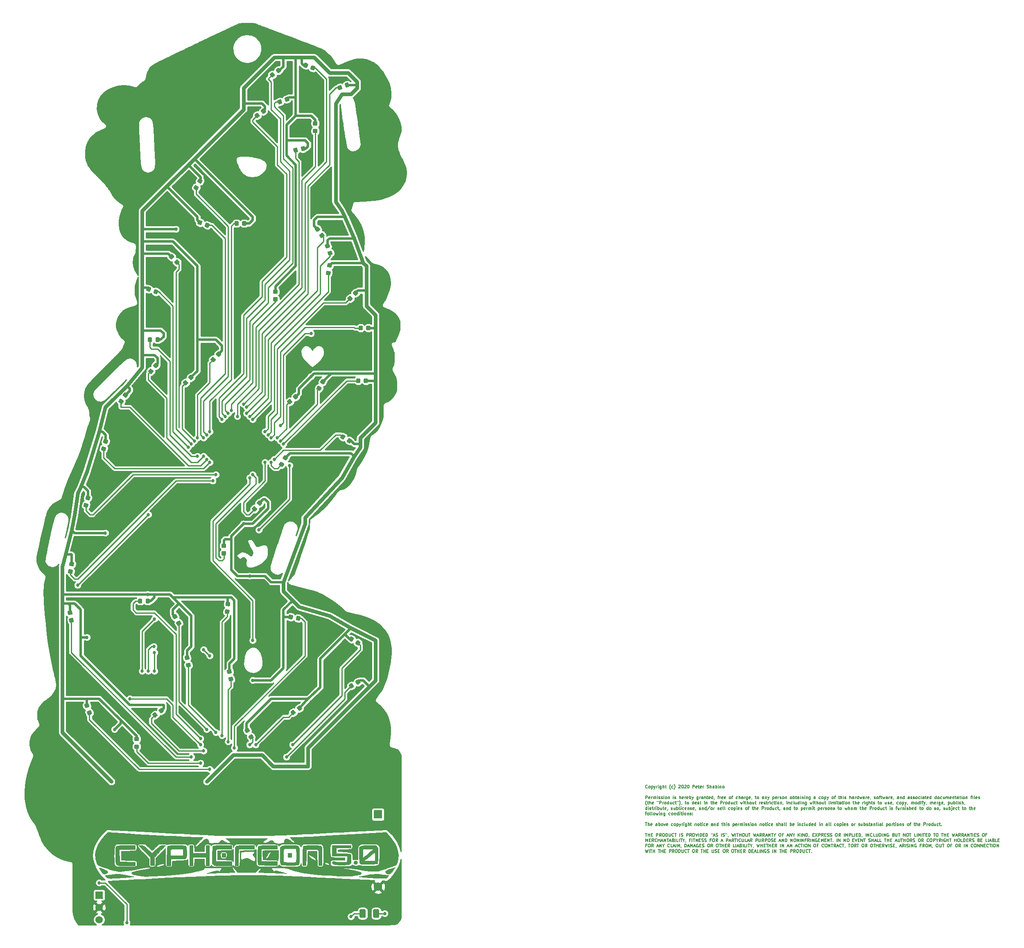
<source format=gtl>
G04 #@! TF.GenerationSoftware,KiCad,Pcbnew,(5.1.5)-3*
G04 #@! TF.CreationDate,2020-02-10T18:46:58-06:00*
G04 #@! TF.ProjectId,tymkrs_Cyphercon_2020_llama,74796d6b-7273-45f4-9379-70686572636f,V0*
G04 #@! TF.SameCoordinates,Original*
G04 #@! TF.FileFunction,Copper,L1,Top*
G04 #@! TF.FilePolarity,Positive*
%FSLAX46Y46*%
G04 Gerber Fmt 4.6, Leading zero omitted, Abs format (unit mm)*
G04 Created by KiCad (PCBNEW (5.1.5)-3) date 2020-02-10 18:46:58*
%MOMM*%
%LPD*%
G04 APERTURE LIST*
%ADD10C,0.158750*%
%ADD11C,0.010000*%
%ADD12C,0.100000*%
%ADD13C,1.524000*%
%ADD14R,1.524000X1.524000*%
%ADD15C,1.778000*%
%ADD16R,1.778000X1.778000*%
%ADD17C,0.690000*%
%ADD18C,0.254000*%
%ADD19C,0.762000*%
%ADD20C,0.508000*%
G04 APERTURE END LIST*
D10*
X209913235Y-167660410D02*
X209882997Y-167690648D01*
X209792282Y-167720886D01*
X209731806Y-167720886D01*
X209641092Y-167690648D01*
X209580616Y-167630172D01*
X209550377Y-167569696D01*
X209520139Y-167448744D01*
X209520139Y-167358029D01*
X209550377Y-167237077D01*
X209580616Y-167176601D01*
X209641092Y-167116125D01*
X209731806Y-167085886D01*
X209792282Y-167085886D01*
X209882997Y-167116125D01*
X209913235Y-167146363D01*
X210276092Y-167720886D02*
X210215616Y-167690648D01*
X210185377Y-167660410D01*
X210155139Y-167599934D01*
X210155139Y-167418505D01*
X210185377Y-167358029D01*
X210215616Y-167327791D01*
X210276092Y-167297553D01*
X210366806Y-167297553D01*
X210427282Y-167327791D01*
X210457520Y-167358029D01*
X210487758Y-167418505D01*
X210487758Y-167599934D01*
X210457520Y-167660410D01*
X210427282Y-167690648D01*
X210366806Y-167720886D01*
X210276092Y-167720886D01*
X210759901Y-167297553D02*
X210759901Y-167932553D01*
X210759901Y-167327791D02*
X210820377Y-167297553D01*
X210941330Y-167297553D01*
X211001806Y-167327791D01*
X211032044Y-167358029D01*
X211062282Y-167418505D01*
X211062282Y-167599934D01*
X211032044Y-167660410D01*
X211001806Y-167690648D01*
X210941330Y-167720886D01*
X210820377Y-167720886D01*
X210759901Y-167690648D01*
X211273949Y-167297553D02*
X211425139Y-167720886D01*
X211576330Y-167297553D02*
X211425139Y-167720886D01*
X211364663Y-167872077D01*
X211334425Y-167902315D01*
X211273949Y-167932553D01*
X211818235Y-167720886D02*
X211818235Y-167297553D01*
X211818235Y-167418505D02*
X211848473Y-167358029D01*
X211878711Y-167327791D01*
X211939187Y-167297553D01*
X211999663Y-167297553D01*
X212211330Y-167720886D02*
X212211330Y-167297553D01*
X212211330Y-167085886D02*
X212181092Y-167116125D01*
X212211330Y-167146363D01*
X212241568Y-167116125D01*
X212211330Y-167085886D01*
X212211330Y-167146363D01*
X212785854Y-167297553D02*
X212785854Y-167811601D01*
X212755616Y-167872077D01*
X212725377Y-167902315D01*
X212664901Y-167932553D01*
X212574187Y-167932553D01*
X212513711Y-167902315D01*
X212785854Y-167690648D02*
X212725377Y-167720886D01*
X212604425Y-167720886D01*
X212543949Y-167690648D01*
X212513711Y-167660410D01*
X212483473Y-167599934D01*
X212483473Y-167418505D01*
X212513711Y-167358029D01*
X212543949Y-167327791D01*
X212604425Y-167297553D01*
X212725377Y-167297553D01*
X212785854Y-167327791D01*
X213088235Y-167720886D02*
X213088235Y-167085886D01*
X213360377Y-167720886D02*
X213360377Y-167388267D01*
X213330139Y-167327791D01*
X213269663Y-167297553D01*
X213178949Y-167297553D01*
X213118473Y-167327791D01*
X213088235Y-167358029D01*
X213572044Y-167297553D02*
X213813949Y-167297553D01*
X213662758Y-167085886D02*
X213662758Y-167630172D01*
X213692997Y-167690648D01*
X213753473Y-167720886D01*
X213813949Y-167720886D01*
X214690854Y-167962791D02*
X214660616Y-167932553D01*
X214600139Y-167841839D01*
X214569901Y-167781363D01*
X214539663Y-167690648D01*
X214509425Y-167539458D01*
X214509425Y-167418505D01*
X214539663Y-167267315D01*
X214569901Y-167176601D01*
X214600139Y-167116125D01*
X214660616Y-167025410D01*
X214690854Y-166995172D01*
X215204901Y-167690648D02*
X215144425Y-167720886D01*
X215023473Y-167720886D01*
X214962997Y-167690648D01*
X214932758Y-167660410D01*
X214902520Y-167599934D01*
X214902520Y-167418505D01*
X214932758Y-167358029D01*
X214962997Y-167327791D01*
X215023473Y-167297553D01*
X215144425Y-167297553D01*
X215204901Y-167327791D01*
X215416568Y-167962791D02*
X215446806Y-167932553D01*
X215507282Y-167841839D01*
X215537520Y-167781363D01*
X215567758Y-167690648D01*
X215597997Y-167539458D01*
X215597997Y-167418505D01*
X215567758Y-167267315D01*
X215537520Y-167176601D01*
X215507282Y-167116125D01*
X215446806Y-167025410D01*
X215416568Y-166995172D01*
X216353949Y-167146363D02*
X216384187Y-167116125D01*
X216444663Y-167085886D01*
X216595854Y-167085886D01*
X216656330Y-167116125D01*
X216686568Y-167146363D01*
X216716806Y-167206839D01*
X216716806Y-167267315D01*
X216686568Y-167358029D01*
X216323711Y-167720886D01*
X216716806Y-167720886D01*
X217109901Y-167085886D02*
X217170377Y-167085886D01*
X217230854Y-167116125D01*
X217261092Y-167146363D01*
X217291330Y-167206839D01*
X217321568Y-167327791D01*
X217321568Y-167478982D01*
X217291330Y-167599934D01*
X217261092Y-167660410D01*
X217230854Y-167690648D01*
X217170377Y-167720886D01*
X217109901Y-167720886D01*
X217049425Y-167690648D01*
X217019187Y-167660410D01*
X216988949Y-167599934D01*
X216958711Y-167478982D01*
X216958711Y-167327791D01*
X216988949Y-167206839D01*
X217019187Y-167146363D01*
X217049425Y-167116125D01*
X217109901Y-167085886D01*
X217563473Y-167146363D02*
X217593711Y-167116125D01*
X217654187Y-167085886D01*
X217805377Y-167085886D01*
X217865854Y-167116125D01*
X217896092Y-167146363D01*
X217926330Y-167206839D01*
X217926330Y-167267315D01*
X217896092Y-167358029D01*
X217533235Y-167720886D01*
X217926330Y-167720886D01*
X218319425Y-167085886D02*
X218379901Y-167085886D01*
X218440377Y-167116125D01*
X218470616Y-167146363D01*
X218500854Y-167206839D01*
X218531092Y-167327791D01*
X218531092Y-167478982D01*
X218500854Y-167599934D01*
X218470616Y-167660410D01*
X218440377Y-167690648D01*
X218379901Y-167720886D01*
X218319425Y-167720886D01*
X218258949Y-167690648D01*
X218228711Y-167660410D01*
X218198473Y-167599934D01*
X218168235Y-167478982D01*
X218168235Y-167327791D01*
X218198473Y-167206839D01*
X218228711Y-167146363D01*
X218258949Y-167116125D01*
X218319425Y-167085886D01*
X219287044Y-167720886D02*
X219287044Y-167085886D01*
X219528949Y-167085886D01*
X219589425Y-167116125D01*
X219619663Y-167146363D01*
X219649901Y-167206839D01*
X219649901Y-167297553D01*
X219619663Y-167358029D01*
X219589425Y-167388267D01*
X219528949Y-167418505D01*
X219287044Y-167418505D01*
X220163949Y-167690648D02*
X220103473Y-167720886D01*
X219982520Y-167720886D01*
X219922044Y-167690648D01*
X219891806Y-167630172D01*
X219891806Y-167388267D01*
X219922044Y-167327791D01*
X219982520Y-167297553D01*
X220103473Y-167297553D01*
X220163949Y-167327791D01*
X220194187Y-167388267D01*
X220194187Y-167448744D01*
X219891806Y-167509220D01*
X220375616Y-167297553D02*
X220617520Y-167297553D01*
X220466330Y-167085886D02*
X220466330Y-167630172D01*
X220496568Y-167690648D01*
X220557044Y-167720886D01*
X220617520Y-167720886D01*
X221071092Y-167690648D02*
X221010616Y-167720886D01*
X220889663Y-167720886D01*
X220829187Y-167690648D01*
X220798949Y-167630172D01*
X220798949Y-167388267D01*
X220829187Y-167327791D01*
X220889663Y-167297553D01*
X221010616Y-167297553D01*
X221071092Y-167327791D01*
X221101330Y-167388267D01*
X221101330Y-167448744D01*
X220798949Y-167509220D01*
X221373473Y-167720886D02*
X221373473Y-167297553D01*
X221373473Y-167418505D02*
X221403711Y-167358029D01*
X221433949Y-167327791D01*
X221494425Y-167297553D01*
X221554901Y-167297553D01*
X222220139Y-167690648D02*
X222310854Y-167720886D01*
X222462044Y-167720886D01*
X222522520Y-167690648D01*
X222552758Y-167660410D01*
X222582997Y-167599934D01*
X222582997Y-167539458D01*
X222552758Y-167478982D01*
X222522520Y-167448744D01*
X222462044Y-167418505D01*
X222341092Y-167388267D01*
X222280616Y-167358029D01*
X222250377Y-167327791D01*
X222220139Y-167267315D01*
X222220139Y-167206839D01*
X222250377Y-167146363D01*
X222280616Y-167116125D01*
X222341092Y-167085886D01*
X222492282Y-167085886D01*
X222582997Y-167116125D01*
X222855139Y-167720886D02*
X222855139Y-167085886D01*
X223127282Y-167720886D02*
X223127282Y-167388267D01*
X223097044Y-167327791D01*
X223036568Y-167297553D01*
X222945854Y-167297553D01*
X222885377Y-167327791D01*
X222855139Y-167358029D01*
X223701806Y-167720886D02*
X223701806Y-167388267D01*
X223671568Y-167327791D01*
X223611092Y-167297553D01*
X223490139Y-167297553D01*
X223429663Y-167327791D01*
X223701806Y-167690648D02*
X223641330Y-167720886D01*
X223490139Y-167720886D01*
X223429663Y-167690648D01*
X223399425Y-167630172D01*
X223399425Y-167569696D01*
X223429663Y-167509220D01*
X223490139Y-167478982D01*
X223641330Y-167478982D01*
X223701806Y-167448744D01*
X224004187Y-167720886D02*
X224004187Y-167085886D01*
X224004187Y-167327791D02*
X224064663Y-167297553D01*
X224185616Y-167297553D01*
X224246092Y-167327791D01*
X224276330Y-167358029D01*
X224306568Y-167418505D01*
X224306568Y-167599934D01*
X224276330Y-167660410D01*
X224246092Y-167690648D01*
X224185616Y-167720886D01*
X224064663Y-167720886D01*
X224004187Y-167690648D01*
X224578711Y-167720886D02*
X224578711Y-167297553D01*
X224578711Y-167085886D02*
X224548473Y-167116125D01*
X224578711Y-167146363D01*
X224608949Y-167116125D01*
X224578711Y-167085886D01*
X224578711Y-167146363D01*
X224881092Y-167297553D02*
X224881092Y-167720886D01*
X224881092Y-167358029D02*
X224911330Y-167327791D01*
X224971806Y-167297553D01*
X225062520Y-167297553D01*
X225122997Y-167327791D01*
X225153235Y-167388267D01*
X225153235Y-167720886D01*
X225546330Y-167720886D02*
X225485854Y-167690648D01*
X225455616Y-167660410D01*
X225425377Y-167599934D01*
X225425377Y-167418505D01*
X225455616Y-167358029D01*
X225485854Y-167327791D01*
X225546330Y-167297553D01*
X225637044Y-167297553D01*
X225697520Y-167327791D01*
X225727758Y-167358029D01*
X225757997Y-167418505D01*
X225757997Y-167599934D01*
X225727758Y-167660410D01*
X225697520Y-167690648D01*
X225637044Y-167720886D01*
X225546330Y-167720886D01*
X209550377Y-169943386D02*
X209550377Y-169308386D01*
X209792282Y-169308386D01*
X209852758Y-169338625D01*
X209882997Y-169368863D01*
X209913235Y-169429339D01*
X209913235Y-169520053D01*
X209882997Y-169580529D01*
X209852758Y-169610767D01*
X209792282Y-169641005D01*
X209550377Y-169641005D01*
X210427282Y-169913148D02*
X210366806Y-169943386D01*
X210245854Y-169943386D01*
X210185377Y-169913148D01*
X210155139Y-169852672D01*
X210155139Y-169610767D01*
X210185377Y-169550291D01*
X210245854Y-169520053D01*
X210366806Y-169520053D01*
X210427282Y-169550291D01*
X210457520Y-169610767D01*
X210457520Y-169671244D01*
X210155139Y-169731720D01*
X210729663Y-169943386D02*
X210729663Y-169520053D01*
X210729663Y-169641005D02*
X210759901Y-169580529D01*
X210790139Y-169550291D01*
X210850616Y-169520053D01*
X210911092Y-169520053D01*
X211122758Y-169943386D02*
X211122758Y-169520053D01*
X211122758Y-169580529D02*
X211152997Y-169550291D01*
X211213473Y-169520053D01*
X211304187Y-169520053D01*
X211364663Y-169550291D01*
X211394901Y-169610767D01*
X211394901Y-169943386D01*
X211394901Y-169610767D02*
X211425139Y-169550291D01*
X211485616Y-169520053D01*
X211576330Y-169520053D01*
X211636806Y-169550291D01*
X211667044Y-169610767D01*
X211667044Y-169943386D01*
X211969425Y-169943386D02*
X211969425Y-169520053D01*
X211969425Y-169308386D02*
X211939187Y-169338625D01*
X211969425Y-169368863D01*
X211999663Y-169338625D01*
X211969425Y-169308386D01*
X211969425Y-169368863D01*
X212241568Y-169913148D02*
X212302044Y-169943386D01*
X212422997Y-169943386D01*
X212483473Y-169913148D01*
X212513711Y-169852672D01*
X212513711Y-169822434D01*
X212483473Y-169761958D01*
X212422997Y-169731720D01*
X212332282Y-169731720D01*
X212271806Y-169701482D01*
X212241568Y-169641005D01*
X212241568Y-169610767D01*
X212271806Y-169550291D01*
X212332282Y-169520053D01*
X212422997Y-169520053D01*
X212483473Y-169550291D01*
X212755616Y-169913148D02*
X212816092Y-169943386D01*
X212937044Y-169943386D01*
X212997520Y-169913148D01*
X213027758Y-169852672D01*
X213027758Y-169822434D01*
X212997520Y-169761958D01*
X212937044Y-169731720D01*
X212846330Y-169731720D01*
X212785854Y-169701482D01*
X212755616Y-169641005D01*
X212755616Y-169610767D01*
X212785854Y-169550291D01*
X212846330Y-169520053D01*
X212937044Y-169520053D01*
X212997520Y-169550291D01*
X213299901Y-169943386D02*
X213299901Y-169520053D01*
X213299901Y-169308386D02*
X213269663Y-169338625D01*
X213299901Y-169368863D01*
X213330139Y-169338625D01*
X213299901Y-169308386D01*
X213299901Y-169368863D01*
X213692997Y-169943386D02*
X213632520Y-169913148D01*
X213602282Y-169882910D01*
X213572044Y-169822434D01*
X213572044Y-169641005D01*
X213602282Y-169580529D01*
X213632520Y-169550291D01*
X213692997Y-169520053D01*
X213783711Y-169520053D01*
X213844187Y-169550291D01*
X213874425Y-169580529D01*
X213904663Y-169641005D01*
X213904663Y-169822434D01*
X213874425Y-169882910D01*
X213844187Y-169913148D01*
X213783711Y-169943386D01*
X213692997Y-169943386D01*
X214176806Y-169520053D02*
X214176806Y-169943386D01*
X214176806Y-169580529D02*
X214207044Y-169550291D01*
X214267520Y-169520053D01*
X214358235Y-169520053D01*
X214418711Y-169550291D01*
X214448949Y-169610767D01*
X214448949Y-169943386D01*
X215235139Y-169943386D02*
X215235139Y-169520053D01*
X215235139Y-169308386D02*
X215204901Y-169338625D01*
X215235139Y-169368863D01*
X215265377Y-169338625D01*
X215235139Y-169308386D01*
X215235139Y-169368863D01*
X215507282Y-169913148D02*
X215567758Y-169943386D01*
X215688711Y-169943386D01*
X215749187Y-169913148D01*
X215779425Y-169852672D01*
X215779425Y-169822434D01*
X215749187Y-169761958D01*
X215688711Y-169731720D01*
X215597997Y-169731720D01*
X215537520Y-169701482D01*
X215507282Y-169641005D01*
X215507282Y-169610767D01*
X215537520Y-169550291D01*
X215597997Y-169520053D01*
X215688711Y-169520053D01*
X215749187Y-169550291D01*
X216535377Y-169943386D02*
X216535377Y-169308386D01*
X216807520Y-169943386D02*
X216807520Y-169610767D01*
X216777282Y-169550291D01*
X216716806Y-169520053D01*
X216626092Y-169520053D01*
X216565616Y-169550291D01*
X216535377Y-169580529D01*
X217351806Y-169913148D02*
X217291330Y-169943386D01*
X217170377Y-169943386D01*
X217109901Y-169913148D01*
X217079663Y-169852672D01*
X217079663Y-169610767D01*
X217109901Y-169550291D01*
X217170377Y-169520053D01*
X217291330Y-169520053D01*
X217351806Y-169550291D01*
X217382044Y-169610767D01*
X217382044Y-169671244D01*
X217079663Y-169731720D01*
X217654187Y-169943386D02*
X217654187Y-169520053D01*
X217654187Y-169641005D02*
X217684425Y-169580529D01*
X217714663Y-169550291D01*
X217775139Y-169520053D01*
X217835616Y-169520053D01*
X218289187Y-169913148D02*
X218228711Y-169943386D01*
X218107758Y-169943386D01*
X218047282Y-169913148D01*
X218017044Y-169852672D01*
X218017044Y-169610767D01*
X218047282Y-169550291D01*
X218107758Y-169520053D01*
X218228711Y-169520053D01*
X218289187Y-169550291D01*
X218319425Y-169610767D01*
X218319425Y-169671244D01*
X218017044Y-169731720D01*
X218591568Y-169943386D02*
X218591568Y-169308386D01*
X218591568Y-169550291D02*
X218652044Y-169520053D01*
X218772997Y-169520053D01*
X218833473Y-169550291D01*
X218863711Y-169580529D01*
X218893949Y-169641005D01*
X218893949Y-169822434D01*
X218863711Y-169882910D01*
X218833473Y-169913148D01*
X218772997Y-169943386D01*
X218652044Y-169943386D01*
X218591568Y-169913148D01*
X219105616Y-169520053D02*
X219256806Y-169943386D01*
X219407997Y-169520053D02*
X219256806Y-169943386D01*
X219196330Y-170094577D01*
X219166092Y-170124815D01*
X219105616Y-170155053D01*
X220405854Y-169520053D02*
X220405854Y-170034101D01*
X220375616Y-170094577D01*
X220345377Y-170124815D01*
X220284901Y-170155053D01*
X220194187Y-170155053D01*
X220133711Y-170124815D01*
X220405854Y-169913148D02*
X220345377Y-169943386D01*
X220224425Y-169943386D01*
X220163949Y-169913148D01*
X220133711Y-169882910D01*
X220103473Y-169822434D01*
X220103473Y-169641005D01*
X220133711Y-169580529D01*
X220163949Y-169550291D01*
X220224425Y-169520053D01*
X220345377Y-169520053D01*
X220405854Y-169550291D01*
X220708235Y-169943386D02*
X220708235Y-169520053D01*
X220708235Y-169641005D02*
X220738473Y-169580529D01*
X220768711Y-169550291D01*
X220829187Y-169520053D01*
X220889663Y-169520053D01*
X221373473Y-169943386D02*
X221373473Y-169610767D01*
X221343235Y-169550291D01*
X221282758Y-169520053D01*
X221161806Y-169520053D01*
X221101330Y-169550291D01*
X221373473Y-169913148D02*
X221312997Y-169943386D01*
X221161806Y-169943386D01*
X221101330Y-169913148D01*
X221071092Y-169852672D01*
X221071092Y-169792196D01*
X221101330Y-169731720D01*
X221161806Y-169701482D01*
X221312997Y-169701482D01*
X221373473Y-169671244D01*
X221675854Y-169520053D02*
X221675854Y-169943386D01*
X221675854Y-169580529D02*
X221706092Y-169550291D01*
X221766568Y-169520053D01*
X221857282Y-169520053D01*
X221917758Y-169550291D01*
X221947997Y-169610767D01*
X221947997Y-169943386D01*
X222159663Y-169520053D02*
X222401568Y-169520053D01*
X222250377Y-169308386D02*
X222250377Y-169852672D01*
X222280616Y-169913148D01*
X222341092Y-169943386D01*
X222401568Y-169943386D01*
X222855139Y-169913148D02*
X222794663Y-169943386D01*
X222673711Y-169943386D01*
X222613235Y-169913148D01*
X222582997Y-169852672D01*
X222582997Y-169610767D01*
X222613235Y-169550291D01*
X222673711Y-169520053D01*
X222794663Y-169520053D01*
X222855139Y-169550291D01*
X222885377Y-169610767D01*
X222885377Y-169671244D01*
X222582997Y-169731720D01*
X223429663Y-169943386D02*
X223429663Y-169308386D01*
X223429663Y-169913148D02*
X223369187Y-169943386D01*
X223248235Y-169943386D01*
X223187758Y-169913148D01*
X223157520Y-169882910D01*
X223127282Y-169822434D01*
X223127282Y-169641005D01*
X223157520Y-169580529D01*
X223187758Y-169550291D01*
X223248235Y-169520053D01*
X223369187Y-169520053D01*
X223429663Y-169550291D01*
X223762282Y-169913148D02*
X223762282Y-169943386D01*
X223732044Y-170003863D01*
X223701806Y-170034101D01*
X224427520Y-169520053D02*
X224669425Y-169520053D01*
X224518235Y-169943386D02*
X224518235Y-169399101D01*
X224548473Y-169338625D01*
X224608949Y-169308386D01*
X224669425Y-169308386D01*
X224881092Y-169943386D02*
X224881092Y-169520053D01*
X224881092Y-169641005D02*
X224911330Y-169580529D01*
X224941568Y-169550291D01*
X225002044Y-169520053D01*
X225062520Y-169520053D01*
X225516092Y-169913148D02*
X225455616Y-169943386D01*
X225334663Y-169943386D01*
X225274187Y-169913148D01*
X225243949Y-169852672D01*
X225243949Y-169610767D01*
X225274187Y-169550291D01*
X225334663Y-169520053D01*
X225455616Y-169520053D01*
X225516092Y-169550291D01*
X225546330Y-169610767D01*
X225546330Y-169671244D01*
X225243949Y-169731720D01*
X226060377Y-169913148D02*
X225999901Y-169943386D01*
X225878949Y-169943386D01*
X225818473Y-169913148D01*
X225788235Y-169852672D01*
X225788235Y-169610767D01*
X225818473Y-169550291D01*
X225878949Y-169520053D01*
X225999901Y-169520053D01*
X226060377Y-169550291D01*
X226090616Y-169610767D01*
X226090616Y-169671244D01*
X225788235Y-169731720D01*
X226937282Y-169943386D02*
X226876806Y-169913148D01*
X226846568Y-169882910D01*
X226816330Y-169822434D01*
X226816330Y-169641005D01*
X226846568Y-169580529D01*
X226876806Y-169550291D01*
X226937282Y-169520053D01*
X227027997Y-169520053D01*
X227088473Y-169550291D01*
X227118711Y-169580529D01*
X227148949Y-169641005D01*
X227148949Y-169822434D01*
X227118711Y-169882910D01*
X227088473Y-169913148D01*
X227027997Y-169943386D01*
X226937282Y-169943386D01*
X227330377Y-169520053D02*
X227572282Y-169520053D01*
X227421092Y-169943386D02*
X227421092Y-169399101D01*
X227451330Y-169338625D01*
X227511806Y-169308386D01*
X227572282Y-169308386D01*
X228539901Y-169913148D02*
X228479425Y-169943386D01*
X228358473Y-169943386D01*
X228297997Y-169913148D01*
X228267758Y-169882910D01*
X228237520Y-169822434D01*
X228237520Y-169641005D01*
X228267758Y-169580529D01*
X228297997Y-169550291D01*
X228358473Y-169520053D01*
X228479425Y-169520053D01*
X228539901Y-169550291D01*
X228812044Y-169943386D02*
X228812044Y-169308386D01*
X229084187Y-169943386D02*
X229084187Y-169610767D01*
X229053949Y-169550291D01*
X228993473Y-169520053D01*
X228902758Y-169520053D01*
X228842282Y-169550291D01*
X228812044Y-169580529D01*
X229658711Y-169943386D02*
X229658711Y-169610767D01*
X229628473Y-169550291D01*
X229567997Y-169520053D01*
X229447044Y-169520053D01*
X229386568Y-169550291D01*
X229658711Y-169913148D02*
X229598235Y-169943386D01*
X229447044Y-169943386D01*
X229386568Y-169913148D01*
X229356330Y-169852672D01*
X229356330Y-169792196D01*
X229386568Y-169731720D01*
X229447044Y-169701482D01*
X229598235Y-169701482D01*
X229658711Y-169671244D01*
X229961092Y-169943386D02*
X229961092Y-169520053D01*
X229961092Y-169641005D02*
X229991330Y-169580529D01*
X230021568Y-169550291D01*
X230082044Y-169520053D01*
X230142520Y-169520053D01*
X230626330Y-169520053D02*
X230626330Y-170034101D01*
X230596092Y-170094577D01*
X230565854Y-170124815D01*
X230505377Y-170155053D01*
X230414663Y-170155053D01*
X230354187Y-170124815D01*
X230626330Y-169913148D02*
X230565854Y-169943386D01*
X230444901Y-169943386D01*
X230384425Y-169913148D01*
X230354187Y-169882910D01*
X230323949Y-169822434D01*
X230323949Y-169641005D01*
X230354187Y-169580529D01*
X230384425Y-169550291D01*
X230444901Y-169520053D01*
X230565854Y-169520053D01*
X230626330Y-169550291D01*
X231170616Y-169913148D02*
X231110139Y-169943386D01*
X230989187Y-169943386D01*
X230928711Y-169913148D01*
X230898473Y-169852672D01*
X230898473Y-169610767D01*
X230928711Y-169550291D01*
X230989187Y-169520053D01*
X231110139Y-169520053D01*
X231170616Y-169550291D01*
X231200854Y-169610767D01*
X231200854Y-169671244D01*
X230898473Y-169731720D01*
X231503235Y-169913148D02*
X231503235Y-169943386D01*
X231472997Y-170003863D01*
X231442758Y-170034101D01*
X232168473Y-169520053D02*
X232410377Y-169520053D01*
X232259187Y-169308386D02*
X232259187Y-169852672D01*
X232289425Y-169913148D01*
X232349901Y-169943386D01*
X232410377Y-169943386D01*
X232712758Y-169943386D02*
X232652282Y-169913148D01*
X232622044Y-169882910D01*
X232591806Y-169822434D01*
X232591806Y-169641005D01*
X232622044Y-169580529D01*
X232652282Y-169550291D01*
X232712758Y-169520053D01*
X232803473Y-169520053D01*
X232863949Y-169550291D01*
X232894187Y-169580529D01*
X232924425Y-169641005D01*
X232924425Y-169822434D01*
X232894187Y-169882910D01*
X232863949Y-169913148D01*
X232803473Y-169943386D01*
X232712758Y-169943386D01*
X233952520Y-169943386D02*
X233952520Y-169610767D01*
X233922282Y-169550291D01*
X233861806Y-169520053D01*
X233740854Y-169520053D01*
X233680377Y-169550291D01*
X233952520Y-169913148D02*
X233892044Y-169943386D01*
X233740854Y-169943386D01*
X233680377Y-169913148D01*
X233650139Y-169852672D01*
X233650139Y-169792196D01*
X233680377Y-169731720D01*
X233740854Y-169701482D01*
X233892044Y-169701482D01*
X233952520Y-169671244D01*
X234254901Y-169520053D02*
X234254901Y-169943386D01*
X234254901Y-169580529D02*
X234285139Y-169550291D01*
X234345616Y-169520053D01*
X234436330Y-169520053D01*
X234496806Y-169550291D01*
X234527044Y-169610767D01*
X234527044Y-169943386D01*
X234768949Y-169520053D02*
X234920139Y-169943386D01*
X235071330Y-169520053D02*
X234920139Y-169943386D01*
X234859663Y-170094577D01*
X234829425Y-170124815D01*
X234768949Y-170155053D01*
X235797044Y-169520053D02*
X235797044Y-170155053D01*
X235797044Y-169550291D02*
X235857520Y-169520053D01*
X235978473Y-169520053D01*
X236038949Y-169550291D01*
X236069187Y-169580529D01*
X236099425Y-169641005D01*
X236099425Y-169822434D01*
X236069187Y-169882910D01*
X236038949Y-169913148D01*
X235978473Y-169943386D01*
X235857520Y-169943386D01*
X235797044Y-169913148D01*
X236613473Y-169913148D02*
X236552997Y-169943386D01*
X236432044Y-169943386D01*
X236371568Y-169913148D01*
X236341330Y-169852672D01*
X236341330Y-169610767D01*
X236371568Y-169550291D01*
X236432044Y-169520053D01*
X236552997Y-169520053D01*
X236613473Y-169550291D01*
X236643711Y-169610767D01*
X236643711Y-169671244D01*
X236341330Y-169731720D01*
X236915854Y-169943386D02*
X236915854Y-169520053D01*
X236915854Y-169641005D02*
X236946092Y-169580529D01*
X236976330Y-169550291D01*
X237036806Y-169520053D01*
X237097282Y-169520053D01*
X237278711Y-169913148D02*
X237339187Y-169943386D01*
X237460139Y-169943386D01*
X237520616Y-169913148D01*
X237550854Y-169852672D01*
X237550854Y-169822434D01*
X237520616Y-169761958D01*
X237460139Y-169731720D01*
X237369425Y-169731720D01*
X237308949Y-169701482D01*
X237278711Y-169641005D01*
X237278711Y-169610767D01*
X237308949Y-169550291D01*
X237369425Y-169520053D01*
X237460139Y-169520053D01*
X237520616Y-169550291D01*
X237913711Y-169943386D02*
X237853235Y-169913148D01*
X237822997Y-169882910D01*
X237792758Y-169822434D01*
X237792758Y-169641005D01*
X237822997Y-169580529D01*
X237853235Y-169550291D01*
X237913711Y-169520053D01*
X238004425Y-169520053D01*
X238064901Y-169550291D01*
X238095139Y-169580529D01*
X238125377Y-169641005D01*
X238125377Y-169822434D01*
X238095139Y-169882910D01*
X238064901Y-169913148D01*
X238004425Y-169943386D01*
X237913711Y-169943386D01*
X238397520Y-169520053D02*
X238397520Y-169943386D01*
X238397520Y-169580529D02*
X238427758Y-169550291D01*
X238488235Y-169520053D01*
X238578949Y-169520053D01*
X238639425Y-169550291D01*
X238669663Y-169610767D01*
X238669663Y-169943386D01*
X239546568Y-169943386D02*
X239486092Y-169913148D01*
X239455854Y-169882910D01*
X239425616Y-169822434D01*
X239425616Y-169641005D01*
X239455854Y-169580529D01*
X239486092Y-169550291D01*
X239546568Y-169520053D01*
X239637282Y-169520053D01*
X239697758Y-169550291D01*
X239727997Y-169580529D01*
X239758235Y-169641005D01*
X239758235Y-169822434D01*
X239727997Y-169882910D01*
X239697758Y-169913148D01*
X239637282Y-169943386D01*
X239546568Y-169943386D01*
X240030377Y-169943386D02*
X240030377Y-169308386D01*
X240030377Y-169550291D02*
X240090854Y-169520053D01*
X240211806Y-169520053D01*
X240272282Y-169550291D01*
X240302520Y-169580529D01*
X240332758Y-169641005D01*
X240332758Y-169822434D01*
X240302520Y-169882910D01*
X240272282Y-169913148D01*
X240211806Y-169943386D01*
X240090854Y-169943386D01*
X240030377Y-169913148D01*
X240514187Y-169520053D02*
X240756092Y-169520053D01*
X240604901Y-169308386D02*
X240604901Y-169852672D01*
X240635139Y-169913148D01*
X240695616Y-169943386D01*
X240756092Y-169943386D01*
X241239901Y-169943386D02*
X241239901Y-169610767D01*
X241209663Y-169550291D01*
X241149187Y-169520053D01*
X241028235Y-169520053D01*
X240967758Y-169550291D01*
X241239901Y-169913148D02*
X241179425Y-169943386D01*
X241028235Y-169943386D01*
X240967758Y-169913148D01*
X240937520Y-169852672D01*
X240937520Y-169792196D01*
X240967758Y-169731720D01*
X241028235Y-169701482D01*
X241179425Y-169701482D01*
X241239901Y-169671244D01*
X241542282Y-169943386D02*
X241542282Y-169520053D01*
X241542282Y-169308386D02*
X241512044Y-169338625D01*
X241542282Y-169368863D01*
X241572520Y-169338625D01*
X241542282Y-169308386D01*
X241542282Y-169368863D01*
X241844663Y-169520053D02*
X241844663Y-169943386D01*
X241844663Y-169580529D02*
X241874901Y-169550291D01*
X241935377Y-169520053D01*
X242026092Y-169520053D01*
X242086568Y-169550291D01*
X242116806Y-169610767D01*
X242116806Y-169943386D01*
X242419187Y-169943386D02*
X242419187Y-169520053D01*
X242419187Y-169308386D02*
X242388949Y-169338625D01*
X242419187Y-169368863D01*
X242449425Y-169338625D01*
X242419187Y-169308386D01*
X242419187Y-169368863D01*
X242721568Y-169520053D02*
X242721568Y-169943386D01*
X242721568Y-169580529D02*
X242751806Y-169550291D01*
X242812282Y-169520053D01*
X242902997Y-169520053D01*
X242963473Y-169550291D01*
X242993711Y-169610767D01*
X242993711Y-169943386D01*
X243568235Y-169520053D02*
X243568235Y-170034101D01*
X243537997Y-170094577D01*
X243507758Y-170124815D01*
X243447282Y-170155053D01*
X243356568Y-170155053D01*
X243296092Y-170124815D01*
X243568235Y-169913148D02*
X243507758Y-169943386D01*
X243386806Y-169943386D01*
X243326330Y-169913148D01*
X243296092Y-169882910D01*
X243265854Y-169822434D01*
X243265854Y-169641005D01*
X243296092Y-169580529D01*
X243326330Y-169550291D01*
X243386806Y-169520053D01*
X243507758Y-169520053D01*
X243568235Y-169550291D01*
X244626568Y-169943386D02*
X244626568Y-169610767D01*
X244596330Y-169550291D01*
X244535854Y-169520053D01*
X244414901Y-169520053D01*
X244354425Y-169550291D01*
X244626568Y-169913148D02*
X244566092Y-169943386D01*
X244414901Y-169943386D01*
X244354425Y-169913148D01*
X244324187Y-169852672D01*
X244324187Y-169792196D01*
X244354425Y-169731720D01*
X244414901Y-169701482D01*
X244566092Y-169701482D01*
X244626568Y-169671244D01*
X245684901Y-169913148D02*
X245624425Y-169943386D01*
X245503473Y-169943386D01*
X245442997Y-169913148D01*
X245412758Y-169882910D01*
X245382520Y-169822434D01*
X245382520Y-169641005D01*
X245412758Y-169580529D01*
X245442997Y-169550291D01*
X245503473Y-169520053D01*
X245624425Y-169520053D01*
X245684901Y-169550291D01*
X246047758Y-169943386D02*
X245987282Y-169913148D01*
X245957044Y-169882910D01*
X245926806Y-169822434D01*
X245926806Y-169641005D01*
X245957044Y-169580529D01*
X245987282Y-169550291D01*
X246047758Y-169520053D01*
X246138473Y-169520053D01*
X246198949Y-169550291D01*
X246229187Y-169580529D01*
X246259425Y-169641005D01*
X246259425Y-169822434D01*
X246229187Y-169882910D01*
X246198949Y-169913148D01*
X246138473Y-169943386D01*
X246047758Y-169943386D01*
X246531568Y-169520053D02*
X246531568Y-170155053D01*
X246531568Y-169550291D02*
X246592044Y-169520053D01*
X246712997Y-169520053D01*
X246773473Y-169550291D01*
X246803711Y-169580529D01*
X246833949Y-169641005D01*
X246833949Y-169822434D01*
X246803711Y-169882910D01*
X246773473Y-169913148D01*
X246712997Y-169943386D01*
X246592044Y-169943386D01*
X246531568Y-169913148D01*
X247045616Y-169520053D02*
X247196806Y-169943386D01*
X247347997Y-169520053D02*
X247196806Y-169943386D01*
X247136330Y-170094577D01*
X247106092Y-170124815D01*
X247045616Y-170155053D01*
X248164425Y-169943386D02*
X248103949Y-169913148D01*
X248073711Y-169882910D01*
X248043473Y-169822434D01*
X248043473Y-169641005D01*
X248073711Y-169580529D01*
X248103949Y-169550291D01*
X248164425Y-169520053D01*
X248255139Y-169520053D01*
X248315616Y-169550291D01*
X248345854Y-169580529D01*
X248376092Y-169641005D01*
X248376092Y-169822434D01*
X248345854Y-169882910D01*
X248315616Y-169913148D01*
X248255139Y-169943386D01*
X248164425Y-169943386D01*
X248557520Y-169520053D02*
X248799425Y-169520053D01*
X248648235Y-169943386D02*
X248648235Y-169399101D01*
X248678473Y-169338625D01*
X248738949Y-169308386D01*
X248799425Y-169308386D01*
X249404187Y-169520053D02*
X249646092Y-169520053D01*
X249494901Y-169308386D02*
X249494901Y-169852672D01*
X249525139Y-169913148D01*
X249585616Y-169943386D01*
X249646092Y-169943386D01*
X249857758Y-169943386D02*
X249857758Y-169308386D01*
X250129901Y-169943386D02*
X250129901Y-169610767D01*
X250099663Y-169550291D01*
X250039187Y-169520053D01*
X249948473Y-169520053D01*
X249887997Y-169550291D01*
X249857758Y-169580529D01*
X250432282Y-169943386D02*
X250432282Y-169520053D01*
X250432282Y-169308386D02*
X250402044Y-169338625D01*
X250432282Y-169368863D01*
X250462520Y-169338625D01*
X250432282Y-169308386D01*
X250432282Y-169368863D01*
X250704425Y-169913148D02*
X250764901Y-169943386D01*
X250885854Y-169943386D01*
X250946330Y-169913148D01*
X250976568Y-169852672D01*
X250976568Y-169822434D01*
X250946330Y-169761958D01*
X250885854Y-169731720D01*
X250795139Y-169731720D01*
X250734663Y-169701482D01*
X250704425Y-169641005D01*
X250704425Y-169610767D01*
X250734663Y-169550291D01*
X250795139Y-169520053D01*
X250885854Y-169520053D01*
X250946330Y-169550291D01*
X251732520Y-169943386D02*
X251732520Y-169308386D01*
X252004663Y-169943386D02*
X252004663Y-169610767D01*
X251974425Y-169550291D01*
X251913949Y-169520053D01*
X251823235Y-169520053D01*
X251762758Y-169550291D01*
X251732520Y-169580529D01*
X252579187Y-169943386D02*
X252579187Y-169610767D01*
X252548949Y-169550291D01*
X252488473Y-169520053D01*
X252367520Y-169520053D01*
X252307044Y-169550291D01*
X252579187Y-169913148D02*
X252518711Y-169943386D01*
X252367520Y-169943386D01*
X252307044Y-169913148D01*
X252276806Y-169852672D01*
X252276806Y-169792196D01*
X252307044Y-169731720D01*
X252367520Y-169701482D01*
X252518711Y-169701482D01*
X252579187Y-169671244D01*
X252881568Y-169943386D02*
X252881568Y-169520053D01*
X252881568Y-169641005D02*
X252911806Y-169580529D01*
X252942044Y-169550291D01*
X253002520Y-169520053D01*
X253062997Y-169520053D01*
X253546806Y-169943386D02*
X253546806Y-169308386D01*
X253546806Y-169913148D02*
X253486330Y-169943386D01*
X253365377Y-169943386D01*
X253304901Y-169913148D01*
X253274663Y-169882910D01*
X253244425Y-169822434D01*
X253244425Y-169641005D01*
X253274663Y-169580529D01*
X253304901Y-169550291D01*
X253365377Y-169520053D01*
X253486330Y-169520053D01*
X253546806Y-169550291D01*
X253788711Y-169520053D02*
X253909663Y-169943386D01*
X254030616Y-169641005D01*
X254151568Y-169943386D01*
X254272520Y-169520053D01*
X254786568Y-169943386D02*
X254786568Y-169610767D01*
X254756330Y-169550291D01*
X254695854Y-169520053D01*
X254574901Y-169520053D01*
X254514425Y-169550291D01*
X254786568Y-169913148D02*
X254726092Y-169943386D01*
X254574901Y-169943386D01*
X254514425Y-169913148D01*
X254484187Y-169852672D01*
X254484187Y-169792196D01*
X254514425Y-169731720D01*
X254574901Y-169701482D01*
X254726092Y-169701482D01*
X254786568Y-169671244D01*
X255088949Y-169943386D02*
X255088949Y-169520053D01*
X255088949Y-169641005D02*
X255119187Y-169580529D01*
X255149425Y-169550291D01*
X255209901Y-169520053D01*
X255270377Y-169520053D01*
X255723949Y-169913148D02*
X255663473Y-169943386D01*
X255542520Y-169943386D01*
X255482044Y-169913148D01*
X255451806Y-169852672D01*
X255451806Y-169610767D01*
X255482044Y-169550291D01*
X255542520Y-169520053D01*
X255663473Y-169520053D01*
X255723949Y-169550291D01*
X255754187Y-169610767D01*
X255754187Y-169671244D01*
X255451806Y-169731720D01*
X256056568Y-169913148D02*
X256056568Y-169943386D01*
X256026330Y-170003863D01*
X255996092Y-170034101D01*
X256782282Y-169913148D02*
X256842758Y-169943386D01*
X256963711Y-169943386D01*
X257024187Y-169913148D01*
X257054425Y-169852672D01*
X257054425Y-169822434D01*
X257024187Y-169761958D01*
X256963711Y-169731720D01*
X256872997Y-169731720D01*
X256812520Y-169701482D01*
X256782282Y-169641005D01*
X256782282Y-169610767D01*
X256812520Y-169550291D01*
X256872997Y-169520053D01*
X256963711Y-169520053D01*
X257024187Y-169550291D01*
X257417282Y-169943386D02*
X257356806Y-169913148D01*
X257326568Y-169882910D01*
X257296330Y-169822434D01*
X257296330Y-169641005D01*
X257326568Y-169580529D01*
X257356806Y-169550291D01*
X257417282Y-169520053D01*
X257507997Y-169520053D01*
X257568473Y-169550291D01*
X257598711Y-169580529D01*
X257628949Y-169641005D01*
X257628949Y-169822434D01*
X257598711Y-169882910D01*
X257568473Y-169913148D01*
X257507997Y-169943386D01*
X257417282Y-169943386D01*
X257810377Y-169520053D02*
X258052282Y-169520053D01*
X257901092Y-169943386D02*
X257901092Y-169399101D01*
X257931330Y-169338625D01*
X257991806Y-169308386D01*
X258052282Y-169308386D01*
X258173235Y-169520053D02*
X258415139Y-169520053D01*
X258263949Y-169308386D02*
X258263949Y-169852672D01*
X258294187Y-169913148D01*
X258354663Y-169943386D01*
X258415139Y-169943386D01*
X258566330Y-169520053D02*
X258687282Y-169943386D01*
X258808235Y-169641005D01*
X258929187Y-169943386D01*
X259050139Y-169520053D01*
X259564187Y-169943386D02*
X259564187Y-169610767D01*
X259533949Y-169550291D01*
X259473473Y-169520053D01*
X259352520Y-169520053D01*
X259292044Y-169550291D01*
X259564187Y-169913148D02*
X259503711Y-169943386D01*
X259352520Y-169943386D01*
X259292044Y-169913148D01*
X259261806Y-169852672D01*
X259261806Y-169792196D01*
X259292044Y-169731720D01*
X259352520Y-169701482D01*
X259503711Y-169701482D01*
X259564187Y-169671244D01*
X259866568Y-169943386D02*
X259866568Y-169520053D01*
X259866568Y-169641005D02*
X259896806Y-169580529D01*
X259927044Y-169550291D01*
X259987520Y-169520053D01*
X260047997Y-169520053D01*
X260501568Y-169913148D02*
X260441092Y-169943386D01*
X260320139Y-169943386D01*
X260259663Y-169913148D01*
X260229425Y-169852672D01*
X260229425Y-169610767D01*
X260259663Y-169550291D01*
X260320139Y-169520053D01*
X260441092Y-169520053D01*
X260501568Y-169550291D01*
X260531806Y-169610767D01*
X260531806Y-169671244D01*
X260229425Y-169731720D01*
X260834187Y-169913148D02*
X260834187Y-169943386D01*
X260803949Y-170003863D01*
X260773711Y-170034101D01*
X261862282Y-169943386D02*
X261862282Y-169610767D01*
X261832044Y-169550291D01*
X261771568Y-169520053D01*
X261650616Y-169520053D01*
X261590139Y-169550291D01*
X261862282Y-169913148D02*
X261801806Y-169943386D01*
X261650616Y-169943386D01*
X261590139Y-169913148D01*
X261559901Y-169852672D01*
X261559901Y-169792196D01*
X261590139Y-169731720D01*
X261650616Y-169701482D01*
X261801806Y-169701482D01*
X261862282Y-169671244D01*
X262164663Y-169520053D02*
X262164663Y-169943386D01*
X262164663Y-169580529D02*
X262194901Y-169550291D01*
X262255377Y-169520053D01*
X262346092Y-169520053D01*
X262406568Y-169550291D01*
X262436806Y-169610767D01*
X262436806Y-169943386D01*
X263011330Y-169943386D02*
X263011330Y-169308386D01*
X263011330Y-169913148D02*
X262950854Y-169943386D01*
X262829901Y-169943386D01*
X262769425Y-169913148D01*
X262739187Y-169882910D01*
X262708949Y-169822434D01*
X262708949Y-169641005D01*
X262739187Y-169580529D01*
X262769425Y-169550291D01*
X262829901Y-169520053D01*
X262950854Y-169520053D01*
X263011330Y-169550291D01*
X264069663Y-169943386D02*
X264069663Y-169610767D01*
X264039425Y-169550291D01*
X263978949Y-169520053D01*
X263857997Y-169520053D01*
X263797520Y-169550291D01*
X264069663Y-169913148D02*
X264009187Y-169943386D01*
X263857997Y-169943386D01*
X263797520Y-169913148D01*
X263767282Y-169852672D01*
X263767282Y-169792196D01*
X263797520Y-169731720D01*
X263857997Y-169701482D01*
X264009187Y-169701482D01*
X264069663Y-169671244D01*
X264341806Y-169913148D02*
X264402282Y-169943386D01*
X264523235Y-169943386D01*
X264583711Y-169913148D01*
X264613949Y-169852672D01*
X264613949Y-169822434D01*
X264583711Y-169761958D01*
X264523235Y-169731720D01*
X264432520Y-169731720D01*
X264372044Y-169701482D01*
X264341806Y-169641005D01*
X264341806Y-169610767D01*
X264372044Y-169550291D01*
X264432520Y-169520053D01*
X264523235Y-169520053D01*
X264583711Y-169550291D01*
X264855854Y-169913148D02*
X264916330Y-169943386D01*
X265037282Y-169943386D01*
X265097758Y-169913148D01*
X265127997Y-169852672D01*
X265127997Y-169822434D01*
X265097758Y-169761958D01*
X265037282Y-169731720D01*
X264946568Y-169731720D01*
X264886092Y-169701482D01*
X264855854Y-169641005D01*
X264855854Y-169610767D01*
X264886092Y-169550291D01*
X264946568Y-169520053D01*
X265037282Y-169520053D01*
X265097758Y-169550291D01*
X265490854Y-169943386D02*
X265430377Y-169913148D01*
X265400139Y-169882910D01*
X265369901Y-169822434D01*
X265369901Y-169641005D01*
X265400139Y-169580529D01*
X265430377Y-169550291D01*
X265490854Y-169520053D01*
X265581568Y-169520053D01*
X265642044Y-169550291D01*
X265672282Y-169580529D01*
X265702520Y-169641005D01*
X265702520Y-169822434D01*
X265672282Y-169882910D01*
X265642044Y-169913148D01*
X265581568Y-169943386D01*
X265490854Y-169943386D01*
X266246806Y-169913148D02*
X266186330Y-169943386D01*
X266065377Y-169943386D01*
X266004901Y-169913148D01*
X265974663Y-169882910D01*
X265944425Y-169822434D01*
X265944425Y-169641005D01*
X265974663Y-169580529D01*
X266004901Y-169550291D01*
X266065377Y-169520053D01*
X266186330Y-169520053D01*
X266246806Y-169550291D01*
X266518949Y-169943386D02*
X266518949Y-169520053D01*
X266518949Y-169308386D02*
X266488711Y-169338625D01*
X266518949Y-169368863D01*
X266549187Y-169338625D01*
X266518949Y-169308386D01*
X266518949Y-169368863D01*
X267093473Y-169943386D02*
X267093473Y-169610767D01*
X267063235Y-169550291D01*
X267002758Y-169520053D01*
X266881806Y-169520053D01*
X266821330Y-169550291D01*
X267093473Y-169913148D02*
X267032997Y-169943386D01*
X266881806Y-169943386D01*
X266821330Y-169913148D01*
X266791092Y-169852672D01*
X266791092Y-169792196D01*
X266821330Y-169731720D01*
X266881806Y-169701482D01*
X267032997Y-169701482D01*
X267093473Y-169671244D01*
X267305139Y-169520053D02*
X267547044Y-169520053D01*
X267395854Y-169308386D02*
X267395854Y-169852672D01*
X267426092Y-169913148D01*
X267486568Y-169943386D01*
X267547044Y-169943386D01*
X268000616Y-169913148D02*
X267940139Y-169943386D01*
X267819187Y-169943386D01*
X267758711Y-169913148D01*
X267728473Y-169852672D01*
X267728473Y-169610767D01*
X267758711Y-169550291D01*
X267819187Y-169520053D01*
X267940139Y-169520053D01*
X268000616Y-169550291D01*
X268030854Y-169610767D01*
X268030854Y-169671244D01*
X267728473Y-169731720D01*
X268575139Y-169943386D02*
X268575139Y-169308386D01*
X268575139Y-169913148D02*
X268514663Y-169943386D01*
X268393711Y-169943386D01*
X268333235Y-169913148D01*
X268302997Y-169882910D01*
X268272758Y-169822434D01*
X268272758Y-169641005D01*
X268302997Y-169580529D01*
X268333235Y-169550291D01*
X268393711Y-169520053D01*
X268514663Y-169520053D01*
X268575139Y-169550291D01*
X269633473Y-169943386D02*
X269633473Y-169308386D01*
X269633473Y-169913148D02*
X269572997Y-169943386D01*
X269452044Y-169943386D01*
X269391568Y-169913148D01*
X269361330Y-169882910D01*
X269331092Y-169822434D01*
X269331092Y-169641005D01*
X269361330Y-169580529D01*
X269391568Y-169550291D01*
X269452044Y-169520053D01*
X269572997Y-169520053D01*
X269633473Y-169550291D01*
X270026568Y-169943386D02*
X269966092Y-169913148D01*
X269935854Y-169882910D01*
X269905616Y-169822434D01*
X269905616Y-169641005D01*
X269935854Y-169580529D01*
X269966092Y-169550291D01*
X270026568Y-169520053D01*
X270117282Y-169520053D01*
X270177758Y-169550291D01*
X270207997Y-169580529D01*
X270238235Y-169641005D01*
X270238235Y-169822434D01*
X270207997Y-169882910D01*
X270177758Y-169913148D01*
X270117282Y-169943386D01*
X270026568Y-169943386D01*
X270782520Y-169913148D02*
X270722044Y-169943386D01*
X270601092Y-169943386D01*
X270540616Y-169913148D01*
X270510377Y-169882910D01*
X270480139Y-169822434D01*
X270480139Y-169641005D01*
X270510377Y-169580529D01*
X270540616Y-169550291D01*
X270601092Y-169520053D01*
X270722044Y-169520053D01*
X270782520Y-169550291D01*
X271326806Y-169520053D02*
X271326806Y-169943386D01*
X271054663Y-169520053D02*
X271054663Y-169852672D01*
X271084901Y-169913148D01*
X271145377Y-169943386D01*
X271236092Y-169943386D01*
X271296568Y-169913148D01*
X271326806Y-169882910D01*
X271629187Y-169943386D02*
X271629187Y-169520053D01*
X271629187Y-169580529D02*
X271659425Y-169550291D01*
X271719901Y-169520053D01*
X271810616Y-169520053D01*
X271871092Y-169550291D01*
X271901330Y-169610767D01*
X271901330Y-169943386D01*
X271901330Y-169610767D02*
X271931568Y-169550291D01*
X271992044Y-169520053D01*
X272082758Y-169520053D01*
X272143235Y-169550291D01*
X272173473Y-169610767D01*
X272173473Y-169943386D01*
X272717758Y-169913148D02*
X272657282Y-169943386D01*
X272536330Y-169943386D01*
X272475854Y-169913148D01*
X272445616Y-169852672D01*
X272445616Y-169610767D01*
X272475854Y-169550291D01*
X272536330Y-169520053D01*
X272657282Y-169520053D01*
X272717758Y-169550291D01*
X272747997Y-169610767D01*
X272747997Y-169671244D01*
X272445616Y-169731720D01*
X273020139Y-169520053D02*
X273020139Y-169943386D01*
X273020139Y-169580529D02*
X273050377Y-169550291D01*
X273110854Y-169520053D01*
X273201568Y-169520053D01*
X273262044Y-169550291D01*
X273292282Y-169610767D01*
X273292282Y-169943386D01*
X273503949Y-169520053D02*
X273745854Y-169520053D01*
X273594663Y-169308386D02*
X273594663Y-169852672D01*
X273624901Y-169913148D01*
X273685377Y-169943386D01*
X273745854Y-169943386D01*
X274229663Y-169943386D02*
X274229663Y-169610767D01*
X274199425Y-169550291D01*
X274138949Y-169520053D01*
X274017997Y-169520053D01*
X273957520Y-169550291D01*
X274229663Y-169913148D02*
X274169187Y-169943386D01*
X274017997Y-169943386D01*
X273957520Y-169913148D01*
X273927282Y-169852672D01*
X273927282Y-169792196D01*
X273957520Y-169731720D01*
X274017997Y-169701482D01*
X274169187Y-169701482D01*
X274229663Y-169671244D01*
X274441330Y-169520053D02*
X274683235Y-169520053D01*
X274532044Y-169308386D02*
X274532044Y-169852672D01*
X274562282Y-169913148D01*
X274622758Y-169943386D01*
X274683235Y-169943386D01*
X274894901Y-169943386D02*
X274894901Y-169520053D01*
X274894901Y-169308386D02*
X274864663Y-169338625D01*
X274894901Y-169368863D01*
X274925139Y-169338625D01*
X274894901Y-169308386D01*
X274894901Y-169368863D01*
X275287997Y-169943386D02*
X275227520Y-169913148D01*
X275197282Y-169882910D01*
X275167044Y-169822434D01*
X275167044Y-169641005D01*
X275197282Y-169580529D01*
X275227520Y-169550291D01*
X275287997Y-169520053D01*
X275378711Y-169520053D01*
X275439187Y-169550291D01*
X275469425Y-169580529D01*
X275499663Y-169641005D01*
X275499663Y-169822434D01*
X275469425Y-169882910D01*
X275439187Y-169913148D01*
X275378711Y-169943386D01*
X275287997Y-169943386D01*
X275771806Y-169520053D02*
X275771806Y-169943386D01*
X275771806Y-169580529D02*
X275802044Y-169550291D01*
X275862520Y-169520053D01*
X275953235Y-169520053D01*
X276013711Y-169550291D01*
X276043949Y-169610767D01*
X276043949Y-169943386D01*
X276739425Y-169520053D02*
X276981330Y-169520053D01*
X276830139Y-169943386D02*
X276830139Y-169399101D01*
X276860377Y-169338625D01*
X276920854Y-169308386D01*
X276981330Y-169308386D01*
X277192997Y-169943386D02*
X277192997Y-169520053D01*
X277192997Y-169308386D02*
X277162758Y-169338625D01*
X277192997Y-169368863D01*
X277223235Y-169338625D01*
X277192997Y-169308386D01*
X277192997Y-169368863D01*
X277586092Y-169943386D02*
X277525616Y-169913148D01*
X277495377Y-169852672D01*
X277495377Y-169308386D01*
X278069901Y-169913148D02*
X278009425Y-169943386D01*
X277888473Y-169943386D01*
X277827997Y-169913148D01*
X277797758Y-169852672D01*
X277797758Y-169610767D01*
X277827997Y-169550291D01*
X277888473Y-169520053D01*
X278009425Y-169520053D01*
X278069901Y-169550291D01*
X278100139Y-169610767D01*
X278100139Y-169671244D01*
X277797758Y-169731720D01*
X278342044Y-169913148D02*
X278402520Y-169943386D01*
X278523473Y-169943386D01*
X278583949Y-169913148D01*
X278614187Y-169852672D01*
X278614187Y-169822434D01*
X278583949Y-169761958D01*
X278523473Y-169731720D01*
X278432758Y-169731720D01*
X278372282Y-169701482D01*
X278342044Y-169641005D01*
X278342044Y-169610767D01*
X278372282Y-169550291D01*
X278432758Y-169520053D01*
X278523473Y-169520053D01*
X278583949Y-169550291D01*
X209731806Y-171296541D02*
X209701568Y-171266303D01*
X209641092Y-171175589D01*
X209610854Y-171115113D01*
X209580616Y-171024398D01*
X209550377Y-170873208D01*
X209550377Y-170752255D01*
X209580616Y-170601065D01*
X209610854Y-170510351D01*
X209641092Y-170449875D01*
X209701568Y-170359160D01*
X209731806Y-170328922D01*
X209882997Y-170631303D02*
X210124901Y-170631303D01*
X209973711Y-170419636D02*
X209973711Y-170963922D01*
X210003949Y-171024398D01*
X210064425Y-171054636D01*
X210124901Y-171054636D01*
X210336568Y-171054636D02*
X210336568Y-170419636D01*
X210608711Y-171054636D02*
X210608711Y-170722017D01*
X210578473Y-170661541D01*
X210517997Y-170631303D01*
X210427282Y-170631303D01*
X210366806Y-170661541D01*
X210336568Y-170691779D01*
X211152997Y-171024398D02*
X211092520Y-171054636D01*
X210971568Y-171054636D01*
X210911092Y-171024398D01*
X210880854Y-170963922D01*
X210880854Y-170722017D01*
X210911092Y-170661541D01*
X210971568Y-170631303D01*
X211092520Y-170631303D01*
X211152997Y-170661541D01*
X211183235Y-170722017D01*
X211183235Y-170782494D01*
X210880854Y-170842970D01*
X211908949Y-170419636D02*
X211908949Y-170540589D01*
X212150854Y-170419636D02*
X212150854Y-170540589D01*
X212422997Y-171054636D02*
X212422997Y-170419636D01*
X212664901Y-170419636D01*
X212725377Y-170449875D01*
X212755616Y-170480113D01*
X212785854Y-170540589D01*
X212785854Y-170631303D01*
X212755616Y-170691779D01*
X212725377Y-170722017D01*
X212664901Y-170752255D01*
X212422997Y-170752255D01*
X213057997Y-171054636D02*
X213057997Y-170631303D01*
X213057997Y-170752255D02*
X213088235Y-170691779D01*
X213118473Y-170661541D01*
X213178949Y-170631303D01*
X213239425Y-170631303D01*
X213541806Y-171054636D02*
X213481330Y-171024398D01*
X213451092Y-170994160D01*
X213420854Y-170933684D01*
X213420854Y-170752255D01*
X213451092Y-170691779D01*
X213481330Y-170661541D01*
X213541806Y-170631303D01*
X213632520Y-170631303D01*
X213692997Y-170661541D01*
X213723235Y-170691779D01*
X213753473Y-170752255D01*
X213753473Y-170933684D01*
X213723235Y-170994160D01*
X213692997Y-171024398D01*
X213632520Y-171054636D01*
X213541806Y-171054636D01*
X214297758Y-171054636D02*
X214297758Y-170419636D01*
X214297758Y-171024398D02*
X214237282Y-171054636D01*
X214116330Y-171054636D01*
X214055854Y-171024398D01*
X214025616Y-170994160D01*
X213995377Y-170933684D01*
X213995377Y-170752255D01*
X214025616Y-170691779D01*
X214055854Y-170661541D01*
X214116330Y-170631303D01*
X214237282Y-170631303D01*
X214297758Y-170661541D01*
X214872282Y-170631303D02*
X214872282Y-171054636D01*
X214600139Y-170631303D02*
X214600139Y-170963922D01*
X214630377Y-171024398D01*
X214690854Y-171054636D01*
X214781568Y-171054636D01*
X214842044Y-171024398D01*
X214872282Y-170994160D01*
X215446806Y-171024398D02*
X215386330Y-171054636D01*
X215265377Y-171054636D01*
X215204901Y-171024398D01*
X215174663Y-170994160D01*
X215144425Y-170933684D01*
X215144425Y-170752255D01*
X215174663Y-170691779D01*
X215204901Y-170661541D01*
X215265377Y-170631303D01*
X215386330Y-170631303D01*
X215446806Y-170661541D01*
X215628235Y-170631303D02*
X215870139Y-170631303D01*
X215718949Y-170419636D02*
X215718949Y-170963922D01*
X215749187Y-171024398D01*
X215809663Y-171054636D01*
X215870139Y-171054636D01*
X216051568Y-170419636D02*
X216051568Y-170540589D01*
X216293473Y-170419636D02*
X216293473Y-170540589D01*
X216505139Y-171296541D02*
X216535377Y-171266303D01*
X216595854Y-171175589D01*
X216626092Y-171115113D01*
X216656330Y-171024398D01*
X216686568Y-170873208D01*
X216686568Y-170752255D01*
X216656330Y-170601065D01*
X216626092Y-170510351D01*
X216595854Y-170449875D01*
X216535377Y-170359160D01*
X216505139Y-170328922D01*
X217019187Y-171024398D02*
X217019187Y-171054636D01*
X216988949Y-171115113D01*
X216958711Y-171145351D01*
X217684425Y-170631303D02*
X217926330Y-170631303D01*
X217775139Y-170419636D02*
X217775139Y-170963922D01*
X217805377Y-171024398D01*
X217865854Y-171054636D01*
X217926330Y-171054636D01*
X218228711Y-171054636D02*
X218168235Y-171024398D01*
X218137997Y-170994160D01*
X218107758Y-170933684D01*
X218107758Y-170752255D01*
X218137997Y-170691779D01*
X218168235Y-170661541D01*
X218228711Y-170631303D01*
X218319425Y-170631303D01*
X218379901Y-170661541D01*
X218410139Y-170691779D01*
X218440377Y-170752255D01*
X218440377Y-170933684D01*
X218410139Y-170994160D01*
X218379901Y-171024398D01*
X218319425Y-171054636D01*
X218228711Y-171054636D01*
X219468473Y-171054636D02*
X219468473Y-170419636D01*
X219468473Y-171024398D02*
X219407997Y-171054636D01*
X219287044Y-171054636D01*
X219226568Y-171024398D01*
X219196330Y-170994160D01*
X219166092Y-170933684D01*
X219166092Y-170752255D01*
X219196330Y-170691779D01*
X219226568Y-170661541D01*
X219287044Y-170631303D01*
X219407997Y-170631303D01*
X219468473Y-170661541D01*
X220012758Y-171024398D02*
X219952282Y-171054636D01*
X219831330Y-171054636D01*
X219770854Y-171024398D01*
X219740616Y-170963922D01*
X219740616Y-170722017D01*
X219770854Y-170661541D01*
X219831330Y-170631303D01*
X219952282Y-170631303D01*
X220012758Y-170661541D01*
X220042997Y-170722017D01*
X220042997Y-170782494D01*
X219740616Y-170842970D01*
X220587282Y-171054636D02*
X220587282Y-170722017D01*
X220557044Y-170661541D01*
X220496568Y-170631303D01*
X220375616Y-170631303D01*
X220315139Y-170661541D01*
X220587282Y-171024398D02*
X220526806Y-171054636D01*
X220375616Y-171054636D01*
X220315139Y-171024398D01*
X220284901Y-170963922D01*
X220284901Y-170903446D01*
X220315139Y-170842970D01*
X220375616Y-170812732D01*
X220526806Y-170812732D01*
X220587282Y-170782494D01*
X220980377Y-171054636D02*
X220919901Y-171024398D01*
X220889663Y-170963922D01*
X220889663Y-170419636D01*
X221706092Y-171054636D02*
X221706092Y-170631303D01*
X221706092Y-170419636D02*
X221675854Y-170449875D01*
X221706092Y-170480113D01*
X221736330Y-170449875D01*
X221706092Y-170419636D01*
X221706092Y-170480113D01*
X222008473Y-170631303D02*
X222008473Y-171054636D01*
X222008473Y-170691779D02*
X222038711Y-170661541D01*
X222099187Y-170631303D01*
X222189901Y-170631303D01*
X222250377Y-170661541D01*
X222280616Y-170722017D01*
X222280616Y-171054636D01*
X222976092Y-170631303D02*
X223217997Y-170631303D01*
X223066806Y-170419636D02*
X223066806Y-170963922D01*
X223097044Y-171024398D01*
X223157520Y-171054636D01*
X223217997Y-171054636D01*
X223429663Y-171054636D02*
X223429663Y-170419636D01*
X223701806Y-171054636D02*
X223701806Y-170722017D01*
X223671568Y-170661541D01*
X223611092Y-170631303D01*
X223520377Y-170631303D01*
X223459901Y-170661541D01*
X223429663Y-170691779D01*
X224246092Y-171024398D02*
X224185616Y-171054636D01*
X224064663Y-171054636D01*
X224004187Y-171024398D01*
X223973949Y-170963922D01*
X223973949Y-170722017D01*
X224004187Y-170661541D01*
X224064663Y-170631303D01*
X224185616Y-170631303D01*
X224246092Y-170661541D01*
X224276330Y-170722017D01*
X224276330Y-170782494D01*
X223973949Y-170842970D01*
X225032282Y-171054636D02*
X225032282Y-170419636D01*
X225274187Y-170419636D01*
X225334663Y-170449875D01*
X225364901Y-170480113D01*
X225395139Y-170540589D01*
X225395139Y-170631303D01*
X225364901Y-170691779D01*
X225334663Y-170722017D01*
X225274187Y-170752255D01*
X225032282Y-170752255D01*
X225667282Y-171054636D02*
X225667282Y-170631303D01*
X225667282Y-170752255D02*
X225697520Y-170691779D01*
X225727758Y-170661541D01*
X225788235Y-170631303D01*
X225848711Y-170631303D01*
X226151092Y-171054636D02*
X226090616Y-171024398D01*
X226060377Y-170994160D01*
X226030139Y-170933684D01*
X226030139Y-170752255D01*
X226060377Y-170691779D01*
X226090616Y-170661541D01*
X226151092Y-170631303D01*
X226241806Y-170631303D01*
X226302282Y-170661541D01*
X226332520Y-170691779D01*
X226362758Y-170752255D01*
X226362758Y-170933684D01*
X226332520Y-170994160D01*
X226302282Y-171024398D01*
X226241806Y-171054636D01*
X226151092Y-171054636D01*
X226907044Y-171054636D02*
X226907044Y-170419636D01*
X226907044Y-171024398D02*
X226846568Y-171054636D01*
X226725616Y-171054636D01*
X226665139Y-171024398D01*
X226634901Y-170994160D01*
X226604663Y-170933684D01*
X226604663Y-170752255D01*
X226634901Y-170691779D01*
X226665139Y-170661541D01*
X226725616Y-170631303D01*
X226846568Y-170631303D01*
X226907044Y-170661541D01*
X227481568Y-170631303D02*
X227481568Y-171054636D01*
X227209425Y-170631303D02*
X227209425Y-170963922D01*
X227239663Y-171024398D01*
X227300139Y-171054636D01*
X227390854Y-171054636D01*
X227451330Y-171024398D01*
X227481568Y-170994160D01*
X228056092Y-171024398D02*
X227995616Y-171054636D01*
X227874663Y-171054636D01*
X227814187Y-171024398D01*
X227783949Y-170994160D01*
X227753711Y-170933684D01*
X227753711Y-170752255D01*
X227783949Y-170691779D01*
X227814187Y-170661541D01*
X227874663Y-170631303D01*
X227995616Y-170631303D01*
X228056092Y-170661541D01*
X228237520Y-170631303D02*
X228479425Y-170631303D01*
X228328235Y-170419636D02*
X228328235Y-170963922D01*
X228358473Y-171024398D01*
X228418949Y-171054636D01*
X228479425Y-171054636D01*
X229114425Y-170631303D02*
X229235377Y-171054636D01*
X229356330Y-170752255D01*
X229477282Y-171054636D01*
X229598235Y-170631303D01*
X229840139Y-171054636D02*
X229840139Y-170631303D01*
X229840139Y-170419636D02*
X229809901Y-170449875D01*
X229840139Y-170480113D01*
X229870377Y-170449875D01*
X229840139Y-170419636D01*
X229840139Y-170480113D01*
X230051806Y-170631303D02*
X230293711Y-170631303D01*
X230142520Y-170419636D02*
X230142520Y-170963922D01*
X230172758Y-171024398D01*
X230233235Y-171054636D01*
X230293711Y-171054636D01*
X230505377Y-171054636D02*
X230505377Y-170419636D01*
X230777520Y-171054636D02*
X230777520Y-170722017D01*
X230747282Y-170661541D01*
X230686806Y-170631303D01*
X230596092Y-170631303D01*
X230535616Y-170661541D01*
X230505377Y-170691779D01*
X231170616Y-171054636D02*
X231110139Y-171024398D01*
X231079901Y-170994160D01*
X231049663Y-170933684D01*
X231049663Y-170752255D01*
X231079901Y-170691779D01*
X231110139Y-170661541D01*
X231170616Y-170631303D01*
X231261330Y-170631303D01*
X231321806Y-170661541D01*
X231352044Y-170691779D01*
X231382282Y-170752255D01*
X231382282Y-170933684D01*
X231352044Y-170994160D01*
X231321806Y-171024398D01*
X231261330Y-171054636D01*
X231170616Y-171054636D01*
X231926568Y-170631303D02*
X231926568Y-171054636D01*
X231654425Y-170631303D02*
X231654425Y-170963922D01*
X231684663Y-171024398D01*
X231745139Y-171054636D01*
X231835854Y-171054636D01*
X231896330Y-171024398D01*
X231926568Y-170994160D01*
X232138235Y-170631303D02*
X232380139Y-170631303D01*
X232228949Y-170419636D02*
X232228949Y-170963922D01*
X232259187Y-171024398D01*
X232319663Y-171054636D01*
X232380139Y-171054636D01*
X233075616Y-171054636D02*
X233075616Y-170631303D01*
X233075616Y-170752255D02*
X233105854Y-170691779D01*
X233136092Y-170661541D01*
X233196568Y-170631303D01*
X233257044Y-170631303D01*
X233710616Y-171024398D02*
X233650139Y-171054636D01*
X233529187Y-171054636D01*
X233468711Y-171024398D01*
X233438473Y-170963922D01*
X233438473Y-170722017D01*
X233468711Y-170661541D01*
X233529187Y-170631303D01*
X233650139Y-170631303D01*
X233710616Y-170661541D01*
X233740854Y-170722017D01*
X233740854Y-170782494D01*
X233438473Y-170842970D01*
X233982758Y-171024398D02*
X234043235Y-171054636D01*
X234164187Y-171054636D01*
X234224663Y-171024398D01*
X234254901Y-170963922D01*
X234254901Y-170933684D01*
X234224663Y-170873208D01*
X234164187Y-170842970D01*
X234073473Y-170842970D01*
X234012997Y-170812732D01*
X233982758Y-170752255D01*
X233982758Y-170722017D01*
X234012997Y-170661541D01*
X234073473Y-170631303D01*
X234164187Y-170631303D01*
X234224663Y-170661541D01*
X234436330Y-170631303D02*
X234678235Y-170631303D01*
X234527044Y-170419636D02*
X234527044Y-170963922D01*
X234557282Y-171024398D01*
X234617758Y-171054636D01*
X234678235Y-171054636D01*
X234889901Y-171054636D02*
X234889901Y-170631303D01*
X234889901Y-170752255D02*
X234920139Y-170691779D01*
X234950377Y-170661541D01*
X235010854Y-170631303D01*
X235071330Y-170631303D01*
X235282997Y-171054636D02*
X235282997Y-170631303D01*
X235282997Y-170419636D02*
X235252758Y-170449875D01*
X235282997Y-170480113D01*
X235313235Y-170449875D01*
X235282997Y-170419636D01*
X235282997Y-170480113D01*
X235857520Y-171024398D02*
X235797044Y-171054636D01*
X235676092Y-171054636D01*
X235615616Y-171024398D01*
X235585377Y-170994160D01*
X235555139Y-170933684D01*
X235555139Y-170752255D01*
X235585377Y-170691779D01*
X235615616Y-170661541D01*
X235676092Y-170631303D01*
X235797044Y-170631303D01*
X235857520Y-170661541D01*
X236038949Y-170631303D02*
X236280854Y-170631303D01*
X236129663Y-170419636D02*
X236129663Y-170963922D01*
X236159901Y-171024398D01*
X236220377Y-171054636D01*
X236280854Y-171054636D01*
X236492520Y-171054636D02*
X236492520Y-170631303D01*
X236492520Y-170419636D02*
X236462282Y-170449875D01*
X236492520Y-170480113D01*
X236522758Y-170449875D01*
X236492520Y-170419636D01*
X236492520Y-170480113D01*
X236885616Y-171054636D02*
X236825139Y-171024398D01*
X236794901Y-170994160D01*
X236764663Y-170933684D01*
X236764663Y-170752255D01*
X236794901Y-170691779D01*
X236825139Y-170661541D01*
X236885616Y-170631303D01*
X236976330Y-170631303D01*
X237036806Y-170661541D01*
X237067044Y-170691779D01*
X237097282Y-170752255D01*
X237097282Y-170933684D01*
X237067044Y-170994160D01*
X237036806Y-171024398D01*
X236976330Y-171054636D01*
X236885616Y-171054636D01*
X237369425Y-170631303D02*
X237369425Y-171054636D01*
X237369425Y-170691779D02*
X237399663Y-170661541D01*
X237460139Y-170631303D01*
X237550854Y-170631303D01*
X237611330Y-170661541D01*
X237641568Y-170722017D01*
X237641568Y-171054636D01*
X237974187Y-171024398D02*
X237974187Y-171054636D01*
X237943949Y-171115113D01*
X237913711Y-171145351D01*
X238730139Y-171054636D02*
X238730139Y-170631303D01*
X238730139Y-170419636D02*
X238699901Y-170449875D01*
X238730139Y-170480113D01*
X238760377Y-170449875D01*
X238730139Y-170419636D01*
X238730139Y-170480113D01*
X239032520Y-170631303D02*
X239032520Y-171054636D01*
X239032520Y-170691779D02*
X239062758Y-170661541D01*
X239123235Y-170631303D01*
X239213949Y-170631303D01*
X239274425Y-170661541D01*
X239304663Y-170722017D01*
X239304663Y-171054636D01*
X239879187Y-171024398D02*
X239818711Y-171054636D01*
X239697758Y-171054636D01*
X239637282Y-171024398D01*
X239607044Y-170994160D01*
X239576806Y-170933684D01*
X239576806Y-170752255D01*
X239607044Y-170691779D01*
X239637282Y-170661541D01*
X239697758Y-170631303D01*
X239818711Y-170631303D01*
X239879187Y-170661541D01*
X240242044Y-171054636D02*
X240181568Y-171024398D01*
X240151330Y-170963922D01*
X240151330Y-170419636D01*
X240756092Y-170631303D02*
X240756092Y-171054636D01*
X240483949Y-170631303D02*
X240483949Y-170963922D01*
X240514187Y-171024398D01*
X240574663Y-171054636D01*
X240665377Y-171054636D01*
X240725854Y-171024398D01*
X240756092Y-170994160D01*
X241330616Y-171054636D02*
X241330616Y-170419636D01*
X241330616Y-171024398D02*
X241270139Y-171054636D01*
X241149187Y-171054636D01*
X241088711Y-171024398D01*
X241058473Y-170994160D01*
X241028235Y-170933684D01*
X241028235Y-170752255D01*
X241058473Y-170691779D01*
X241088711Y-170661541D01*
X241149187Y-170631303D01*
X241270139Y-170631303D01*
X241330616Y-170661541D01*
X241632997Y-171054636D02*
X241632997Y-170631303D01*
X241632997Y-170419636D02*
X241602758Y-170449875D01*
X241632997Y-170480113D01*
X241663235Y-170449875D01*
X241632997Y-170419636D01*
X241632997Y-170480113D01*
X241935377Y-170631303D02*
X241935377Y-171054636D01*
X241935377Y-170691779D02*
X241965616Y-170661541D01*
X242026092Y-170631303D01*
X242116806Y-170631303D01*
X242177282Y-170661541D01*
X242207520Y-170722017D01*
X242207520Y-171054636D01*
X242782044Y-170631303D02*
X242782044Y-171145351D01*
X242751806Y-171205827D01*
X242721568Y-171236065D01*
X242661092Y-171266303D01*
X242570377Y-171266303D01*
X242509901Y-171236065D01*
X242782044Y-171024398D02*
X242721568Y-171054636D01*
X242600616Y-171054636D01*
X242540139Y-171024398D01*
X242509901Y-170994160D01*
X242479663Y-170933684D01*
X242479663Y-170752255D01*
X242509901Y-170691779D01*
X242540139Y-170661541D01*
X242600616Y-170631303D01*
X242721568Y-170631303D01*
X242782044Y-170661541D01*
X243507758Y-170631303D02*
X243628711Y-171054636D01*
X243749663Y-170752255D01*
X243870616Y-171054636D01*
X243991568Y-170631303D01*
X244233473Y-171054636D02*
X244233473Y-170631303D01*
X244233473Y-170419636D02*
X244203235Y-170449875D01*
X244233473Y-170480113D01*
X244263711Y-170449875D01*
X244233473Y-170419636D01*
X244233473Y-170480113D01*
X244445139Y-170631303D02*
X244687044Y-170631303D01*
X244535854Y-170419636D02*
X244535854Y-170963922D01*
X244566092Y-171024398D01*
X244626568Y-171054636D01*
X244687044Y-171054636D01*
X244898711Y-171054636D02*
X244898711Y-170419636D01*
X245170854Y-171054636D02*
X245170854Y-170722017D01*
X245140616Y-170661541D01*
X245080139Y-170631303D01*
X244989425Y-170631303D01*
X244928949Y-170661541D01*
X244898711Y-170691779D01*
X245563949Y-171054636D02*
X245503473Y-171024398D01*
X245473235Y-170994160D01*
X245442997Y-170933684D01*
X245442997Y-170752255D01*
X245473235Y-170691779D01*
X245503473Y-170661541D01*
X245563949Y-170631303D01*
X245654663Y-170631303D01*
X245715139Y-170661541D01*
X245745377Y-170691779D01*
X245775616Y-170752255D01*
X245775616Y-170933684D01*
X245745377Y-170994160D01*
X245715139Y-171024398D01*
X245654663Y-171054636D01*
X245563949Y-171054636D01*
X246319901Y-170631303D02*
X246319901Y-171054636D01*
X246047758Y-170631303D02*
X246047758Y-170963922D01*
X246077997Y-171024398D01*
X246138473Y-171054636D01*
X246229187Y-171054636D01*
X246289663Y-171024398D01*
X246319901Y-170994160D01*
X246531568Y-170631303D02*
X246773473Y-170631303D01*
X246622282Y-170419636D02*
X246622282Y-170963922D01*
X246652520Y-171024398D01*
X246712997Y-171054636D01*
X246773473Y-171054636D01*
X247559663Y-171054636D02*
X247499187Y-171024398D01*
X247468949Y-170963922D01*
X247468949Y-170419636D01*
X247801568Y-171054636D02*
X247801568Y-170631303D01*
X247801568Y-170419636D02*
X247771330Y-170449875D01*
X247801568Y-170480113D01*
X247831806Y-170449875D01*
X247801568Y-170419636D01*
X247801568Y-170480113D01*
X248103949Y-171054636D02*
X248103949Y-170631303D01*
X248103949Y-170691779D02*
X248134187Y-170661541D01*
X248194663Y-170631303D01*
X248285377Y-170631303D01*
X248345854Y-170661541D01*
X248376092Y-170722017D01*
X248376092Y-171054636D01*
X248376092Y-170722017D02*
X248406330Y-170661541D01*
X248466806Y-170631303D01*
X248557520Y-170631303D01*
X248617997Y-170661541D01*
X248648235Y-170722017D01*
X248648235Y-171054636D01*
X248950616Y-171054636D02*
X248950616Y-170631303D01*
X248950616Y-170419636D02*
X248920377Y-170449875D01*
X248950616Y-170480113D01*
X248980854Y-170449875D01*
X248950616Y-170419636D01*
X248950616Y-170480113D01*
X249162282Y-170631303D02*
X249404187Y-170631303D01*
X249252997Y-170419636D02*
X249252997Y-170963922D01*
X249283235Y-171024398D01*
X249343711Y-171054636D01*
X249404187Y-171054636D01*
X249887997Y-171054636D02*
X249887997Y-170722017D01*
X249857758Y-170661541D01*
X249797282Y-170631303D01*
X249676330Y-170631303D01*
X249615854Y-170661541D01*
X249887997Y-171024398D02*
X249827520Y-171054636D01*
X249676330Y-171054636D01*
X249615854Y-171024398D01*
X249585616Y-170963922D01*
X249585616Y-170903446D01*
X249615854Y-170842970D01*
X249676330Y-170812732D01*
X249827520Y-170812732D01*
X249887997Y-170782494D01*
X250099663Y-170631303D02*
X250341568Y-170631303D01*
X250190377Y-170419636D02*
X250190377Y-170963922D01*
X250220616Y-171024398D01*
X250281092Y-171054636D01*
X250341568Y-171054636D01*
X250553235Y-171054636D02*
X250553235Y-170631303D01*
X250553235Y-170419636D02*
X250522997Y-170449875D01*
X250553235Y-170480113D01*
X250583473Y-170449875D01*
X250553235Y-170419636D01*
X250553235Y-170480113D01*
X250946330Y-171054636D02*
X250885854Y-171024398D01*
X250855616Y-170994160D01*
X250825377Y-170933684D01*
X250825377Y-170752255D01*
X250855616Y-170691779D01*
X250885854Y-170661541D01*
X250946330Y-170631303D01*
X251037044Y-170631303D01*
X251097520Y-170661541D01*
X251127758Y-170691779D01*
X251157997Y-170752255D01*
X251157997Y-170933684D01*
X251127758Y-170994160D01*
X251097520Y-171024398D01*
X251037044Y-171054636D01*
X250946330Y-171054636D01*
X251430139Y-170631303D02*
X251430139Y-171054636D01*
X251430139Y-170691779D02*
X251460377Y-170661541D01*
X251520854Y-170631303D01*
X251611568Y-170631303D01*
X251672044Y-170661541D01*
X251702282Y-170722017D01*
X251702282Y-171054636D01*
X252397758Y-170631303D02*
X252639663Y-170631303D01*
X252488473Y-170419636D02*
X252488473Y-170963922D01*
X252518711Y-171024398D01*
X252579187Y-171054636D01*
X252639663Y-171054636D01*
X252851330Y-171054636D02*
X252851330Y-170419636D01*
X253123473Y-171054636D02*
X253123473Y-170722017D01*
X253093235Y-170661541D01*
X253032758Y-170631303D01*
X252942044Y-170631303D01*
X252881568Y-170661541D01*
X252851330Y-170691779D01*
X253667758Y-171024398D02*
X253607282Y-171054636D01*
X253486330Y-171054636D01*
X253425854Y-171024398D01*
X253395616Y-170963922D01*
X253395616Y-170722017D01*
X253425854Y-170661541D01*
X253486330Y-170631303D01*
X253607282Y-170631303D01*
X253667758Y-170661541D01*
X253697997Y-170722017D01*
X253697997Y-170782494D01*
X253395616Y-170842970D01*
X254453949Y-171054636D02*
X254453949Y-170631303D01*
X254453949Y-170752255D02*
X254484187Y-170691779D01*
X254514425Y-170661541D01*
X254574901Y-170631303D01*
X254635377Y-170631303D01*
X254847044Y-171054636D02*
X254847044Y-170631303D01*
X254847044Y-170419636D02*
X254816806Y-170449875D01*
X254847044Y-170480113D01*
X254877282Y-170449875D01*
X254847044Y-170419636D01*
X254847044Y-170480113D01*
X255421568Y-170631303D02*
X255421568Y-171145351D01*
X255391330Y-171205827D01*
X255361092Y-171236065D01*
X255300616Y-171266303D01*
X255209901Y-171266303D01*
X255149425Y-171236065D01*
X255421568Y-171024398D02*
X255361092Y-171054636D01*
X255240139Y-171054636D01*
X255179663Y-171024398D01*
X255149425Y-170994160D01*
X255119187Y-170933684D01*
X255119187Y-170752255D01*
X255149425Y-170691779D01*
X255179663Y-170661541D01*
X255240139Y-170631303D01*
X255361092Y-170631303D01*
X255421568Y-170661541D01*
X255723949Y-171054636D02*
X255723949Y-170419636D01*
X255996092Y-171054636D02*
X255996092Y-170722017D01*
X255965854Y-170661541D01*
X255905377Y-170631303D01*
X255814663Y-170631303D01*
X255754187Y-170661541D01*
X255723949Y-170691779D01*
X256207758Y-170631303D02*
X256449663Y-170631303D01*
X256298473Y-170419636D02*
X256298473Y-170963922D01*
X256328711Y-171024398D01*
X256389187Y-171054636D01*
X256449663Y-171054636D01*
X256631092Y-171024398D02*
X256691568Y-171054636D01*
X256812520Y-171054636D01*
X256872997Y-171024398D01*
X256903235Y-170963922D01*
X256903235Y-170933684D01*
X256872997Y-170873208D01*
X256812520Y-170842970D01*
X256721806Y-170842970D01*
X256661330Y-170812732D01*
X256631092Y-170752255D01*
X256631092Y-170722017D01*
X256661330Y-170661541D01*
X256721806Y-170631303D01*
X256812520Y-170631303D01*
X256872997Y-170661541D01*
X257568473Y-170631303D02*
X257810377Y-170631303D01*
X257659187Y-170419636D02*
X257659187Y-170963922D01*
X257689425Y-171024398D01*
X257749901Y-171054636D01*
X257810377Y-171054636D01*
X258112758Y-171054636D02*
X258052282Y-171024398D01*
X258022044Y-170994160D01*
X257991806Y-170933684D01*
X257991806Y-170752255D01*
X258022044Y-170691779D01*
X258052282Y-170661541D01*
X258112758Y-170631303D01*
X258203473Y-170631303D01*
X258263949Y-170661541D01*
X258294187Y-170691779D01*
X258324425Y-170752255D01*
X258324425Y-170933684D01*
X258294187Y-170994160D01*
X258263949Y-171024398D01*
X258203473Y-171054636D01*
X258112758Y-171054636D01*
X259352520Y-170631303D02*
X259352520Y-171054636D01*
X259080377Y-170631303D02*
X259080377Y-170963922D01*
X259110616Y-171024398D01*
X259171092Y-171054636D01*
X259261806Y-171054636D01*
X259322282Y-171024398D01*
X259352520Y-170994160D01*
X259624663Y-171024398D02*
X259685139Y-171054636D01*
X259806092Y-171054636D01*
X259866568Y-171024398D01*
X259896806Y-170963922D01*
X259896806Y-170933684D01*
X259866568Y-170873208D01*
X259806092Y-170842970D01*
X259715377Y-170842970D01*
X259654901Y-170812732D01*
X259624663Y-170752255D01*
X259624663Y-170722017D01*
X259654901Y-170661541D01*
X259715377Y-170631303D01*
X259806092Y-170631303D01*
X259866568Y-170661541D01*
X260410854Y-171024398D02*
X260350377Y-171054636D01*
X260229425Y-171054636D01*
X260168949Y-171024398D01*
X260138711Y-170963922D01*
X260138711Y-170722017D01*
X260168949Y-170661541D01*
X260229425Y-170631303D01*
X260350377Y-170631303D01*
X260410854Y-170661541D01*
X260441092Y-170722017D01*
X260441092Y-170782494D01*
X260138711Y-170842970D01*
X260743473Y-171024398D02*
X260743473Y-171054636D01*
X260713235Y-171115113D01*
X260682997Y-171145351D01*
X261771568Y-171024398D02*
X261711092Y-171054636D01*
X261590139Y-171054636D01*
X261529663Y-171024398D01*
X261499425Y-170994160D01*
X261469187Y-170933684D01*
X261469187Y-170752255D01*
X261499425Y-170691779D01*
X261529663Y-170661541D01*
X261590139Y-170631303D01*
X261711092Y-170631303D01*
X261771568Y-170661541D01*
X262134425Y-171054636D02*
X262073949Y-171024398D01*
X262043711Y-170994160D01*
X262013473Y-170933684D01*
X262013473Y-170752255D01*
X262043711Y-170691779D01*
X262073949Y-170661541D01*
X262134425Y-170631303D01*
X262225139Y-170631303D01*
X262285616Y-170661541D01*
X262315854Y-170691779D01*
X262346092Y-170752255D01*
X262346092Y-170933684D01*
X262315854Y-170994160D01*
X262285616Y-171024398D01*
X262225139Y-171054636D01*
X262134425Y-171054636D01*
X262618235Y-170631303D02*
X262618235Y-171266303D01*
X262618235Y-170661541D02*
X262678711Y-170631303D01*
X262799663Y-170631303D01*
X262860139Y-170661541D01*
X262890377Y-170691779D01*
X262920616Y-170752255D01*
X262920616Y-170933684D01*
X262890377Y-170994160D01*
X262860139Y-171024398D01*
X262799663Y-171054636D01*
X262678711Y-171054636D01*
X262618235Y-171024398D01*
X263132282Y-170631303D02*
X263283473Y-171054636D01*
X263434663Y-170631303D02*
X263283473Y-171054636D01*
X263222997Y-171205827D01*
X263192758Y-171236065D01*
X263132282Y-171266303D01*
X263706806Y-171024398D02*
X263706806Y-171054636D01*
X263676568Y-171115113D01*
X263646330Y-171145351D01*
X264462758Y-171054636D02*
X264462758Y-170631303D01*
X264462758Y-170691779D02*
X264492997Y-170661541D01*
X264553473Y-170631303D01*
X264644187Y-170631303D01*
X264704663Y-170661541D01*
X264734901Y-170722017D01*
X264734901Y-171054636D01*
X264734901Y-170722017D02*
X264765139Y-170661541D01*
X264825616Y-170631303D01*
X264916330Y-170631303D01*
X264976806Y-170661541D01*
X265007044Y-170722017D01*
X265007044Y-171054636D01*
X265400139Y-171054636D02*
X265339663Y-171024398D01*
X265309425Y-170994160D01*
X265279187Y-170933684D01*
X265279187Y-170752255D01*
X265309425Y-170691779D01*
X265339663Y-170661541D01*
X265400139Y-170631303D01*
X265490854Y-170631303D01*
X265551330Y-170661541D01*
X265581568Y-170691779D01*
X265611806Y-170752255D01*
X265611806Y-170933684D01*
X265581568Y-170994160D01*
X265551330Y-171024398D01*
X265490854Y-171054636D01*
X265400139Y-171054636D01*
X266156092Y-171054636D02*
X266156092Y-170419636D01*
X266156092Y-171024398D02*
X266095616Y-171054636D01*
X265974663Y-171054636D01*
X265914187Y-171024398D01*
X265883949Y-170994160D01*
X265853711Y-170933684D01*
X265853711Y-170752255D01*
X265883949Y-170691779D01*
X265914187Y-170661541D01*
X265974663Y-170631303D01*
X266095616Y-170631303D01*
X266156092Y-170661541D01*
X266458473Y-171054636D02*
X266458473Y-170631303D01*
X266458473Y-170419636D02*
X266428235Y-170449875D01*
X266458473Y-170480113D01*
X266488711Y-170449875D01*
X266458473Y-170419636D01*
X266458473Y-170480113D01*
X266670139Y-170631303D02*
X266912044Y-170631303D01*
X266760854Y-171054636D02*
X266760854Y-170510351D01*
X266791092Y-170449875D01*
X266851568Y-170419636D01*
X266912044Y-170419636D01*
X267063235Y-170631303D02*
X267214425Y-171054636D01*
X267365616Y-170631303D02*
X267214425Y-171054636D01*
X267153949Y-171205827D01*
X267123711Y-171236065D01*
X267063235Y-171266303D01*
X267637758Y-171024398D02*
X267637758Y-171054636D01*
X267607520Y-171115113D01*
X267577282Y-171145351D01*
X268393711Y-171054636D02*
X268393711Y-170631303D01*
X268393711Y-170691779D02*
X268423949Y-170661541D01*
X268484425Y-170631303D01*
X268575139Y-170631303D01*
X268635616Y-170661541D01*
X268665854Y-170722017D01*
X268665854Y-171054636D01*
X268665854Y-170722017D02*
X268696092Y-170661541D01*
X268756568Y-170631303D01*
X268847282Y-170631303D01*
X268907758Y-170661541D01*
X268937997Y-170722017D01*
X268937997Y-171054636D01*
X269482282Y-171024398D02*
X269421806Y-171054636D01*
X269300854Y-171054636D01*
X269240377Y-171024398D01*
X269210139Y-170963922D01*
X269210139Y-170722017D01*
X269240377Y-170661541D01*
X269300854Y-170631303D01*
X269421806Y-170631303D01*
X269482282Y-170661541D01*
X269512520Y-170722017D01*
X269512520Y-170782494D01*
X269210139Y-170842970D01*
X269784663Y-171054636D02*
X269784663Y-170631303D01*
X269784663Y-170752255D02*
X269814901Y-170691779D01*
X269845139Y-170661541D01*
X269905616Y-170631303D01*
X269966092Y-170631303D01*
X270449901Y-170631303D02*
X270449901Y-171145351D01*
X270419663Y-171205827D01*
X270389425Y-171236065D01*
X270328949Y-171266303D01*
X270238235Y-171266303D01*
X270177758Y-171236065D01*
X270449901Y-171024398D02*
X270389425Y-171054636D01*
X270268473Y-171054636D01*
X270207997Y-171024398D01*
X270177758Y-170994160D01*
X270147520Y-170933684D01*
X270147520Y-170752255D01*
X270177758Y-170691779D01*
X270207997Y-170661541D01*
X270268473Y-170631303D01*
X270389425Y-170631303D01*
X270449901Y-170661541D01*
X270994187Y-171024398D02*
X270933711Y-171054636D01*
X270812758Y-171054636D01*
X270752282Y-171024398D01*
X270722044Y-170963922D01*
X270722044Y-170722017D01*
X270752282Y-170661541D01*
X270812758Y-170631303D01*
X270933711Y-170631303D01*
X270994187Y-170661541D01*
X271024425Y-170722017D01*
X271024425Y-170782494D01*
X270722044Y-170842970D01*
X271326806Y-171024398D02*
X271326806Y-171054636D01*
X271296568Y-171115113D01*
X271266330Y-171145351D01*
X272082758Y-170631303D02*
X272082758Y-171266303D01*
X272082758Y-170661541D02*
X272143235Y-170631303D01*
X272264187Y-170631303D01*
X272324663Y-170661541D01*
X272354901Y-170691779D01*
X272385139Y-170752255D01*
X272385139Y-170933684D01*
X272354901Y-170994160D01*
X272324663Y-171024398D01*
X272264187Y-171054636D01*
X272143235Y-171054636D01*
X272082758Y-171024398D01*
X272929425Y-170631303D02*
X272929425Y-171054636D01*
X272657282Y-170631303D02*
X272657282Y-170963922D01*
X272687520Y-171024398D01*
X272747997Y-171054636D01*
X272838711Y-171054636D01*
X272899187Y-171024398D01*
X272929425Y-170994160D01*
X273231806Y-171054636D02*
X273231806Y-170419636D01*
X273231806Y-170661541D02*
X273292282Y-170631303D01*
X273413235Y-170631303D01*
X273473711Y-170661541D01*
X273503949Y-170691779D01*
X273534187Y-170752255D01*
X273534187Y-170933684D01*
X273503949Y-170994160D01*
X273473711Y-171024398D01*
X273413235Y-171054636D01*
X273292282Y-171054636D01*
X273231806Y-171024398D01*
X273897044Y-171054636D02*
X273836568Y-171024398D01*
X273806330Y-170963922D01*
X273806330Y-170419636D01*
X274138949Y-171054636D02*
X274138949Y-170631303D01*
X274138949Y-170419636D02*
X274108711Y-170449875D01*
X274138949Y-170480113D01*
X274169187Y-170449875D01*
X274138949Y-170419636D01*
X274138949Y-170480113D01*
X274411092Y-171024398D02*
X274471568Y-171054636D01*
X274592520Y-171054636D01*
X274652997Y-171024398D01*
X274683235Y-170963922D01*
X274683235Y-170933684D01*
X274652997Y-170873208D01*
X274592520Y-170842970D01*
X274501806Y-170842970D01*
X274441330Y-170812732D01*
X274411092Y-170752255D01*
X274411092Y-170722017D01*
X274441330Y-170661541D01*
X274501806Y-170631303D01*
X274592520Y-170631303D01*
X274652997Y-170661541D01*
X274955377Y-171054636D02*
X274955377Y-170419636D01*
X275227520Y-171054636D02*
X275227520Y-170722017D01*
X275197282Y-170661541D01*
X275136806Y-170631303D01*
X275046092Y-170631303D01*
X274985616Y-170661541D01*
X274955377Y-170691779D01*
X275560139Y-171024398D02*
X275560139Y-171054636D01*
X275529901Y-171115113D01*
X275499663Y-171145351D01*
X209822520Y-172165886D02*
X209822520Y-171530886D01*
X209822520Y-172135648D02*
X209762044Y-172165886D01*
X209641092Y-172165886D01*
X209580616Y-172135648D01*
X209550377Y-172105410D01*
X209520139Y-172044934D01*
X209520139Y-171863505D01*
X209550377Y-171803029D01*
X209580616Y-171772791D01*
X209641092Y-171742553D01*
X209762044Y-171742553D01*
X209822520Y-171772791D01*
X210124901Y-172165886D02*
X210124901Y-171742553D01*
X210124901Y-171530886D02*
X210094663Y-171561125D01*
X210124901Y-171591363D01*
X210155139Y-171561125D01*
X210124901Y-171530886D01*
X210124901Y-171591363D01*
X210397044Y-172135648D02*
X210457520Y-172165886D01*
X210578473Y-172165886D01*
X210638949Y-172135648D01*
X210669187Y-172075172D01*
X210669187Y-172044934D01*
X210638949Y-171984458D01*
X210578473Y-171954220D01*
X210487758Y-171954220D01*
X210427282Y-171923982D01*
X210397044Y-171863505D01*
X210397044Y-171833267D01*
X210427282Y-171772791D01*
X210487758Y-171742553D01*
X210578473Y-171742553D01*
X210638949Y-171772791D01*
X210850616Y-171742553D02*
X211092520Y-171742553D01*
X210941330Y-171530886D02*
X210941330Y-172075172D01*
X210971568Y-172135648D01*
X211032044Y-172165886D01*
X211092520Y-172165886D01*
X211304187Y-172165886D02*
X211304187Y-171742553D01*
X211304187Y-171863505D02*
X211334425Y-171803029D01*
X211364663Y-171772791D01*
X211425139Y-171742553D01*
X211485616Y-171742553D01*
X211697282Y-172165886D02*
X211697282Y-171742553D01*
X211697282Y-171530886D02*
X211667044Y-171561125D01*
X211697282Y-171591363D01*
X211727520Y-171561125D01*
X211697282Y-171530886D01*
X211697282Y-171591363D01*
X211999663Y-172165886D02*
X211999663Y-171530886D01*
X211999663Y-171772791D02*
X212060139Y-171742553D01*
X212181092Y-171742553D01*
X212241568Y-171772791D01*
X212271806Y-171803029D01*
X212302044Y-171863505D01*
X212302044Y-172044934D01*
X212271806Y-172105410D01*
X212241568Y-172135648D01*
X212181092Y-172165886D01*
X212060139Y-172165886D01*
X211999663Y-172135648D01*
X212846330Y-171742553D02*
X212846330Y-172165886D01*
X212574187Y-171742553D02*
X212574187Y-172075172D01*
X212604425Y-172135648D01*
X212664901Y-172165886D01*
X212755616Y-172165886D01*
X212816092Y-172135648D01*
X212846330Y-172105410D01*
X213057997Y-171742553D02*
X213299901Y-171742553D01*
X213148711Y-171530886D02*
X213148711Y-172075172D01*
X213178949Y-172135648D01*
X213239425Y-172165886D01*
X213299901Y-172165886D01*
X213753473Y-172135648D02*
X213692997Y-172165886D01*
X213572044Y-172165886D01*
X213511568Y-172135648D01*
X213481330Y-172075172D01*
X213481330Y-171833267D01*
X213511568Y-171772791D01*
X213572044Y-171742553D01*
X213692997Y-171742553D01*
X213753473Y-171772791D01*
X213783711Y-171833267D01*
X213783711Y-171893744D01*
X213481330Y-171954220D01*
X214086092Y-172135648D02*
X214086092Y-172165886D01*
X214055854Y-172226363D01*
X214025616Y-172256601D01*
X214811806Y-172135648D02*
X214872282Y-172165886D01*
X214993235Y-172165886D01*
X215053711Y-172135648D01*
X215083949Y-172075172D01*
X215083949Y-172044934D01*
X215053711Y-171984458D01*
X214993235Y-171954220D01*
X214902520Y-171954220D01*
X214842044Y-171923982D01*
X214811806Y-171863505D01*
X214811806Y-171833267D01*
X214842044Y-171772791D01*
X214902520Y-171742553D01*
X214993235Y-171742553D01*
X215053711Y-171772791D01*
X215628235Y-171742553D02*
X215628235Y-172165886D01*
X215356092Y-171742553D02*
X215356092Y-172075172D01*
X215386330Y-172135648D01*
X215446806Y-172165886D01*
X215537520Y-172165886D01*
X215597997Y-172135648D01*
X215628235Y-172105410D01*
X215930616Y-172165886D02*
X215930616Y-171530886D01*
X215930616Y-171772791D02*
X215991092Y-171742553D01*
X216112044Y-171742553D01*
X216172520Y-171772791D01*
X216202758Y-171803029D01*
X216232997Y-171863505D01*
X216232997Y-172044934D01*
X216202758Y-172105410D01*
X216172520Y-172135648D01*
X216112044Y-172165886D01*
X215991092Y-172165886D01*
X215930616Y-172135648D01*
X216595854Y-172165886D02*
X216535377Y-172135648D01*
X216505139Y-172075172D01*
X216505139Y-171530886D01*
X216837758Y-172165886D02*
X216837758Y-171742553D01*
X216837758Y-171530886D02*
X216807520Y-171561125D01*
X216837758Y-171591363D01*
X216867997Y-171561125D01*
X216837758Y-171530886D01*
X216837758Y-171591363D01*
X217412282Y-172135648D02*
X217351806Y-172165886D01*
X217230854Y-172165886D01*
X217170377Y-172135648D01*
X217140139Y-172105410D01*
X217109901Y-172044934D01*
X217109901Y-171863505D01*
X217140139Y-171803029D01*
X217170377Y-171772791D01*
X217230854Y-171742553D01*
X217351806Y-171742553D01*
X217412282Y-171772791D01*
X217926330Y-172135648D02*
X217865854Y-172165886D01*
X217744901Y-172165886D01*
X217684425Y-172135648D01*
X217654187Y-172075172D01*
X217654187Y-171833267D01*
X217684425Y-171772791D01*
X217744901Y-171742553D01*
X217865854Y-171742553D01*
X217926330Y-171772791D01*
X217956568Y-171833267D01*
X217956568Y-171893744D01*
X217654187Y-171954220D01*
X218228711Y-171742553D02*
X218228711Y-172165886D01*
X218228711Y-171803029D02*
X218258949Y-171772791D01*
X218319425Y-171742553D01*
X218410139Y-171742553D01*
X218470616Y-171772791D01*
X218500854Y-171833267D01*
X218500854Y-172165886D01*
X218772997Y-172135648D02*
X218833473Y-172165886D01*
X218954425Y-172165886D01*
X219014901Y-172135648D01*
X219045139Y-172075172D01*
X219045139Y-172044934D01*
X219014901Y-171984458D01*
X218954425Y-171954220D01*
X218863711Y-171954220D01*
X218803235Y-171923982D01*
X218772997Y-171863505D01*
X218772997Y-171833267D01*
X218803235Y-171772791D01*
X218863711Y-171742553D01*
X218954425Y-171742553D01*
X219014901Y-171772791D01*
X219559187Y-172135648D02*
X219498711Y-172165886D01*
X219377758Y-172165886D01*
X219317282Y-172135648D01*
X219287044Y-172075172D01*
X219287044Y-171833267D01*
X219317282Y-171772791D01*
X219377758Y-171742553D01*
X219498711Y-171742553D01*
X219559187Y-171772791D01*
X219589425Y-171833267D01*
X219589425Y-171893744D01*
X219287044Y-171954220D01*
X219891806Y-172135648D02*
X219891806Y-172165886D01*
X219861568Y-172226363D01*
X219831330Y-172256601D01*
X220919901Y-172165886D02*
X220919901Y-171833267D01*
X220889663Y-171772791D01*
X220829187Y-171742553D01*
X220708235Y-171742553D01*
X220647758Y-171772791D01*
X220919901Y-172135648D02*
X220859425Y-172165886D01*
X220708235Y-172165886D01*
X220647758Y-172135648D01*
X220617520Y-172075172D01*
X220617520Y-172014696D01*
X220647758Y-171954220D01*
X220708235Y-171923982D01*
X220859425Y-171923982D01*
X220919901Y-171893744D01*
X221222282Y-171742553D02*
X221222282Y-172165886D01*
X221222282Y-171803029D02*
X221252520Y-171772791D01*
X221312997Y-171742553D01*
X221403711Y-171742553D01*
X221464187Y-171772791D01*
X221494425Y-171833267D01*
X221494425Y-172165886D01*
X222068949Y-172165886D02*
X222068949Y-171530886D01*
X222068949Y-172135648D02*
X222008473Y-172165886D01*
X221887520Y-172165886D01*
X221827044Y-172135648D01*
X221796806Y-172105410D01*
X221766568Y-172044934D01*
X221766568Y-171863505D01*
X221796806Y-171803029D01*
X221827044Y-171772791D01*
X221887520Y-171742553D01*
X222008473Y-171742553D01*
X222068949Y-171772791D01*
X222824901Y-171500648D02*
X222280616Y-172317077D01*
X223127282Y-172165886D02*
X223066806Y-172135648D01*
X223036568Y-172105410D01*
X223006330Y-172044934D01*
X223006330Y-171863505D01*
X223036568Y-171803029D01*
X223066806Y-171772791D01*
X223127282Y-171742553D01*
X223217997Y-171742553D01*
X223278473Y-171772791D01*
X223308711Y-171803029D01*
X223338949Y-171863505D01*
X223338949Y-172044934D01*
X223308711Y-172105410D01*
X223278473Y-172135648D01*
X223217997Y-172165886D01*
X223127282Y-172165886D01*
X223611092Y-172165886D02*
X223611092Y-171742553D01*
X223611092Y-171863505D02*
X223641330Y-171803029D01*
X223671568Y-171772791D01*
X223732044Y-171742553D01*
X223792520Y-171742553D01*
X224457758Y-172135648D02*
X224518235Y-172165886D01*
X224639187Y-172165886D01*
X224699663Y-172135648D01*
X224729901Y-172075172D01*
X224729901Y-172044934D01*
X224699663Y-171984458D01*
X224639187Y-171954220D01*
X224548473Y-171954220D01*
X224487997Y-171923982D01*
X224457758Y-171863505D01*
X224457758Y-171833267D01*
X224487997Y-171772791D01*
X224548473Y-171742553D01*
X224639187Y-171742553D01*
X224699663Y-171772791D01*
X225243949Y-172135648D02*
X225183473Y-172165886D01*
X225062520Y-172165886D01*
X225002044Y-172135648D01*
X224971806Y-172075172D01*
X224971806Y-171833267D01*
X225002044Y-171772791D01*
X225062520Y-171742553D01*
X225183473Y-171742553D01*
X225243949Y-171772791D01*
X225274187Y-171833267D01*
X225274187Y-171893744D01*
X224971806Y-171954220D01*
X225637044Y-172165886D02*
X225576568Y-172135648D01*
X225546330Y-172075172D01*
X225546330Y-171530886D01*
X225969663Y-172165886D02*
X225909187Y-172135648D01*
X225878949Y-172075172D01*
X225878949Y-171530886D01*
X226967520Y-172135648D02*
X226907044Y-172165886D01*
X226786092Y-172165886D01*
X226725616Y-172135648D01*
X226695377Y-172105410D01*
X226665139Y-172044934D01*
X226665139Y-171863505D01*
X226695377Y-171803029D01*
X226725616Y-171772791D01*
X226786092Y-171742553D01*
X226907044Y-171742553D01*
X226967520Y-171772791D01*
X227330377Y-172165886D02*
X227269901Y-172135648D01*
X227239663Y-172105410D01*
X227209425Y-172044934D01*
X227209425Y-171863505D01*
X227239663Y-171803029D01*
X227269901Y-171772791D01*
X227330377Y-171742553D01*
X227421092Y-171742553D01*
X227481568Y-171772791D01*
X227511806Y-171803029D01*
X227542044Y-171863505D01*
X227542044Y-172044934D01*
X227511806Y-172105410D01*
X227481568Y-172135648D01*
X227421092Y-172165886D01*
X227330377Y-172165886D01*
X227814187Y-171742553D02*
X227814187Y-172377553D01*
X227814187Y-171772791D02*
X227874663Y-171742553D01*
X227995616Y-171742553D01*
X228056092Y-171772791D01*
X228086330Y-171803029D01*
X228116568Y-171863505D01*
X228116568Y-172044934D01*
X228086330Y-172105410D01*
X228056092Y-172135648D01*
X227995616Y-172165886D01*
X227874663Y-172165886D01*
X227814187Y-172135648D01*
X228388711Y-172165886D02*
X228388711Y-171742553D01*
X228388711Y-171530886D02*
X228358473Y-171561125D01*
X228388711Y-171591363D01*
X228418949Y-171561125D01*
X228388711Y-171530886D01*
X228388711Y-171591363D01*
X228932997Y-172135648D02*
X228872520Y-172165886D01*
X228751568Y-172165886D01*
X228691092Y-172135648D01*
X228660854Y-172075172D01*
X228660854Y-171833267D01*
X228691092Y-171772791D01*
X228751568Y-171742553D01*
X228872520Y-171742553D01*
X228932997Y-171772791D01*
X228963235Y-171833267D01*
X228963235Y-171893744D01*
X228660854Y-171954220D01*
X229205139Y-172135648D02*
X229265616Y-172165886D01*
X229386568Y-172165886D01*
X229447044Y-172135648D01*
X229477282Y-172075172D01*
X229477282Y-172044934D01*
X229447044Y-171984458D01*
X229386568Y-171954220D01*
X229295854Y-171954220D01*
X229235377Y-171923982D01*
X229205139Y-171863505D01*
X229205139Y-171833267D01*
X229235377Y-171772791D01*
X229295854Y-171742553D01*
X229386568Y-171742553D01*
X229447044Y-171772791D01*
X230323949Y-172165886D02*
X230263473Y-172135648D01*
X230233235Y-172105410D01*
X230202997Y-172044934D01*
X230202997Y-171863505D01*
X230233235Y-171803029D01*
X230263473Y-171772791D01*
X230323949Y-171742553D01*
X230414663Y-171742553D01*
X230475139Y-171772791D01*
X230505377Y-171803029D01*
X230535616Y-171863505D01*
X230535616Y-172044934D01*
X230505377Y-172105410D01*
X230475139Y-172135648D01*
X230414663Y-172165886D01*
X230323949Y-172165886D01*
X230717044Y-171742553D02*
X230958949Y-171742553D01*
X230807758Y-172165886D02*
X230807758Y-171621601D01*
X230837997Y-171561125D01*
X230898473Y-171530886D01*
X230958949Y-171530886D01*
X231563711Y-171742553D02*
X231805616Y-171742553D01*
X231654425Y-171530886D02*
X231654425Y-172075172D01*
X231684663Y-172135648D01*
X231745139Y-172165886D01*
X231805616Y-172165886D01*
X232017282Y-172165886D02*
X232017282Y-171530886D01*
X232289425Y-172165886D02*
X232289425Y-171833267D01*
X232259187Y-171772791D01*
X232198711Y-171742553D01*
X232107997Y-171742553D01*
X232047520Y-171772791D01*
X232017282Y-171803029D01*
X232833711Y-172135648D02*
X232773235Y-172165886D01*
X232652282Y-172165886D01*
X232591806Y-172135648D01*
X232561568Y-172075172D01*
X232561568Y-171833267D01*
X232591806Y-171772791D01*
X232652282Y-171742553D01*
X232773235Y-171742553D01*
X232833711Y-171772791D01*
X232863949Y-171833267D01*
X232863949Y-171893744D01*
X232561568Y-171954220D01*
X233619901Y-172165886D02*
X233619901Y-171530886D01*
X233861806Y-171530886D01*
X233922282Y-171561125D01*
X233952520Y-171591363D01*
X233982758Y-171651839D01*
X233982758Y-171742553D01*
X233952520Y-171803029D01*
X233922282Y-171833267D01*
X233861806Y-171863505D01*
X233619901Y-171863505D01*
X234254901Y-172165886D02*
X234254901Y-171742553D01*
X234254901Y-171863505D02*
X234285139Y-171803029D01*
X234315377Y-171772791D01*
X234375854Y-171742553D01*
X234436330Y-171742553D01*
X234738711Y-172165886D02*
X234678235Y-172135648D01*
X234647997Y-172105410D01*
X234617758Y-172044934D01*
X234617758Y-171863505D01*
X234647997Y-171803029D01*
X234678235Y-171772791D01*
X234738711Y-171742553D01*
X234829425Y-171742553D01*
X234889901Y-171772791D01*
X234920139Y-171803029D01*
X234950377Y-171863505D01*
X234950377Y-172044934D01*
X234920139Y-172105410D01*
X234889901Y-172135648D01*
X234829425Y-172165886D01*
X234738711Y-172165886D01*
X235494663Y-172165886D02*
X235494663Y-171530886D01*
X235494663Y-172135648D02*
X235434187Y-172165886D01*
X235313235Y-172165886D01*
X235252758Y-172135648D01*
X235222520Y-172105410D01*
X235192282Y-172044934D01*
X235192282Y-171863505D01*
X235222520Y-171803029D01*
X235252758Y-171772791D01*
X235313235Y-171742553D01*
X235434187Y-171742553D01*
X235494663Y-171772791D01*
X236069187Y-171742553D02*
X236069187Y-172165886D01*
X235797044Y-171742553D02*
X235797044Y-172075172D01*
X235827282Y-172135648D01*
X235887758Y-172165886D01*
X235978473Y-172165886D01*
X236038949Y-172135648D01*
X236069187Y-172105410D01*
X236643711Y-172135648D02*
X236583235Y-172165886D01*
X236462282Y-172165886D01*
X236401806Y-172135648D01*
X236371568Y-172105410D01*
X236341330Y-172044934D01*
X236341330Y-171863505D01*
X236371568Y-171803029D01*
X236401806Y-171772791D01*
X236462282Y-171742553D01*
X236583235Y-171742553D01*
X236643711Y-171772791D01*
X236825139Y-171742553D02*
X237067044Y-171742553D01*
X236915854Y-171530886D02*
X236915854Y-172075172D01*
X236946092Y-172135648D01*
X237006568Y-172165886D01*
X237067044Y-172165886D01*
X237308949Y-172135648D02*
X237308949Y-172165886D01*
X237278711Y-172226363D01*
X237248473Y-172256601D01*
X238337044Y-172165886D02*
X238337044Y-171833267D01*
X238306806Y-171772791D01*
X238246330Y-171742553D01*
X238125377Y-171742553D01*
X238064901Y-171772791D01*
X238337044Y-172135648D02*
X238276568Y-172165886D01*
X238125377Y-172165886D01*
X238064901Y-172135648D01*
X238034663Y-172075172D01*
X238034663Y-172014696D01*
X238064901Y-171954220D01*
X238125377Y-171923982D01*
X238276568Y-171923982D01*
X238337044Y-171893744D01*
X238639425Y-171742553D02*
X238639425Y-172165886D01*
X238639425Y-171803029D02*
X238669663Y-171772791D01*
X238730139Y-171742553D01*
X238820854Y-171742553D01*
X238881330Y-171772791D01*
X238911568Y-171833267D01*
X238911568Y-172165886D01*
X239486092Y-172165886D02*
X239486092Y-171530886D01*
X239486092Y-172135648D02*
X239425616Y-172165886D01*
X239304663Y-172165886D01*
X239244187Y-172135648D01*
X239213949Y-172105410D01*
X239183711Y-172044934D01*
X239183711Y-171863505D01*
X239213949Y-171803029D01*
X239244187Y-171772791D01*
X239304663Y-171742553D01*
X239425616Y-171742553D01*
X239486092Y-171772791D01*
X240181568Y-171742553D02*
X240423473Y-171742553D01*
X240272282Y-171530886D02*
X240272282Y-172075172D01*
X240302520Y-172135648D01*
X240362997Y-172165886D01*
X240423473Y-172165886D01*
X240725854Y-172165886D02*
X240665377Y-172135648D01*
X240635139Y-172105410D01*
X240604901Y-172044934D01*
X240604901Y-171863505D01*
X240635139Y-171803029D01*
X240665377Y-171772791D01*
X240725854Y-171742553D01*
X240816568Y-171742553D01*
X240877044Y-171772791D01*
X240907282Y-171803029D01*
X240937520Y-171863505D01*
X240937520Y-172044934D01*
X240907282Y-172105410D01*
X240877044Y-172135648D01*
X240816568Y-172165886D01*
X240725854Y-172165886D01*
X241693473Y-171742553D02*
X241693473Y-172377553D01*
X241693473Y-171772791D02*
X241753949Y-171742553D01*
X241874901Y-171742553D01*
X241935377Y-171772791D01*
X241965616Y-171803029D01*
X241995854Y-171863505D01*
X241995854Y-172044934D01*
X241965616Y-172105410D01*
X241935377Y-172135648D01*
X241874901Y-172165886D01*
X241753949Y-172165886D01*
X241693473Y-172135648D01*
X242509901Y-172135648D02*
X242449425Y-172165886D01*
X242328473Y-172165886D01*
X242267997Y-172135648D01*
X242237758Y-172075172D01*
X242237758Y-171833267D01*
X242267997Y-171772791D01*
X242328473Y-171742553D01*
X242449425Y-171742553D01*
X242509901Y-171772791D01*
X242540139Y-171833267D01*
X242540139Y-171893744D01*
X242237758Y-171954220D01*
X242812282Y-172165886D02*
X242812282Y-171742553D01*
X242812282Y-171863505D02*
X242842520Y-171803029D01*
X242872758Y-171772791D01*
X242933235Y-171742553D01*
X242993711Y-171742553D01*
X243205377Y-172165886D02*
X243205377Y-171742553D01*
X243205377Y-171803029D02*
X243235616Y-171772791D01*
X243296092Y-171742553D01*
X243386806Y-171742553D01*
X243447282Y-171772791D01*
X243477520Y-171833267D01*
X243477520Y-172165886D01*
X243477520Y-171833267D02*
X243507758Y-171772791D01*
X243568235Y-171742553D01*
X243658949Y-171742553D01*
X243719425Y-171772791D01*
X243749663Y-171833267D01*
X243749663Y-172165886D01*
X244052044Y-172165886D02*
X244052044Y-171742553D01*
X244052044Y-171530886D02*
X244021806Y-171561125D01*
X244052044Y-171591363D01*
X244082282Y-171561125D01*
X244052044Y-171530886D01*
X244052044Y-171591363D01*
X244263711Y-171742553D02*
X244505616Y-171742553D01*
X244354425Y-171530886D02*
X244354425Y-172075172D01*
X244384663Y-172135648D01*
X244445139Y-172165886D01*
X244505616Y-172165886D01*
X245201092Y-171742553D02*
X245201092Y-172377553D01*
X245201092Y-171772791D02*
X245261568Y-171742553D01*
X245382520Y-171742553D01*
X245442997Y-171772791D01*
X245473235Y-171803029D01*
X245503473Y-171863505D01*
X245503473Y-172044934D01*
X245473235Y-172105410D01*
X245442997Y-172135648D01*
X245382520Y-172165886D01*
X245261568Y-172165886D01*
X245201092Y-172135648D01*
X246017520Y-172135648D02*
X245957044Y-172165886D01*
X245836092Y-172165886D01*
X245775616Y-172135648D01*
X245745377Y-172075172D01*
X245745377Y-171833267D01*
X245775616Y-171772791D01*
X245836092Y-171742553D01*
X245957044Y-171742553D01*
X246017520Y-171772791D01*
X246047758Y-171833267D01*
X246047758Y-171893744D01*
X245745377Y-171954220D01*
X246319901Y-172165886D02*
X246319901Y-171742553D01*
X246319901Y-171863505D02*
X246350139Y-171803029D01*
X246380377Y-171772791D01*
X246440854Y-171742553D01*
X246501330Y-171742553D01*
X246682758Y-172135648D02*
X246743235Y-172165886D01*
X246864187Y-172165886D01*
X246924663Y-172135648D01*
X246954901Y-172075172D01*
X246954901Y-172044934D01*
X246924663Y-171984458D01*
X246864187Y-171954220D01*
X246773473Y-171954220D01*
X246712997Y-171923982D01*
X246682758Y-171863505D01*
X246682758Y-171833267D01*
X246712997Y-171772791D01*
X246773473Y-171742553D01*
X246864187Y-171742553D01*
X246924663Y-171772791D01*
X247317758Y-172165886D02*
X247257282Y-172135648D01*
X247227044Y-172105410D01*
X247196806Y-172044934D01*
X247196806Y-171863505D01*
X247227044Y-171803029D01*
X247257282Y-171772791D01*
X247317758Y-171742553D01*
X247408473Y-171742553D01*
X247468949Y-171772791D01*
X247499187Y-171803029D01*
X247529425Y-171863505D01*
X247529425Y-172044934D01*
X247499187Y-172105410D01*
X247468949Y-172135648D01*
X247408473Y-172165886D01*
X247317758Y-172165886D01*
X247801568Y-171742553D02*
X247801568Y-172165886D01*
X247801568Y-171803029D02*
X247831806Y-171772791D01*
X247892282Y-171742553D01*
X247982997Y-171742553D01*
X248043473Y-171772791D01*
X248073711Y-171833267D01*
X248073711Y-172165886D01*
X248345854Y-172135648D02*
X248406330Y-172165886D01*
X248527282Y-172165886D01*
X248587758Y-172135648D01*
X248617997Y-172075172D01*
X248617997Y-172044934D01*
X248587758Y-171984458D01*
X248527282Y-171954220D01*
X248436568Y-171954220D01*
X248376092Y-171923982D01*
X248345854Y-171863505D01*
X248345854Y-171833267D01*
X248376092Y-171772791D01*
X248436568Y-171742553D01*
X248527282Y-171742553D01*
X248587758Y-171772791D01*
X249283235Y-171742553D02*
X249525139Y-171742553D01*
X249373949Y-171530886D02*
X249373949Y-172075172D01*
X249404187Y-172135648D01*
X249464663Y-172165886D01*
X249525139Y-172165886D01*
X249827520Y-172165886D02*
X249767044Y-172135648D01*
X249736806Y-172105410D01*
X249706568Y-172044934D01*
X249706568Y-171863505D01*
X249736806Y-171803029D01*
X249767044Y-171772791D01*
X249827520Y-171742553D01*
X249918235Y-171742553D01*
X249978711Y-171772791D01*
X250008949Y-171803029D01*
X250039187Y-171863505D01*
X250039187Y-172044934D01*
X250008949Y-172105410D01*
X249978711Y-172135648D01*
X249918235Y-172165886D01*
X249827520Y-172165886D01*
X250734663Y-171742553D02*
X250855616Y-172165886D01*
X250976568Y-171863505D01*
X251097520Y-172165886D01*
X251218473Y-171742553D01*
X251460377Y-172165886D02*
X251460377Y-171530886D01*
X251732520Y-172165886D02*
X251732520Y-171833267D01*
X251702282Y-171772791D01*
X251641806Y-171742553D01*
X251551092Y-171742553D01*
X251490616Y-171772791D01*
X251460377Y-171803029D01*
X252125616Y-172165886D02*
X252065139Y-172135648D01*
X252034901Y-172105410D01*
X252004663Y-172044934D01*
X252004663Y-171863505D01*
X252034901Y-171803029D01*
X252065139Y-171772791D01*
X252125616Y-171742553D01*
X252216330Y-171742553D01*
X252276806Y-171772791D01*
X252307044Y-171803029D01*
X252337282Y-171863505D01*
X252337282Y-172044934D01*
X252307044Y-172105410D01*
X252276806Y-172135648D01*
X252216330Y-172165886D01*
X252125616Y-172165886D01*
X252609425Y-172165886D02*
X252609425Y-171742553D01*
X252609425Y-171803029D02*
X252639663Y-171772791D01*
X252700139Y-171742553D01*
X252790854Y-171742553D01*
X252851330Y-171772791D01*
X252881568Y-171833267D01*
X252881568Y-172165886D01*
X252881568Y-171833267D02*
X252911806Y-171772791D01*
X252972282Y-171742553D01*
X253062997Y-171742553D01*
X253123473Y-171772791D01*
X253153711Y-171833267D01*
X253153711Y-172165886D01*
X253849187Y-171742553D02*
X254091092Y-171742553D01*
X253939901Y-171530886D02*
X253939901Y-172075172D01*
X253970139Y-172135648D01*
X254030616Y-172165886D01*
X254091092Y-172165886D01*
X254302758Y-172165886D02*
X254302758Y-171530886D01*
X254574901Y-172165886D02*
X254574901Y-171833267D01*
X254544663Y-171772791D01*
X254484187Y-171742553D01*
X254393473Y-171742553D01*
X254332997Y-171772791D01*
X254302758Y-171803029D01*
X255119187Y-172135648D02*
X255058711Y-172165886D01*
X254937758Y-172165886D01*
X254877282Y-172135648D01*
X254847044Y-172075172D01*
X254847044Y-171833267D01*
X254877282Y-171772791D01*
X254937758Y-171742553D01*
X255058711Y-171742553D01*
X255119187Y-171772791D01*
X255149425Y-171833267D01*
X255149425Y-171893744D01*
X254847044Y-171954220D01*
X255905377Y-172165886D02*
X255905377Y-171530886D01*
X256147282Y-171530886D01*
X256207758Y-171561125D01*
X256237997Y-171591363D01*
X256268235Y-171651839D01*
X256268235Y-171742553D01*
X256237997Y-171803029D01*
X256207758Y-171833267D01*
X256147282Y-171863505D01*
X255905377Y-171863505D01*
X256540377Y-172165886D02*
X256540377Y-171742553D01*
X256540377Y-171863505D02*
X256570616Y-171803029D01*
X256600854Y-171772791D01*
X256661330Y-171742553D01*
X256721806Y-171742553D01*
X257024187Y-172165886D02*
X256963711Y-172135648D01*
X256933473Y-172105410D01*
X256903235Y-172044934D01*
X256903235Y-171863505D01*
X256933473Y-171803029D01*
X256963711Y-171772791D01*
X257024187Y-171742553D01*
X257114901Y-171742553D01*
X257175377Y-171772791D01*
X257205616Y-171803029D01*
X257235854Y-171863505D01*
X257235854Y-172044934D01*
X257205616Y-172105410D01*
X257175377Y-172135648D01*
X257114901Y-172165886D01*
X257024187Y-172165886D01*
X257780139Y-172165886D02*
X257780139Y-171530886D01*
X257780139Y-172135648D02*
X257719663Y-172165886D01*
X257598711Y-172165886D01*
X257538235Y-172135648D01*
X257507997Y-172105410D01*
X257477758Y-172044934D01*
X257477758Y-171863505D01*
X257507997Y-171803029D01*
X257538235Y-171772791D01*
X257598711Y-171742553D01*
X257719663Y-171742553D01*
X257780139Y-171772791D01*
X258354663Y-171742553D02*
X258354663Y-172165886D01*
X258082520Y-171742553D02*
X258082520Y-172075172D01*
X258112758Y-172135648D01*
X258173235Y-172165886D01*
X258263949Y-172165886D01*
X258324425Y-172135648D01*
X258354663Y-172105410D01*
X258929187Y-172135648D02*
X258868711Y-172165886D01*
X258747758Y-172165886D01*
X258687282Y-172135648D01*
X258657044Y-172105410D01*
X258626806Y-172044934D01*
X258626806Y-171863505D01*
X258657044Y-171803029D01*
X258687282Y-171772791D01*
X258747758Y-171742553D01*
X258868711Y-171742553D01*
X258929187Y-171772791D01*
X259110616Y-171742553D02*
X259352520Y-171742553D01*
X259201330Y-171530886D02*
X259201330Y-172075172D01*
X259231568Y-172135648D01*
X259292044Y-172165886D01*
X259352520Y-172165886D01*
X260047997Y-172165886D02*
X260047997Y-171742553D01*
X260047997Y-171530886D02*
X260017758Y-171561125D01*
X260047997Y-171591363D01*
X260078235Y-171561125D01*
X260047997Y-171530886D01*
X260047997Y-171591363D01*
X260320139Y-172135648D02*
X260380616Y-172165886D01*
X260501568Y-172165886D01*
X260562044Y-172135648D01*
X260592282Y-172075172D01*
X260592282Y-172044934D01*
X260562044Y-171984458D01*
X260501568Y-171954220D01*
X260410854Y-171954220D01*
X260350377Y-171923982D01*
X260320139Y-171863505D01*
X260320139Y-171833267D01*
X260350377Y-171772791D01*
X260410854Y-171742553D01*
X260501568Y-171742553D01*
X260562044Y-171772791D01*
X261257520Y-171742553D02*
X261499425Y-171742553D01*
X261348235Y-172165886D02*
X261348235Y-171621601D01*
X261378473Y-171561125D01*
X261438949Y-171530886D01*
X261499425Y-171530886D01*
X261983235Y-171742553D02*
X261983235Y-172165886D01*
X261711092Y-171742553D02*
X261711092Y-172075172D01*
X261741330Y-172135648D01*
X261801806Y-172165886D01*
X261892520Y-172165886D01*
X261952997Y-172135648D01*
X261983235Y-172105410D01*
X262285616Y-172165886D02*
X262285616Y-171742553D01*
X262285616Y-171863505D02*
X262315854Y-171803029D01*
X262346092Y-171772791D01*
X262406568Y-171742553D01*
X262467044Y-171742553D01*
X262678711Y-171742553D02*
X262678711Y-172165886D01*
X262678711Y-171803029D02*
X262708949Y-171772791D01*
X262769425Y-171742553D01*
X262860139Y-171742553D01*
X262920616Y-171772791D01*
X262950854Y-171833267D01*
X262950854Y-172165886D01*
X263253235Y-172165886D02*
X263253235Y-171742553D01*
X263253235Y-171530886D02*
X263222997Y-171561125D01*
X263253235Y-171591363D01*
X263283473Y-171561125D01*
X263253235Y-171530886D01*
X263253235Y-171591363D01*
X263525377Y-172135648D02*
X263585854Y-172165886D01*
X263706806Y-172165886D01*
X263767282Y-172135648D01*
X263797520Y-172075172D01*
X263797520Y-172044934D01*
X263767282Y-171984458D01*
X263706806Y-171954220D01*
X263616092Y-171954220D01*
X263555616Y-171923982D01*
X263525377Y-171863505D01*
X263525377Y-171833267D01*
X263555616Y-171772791D01*
X263616092Y-171742553D01*
X263706806Y-171742553D01*
X263767282Y-171772791D01*
X264069663Y-172165886D02*
X264069663Y-171530886D01*
X264341806Y-172165886D02*
X264341806Y-171833267D01*
X264311568Y-171772791D01*
X264251092Y-171742553D01*
X264160377Y-171742553D01*
X264099901Y-171772791D01*
X264069663Y-171803029D01*
X264886092Y-172135648D02*
X264825616Y-172165886D01*
X264704663Y-172165886D01*
X264644187Y-172135648D01*
X264613949Y-172075172D01*
X264613949Y-171833267D01*
X264644187Y-171772791D01*
X264704663Y-171742553D01*
X264825616Y-171742553D01*
X264886092Y-171772791D01*
X264916330Y-171833267D01*
X264916330Y-171893744D01*
X264613949Y-171954220D01*
X265460616Y-172165886D02*
X265460616Y-171530886D01*
X265460616Y-172135648D02*
X265400139Y-172165886D01*
X265279187Y-172165886D01*
X265218711Y-172135648D01*
X265188473Y-172105410D01*
X265158235Y-172044934D01*
X265158235Y-171863505D01*
X265188473Y-171803029D01*
X265218711Y-171772791D01*
X265279187Y-171742553D01*
X265400139Y-171742553D01*
X265460616Y-171772791D01*
X266156092Y-171742553D02*
X266397997Y-171742553D01*
X266246806Y-171530886D02*
X266246806Y-172075172D01*
X266277044Y-172135648D01*
X266337520Y-172165886D01*
X266397997Y-172165886D01*
X266700377Y-172165886D02*
X266639901Y-172135648D01*
X266609663Y-172105410D01*
X266579425Y-172044934D01*
X266579425Y-171863505D01*
X266609663Y-171803029D01*
X266639901Y-171772791D01*
X266700377Y-171742553D01*
X266791092Y-171742553D01*
X266851568Y-171772791D01*
X266881806Y-171803029D01*
X266912044Y-171863505D01*
X266912044Y-172044934D01*
X266881806Y-172105410D01*
X266851568Y-172135648D01*
X266791092Y-172165886D01*
X266700377Y-172165886D01*
X267940139Y-172165886D02*
X267940139Y-171530886D01*
X267940139Y-172135648D02*
X267879663Y-172165886D01*
X267758711Y-172165886D01*
X267698235Y-172135648D01*
X267667997Y-172105410D01*
X267637758Y-172044934D01*
X267637758Y-171863505D01*
X267667997Y-171803029D01*
X267698235Y-171772791D01*
X267758711Y-171742553D01*
X267879663Y-171742553D01*
X267940139Y-171772791D01*
X268333235Y-172165886D02*
X268272758Y-172135648D01*
X268242520Y-172105410D01*
X268212282Y-172044934D01*
X268212282Y-171863505D01*
X268242520Y-171803029D01*
X268272758Y-171772791D01*
X268333235Y-171742553D01*
X268423949Y-171742553D01*
X268484425Y-171772791D01*
X268514663Y-171803029D01*
X268544901Y-171863505D01*
X268544901Y-172044934D01*
X268514663Y-172105410D01*
X268484425Y-172135648D01*
X268423949Y-172165886D01*
X268333235Y-172165886D01*
X269270616Y-172135648D02*
X269331092Y-172165886D01*
X269452044Y-172165886D01*
X269512520Y-172135648D01*
X269542758Y-172075172D01*
X269542758Y-172044934D01*
X269512520Y-171984458D01*
X269452044Y-171954220D01*
X269361330Y-171954220D01*
X269300854Y-171923982D01*
X269270616Y-171863505D01*
X269270616Y-171833267D01*
X269300854Y-171772791D01*
X269361330Y-171742553D01*
X269452044Y-171742553D01*
X269512520Y-171772791D01*
X269905616Y-172165886D02*
X269845139Y-172135648D01*
X269814901Y-172105410D01*
X269784663Y-172044934D01*
X269784663Y-171863505D01*
X269814901Y-171803029D01*
X269845139Y-171772791D01*
X269905616Y-171742553D01*
X269996330Y-171742553D01*
X270056806Y-171772791D01*
X270087044Y-171803029D01*
X270117282Y-171863505D01*
X270117282Y-172044934D01*
X270087044Y-172105410D01*
X270056806Y-172135648D01*
X269996330Y-172165886D01*
X269905616Y-172165886D01*
X270419663Y-172135648D02*
X270419663Y-172165886D01*
X270389425Y-172226363D01*
X270359187Y-172256601D01*
X271145377Y-172135648D02*
X271205854Y-172165886D01*
X271326806Y-172165886D01*
X271387282Y-172135648D01*
X271417520Y-172075172D01*
X271417520Y-172044934D01*
X271387282Y-171984458D01*
X271326806Y-171954220D01*
X271236092Y-171954220D01*
X271175616Y-171923982D01*
X271145377Y-171863505D01*
X271145377Y-171833267D01*
X271175616Y-171772791D01*
X271236092Y-171742553D01*
X271326806Y-171742553D01*
X271387282Y-171772791D01*
X271961806Y-171742553D02*
X271961806Y-172165886D01*
X271689663Y-171742553D02*
X271689663Y-172075172D01*
X271719901Y-172135648D01*
X271780377Y-172165886D01*
X271871092Y-172165886D01*
X271931568Y-172135648D01*
X271961806Y-172105410D01*
X272264187Y-172165886D02*
X272264187Y-171530886D01*
X272264187Y-171772791D02*
X272324663Y-171742553D01*
X272445616Y-171742553D01*
X272506092Y-171772791D01*
X272536330Y-171803029D01*
X272566568Y-171863505D01*
X272566568Y-172044934D01*
X272536330Y-172105410D01*
X272506092Y-172135648D01*
X272445616Y-172165886D01*
X272324663Y-172165886D01*
X272264187Y-172135648D01*
X272838711Y-171742553D02*
X272838711Y-172286839D01*
X272808473Y-172347315D01*
X272747997Y-172377553D01*
X272717758Y-172377553D01*
X272838711Y-171530886D02*
X272808473Y-171561125D01*
X272838711Y-171591363D01*
X272868949Y-171561125D01*
X272838711Y-171530886D01*
X272838711Y-171591363D01*
X273382997Y-172135648D02*
X273322520Y-172165886D01*
X273201568Y-172165886D01*
X273141092Y-172135648D01*
X273110854Y-172075172D01*
X273110854Y-171833267D01*
X273141092Y-171772791D01*
X273201568Y-171742553D01*
X273322520Y-171742553D01*
X273382997Y-171772791D01*
X273413235Y-171833267D01*
X273413235Y-171893744D01*
X273110854Y-171954220D01*
X273957520Y-172135648D02*
X273897044Y-172165886D01*
X273776092Y-172165886D01*
X273715616Y-172135648D01*
X273685377Y-172105410D01*
X273655139Y-172044934D01*
X273655139Y-171863505D01*
X273685377Y-171803029D01*
X273715616Y-171772791D01*
X273776092Y-171742553D01*
X273897044Y-171742553D01*
X273957520Y-171772791D01*
X274138949Y-171742553D02*
X274380854Y-171742553D01*
X274229663Y-171530886D02*
X274229663Y-172075172D01*
X274259901Y-172135648D01*
X274320377Y-172165886D01*
X274380854Y-172165886D01*
X274985616Y-171742553D02*
X275227520Y-171742553D01*
X275076330Y-171530886D02*
X275076330Y-172075172D01*
X275106568Y-172135648D01*
X275167044Y-172165886D01*
X275227520Y-172165886D01*
X275529901Y-172165886D02*
X275469425Y-172135648D01*
X275439187Y-172105410D01*
X275408949Y-172044934D01*
X275408949Y-171863505D01*
X275439187Y-171803029D01*
X275469425Y-171772791D01*
X275529901Y-171742553D01*
X275620616Y-171742553D01*
X275681092Y-171772791D01*
X275711330Y-171803029D01*
X275741568Y-171863505D01*
X275741568Y-172044934D01*
X275711330Y-172105410D01*
X275681092Y-172135648D01*
X275620616Y-172165886D01*
X275529901Y-172165886D01*
X276406806Y-171742553D02*
X276648711Y-171742553D01*
X276497520Y-171530886D02*
X276497520Y-172075172D01*
X276527758Y-172135648D01*
X276588235Y-172165886D01*
X276648711Y-172165886D01*
X276860377Y-172165886D02*
X276860377Y-171530886D01*
X277132520Y-172165886D02*
X277132520Y-171833267D01*
X277102282Y-171772791D01*
X277041806Y-171742553D01*
X276951092Y-171742553D01*
X276890616Y-171772791D01*
X276860377Y-171803029D01*
X277676806Y-172135648D02*
X277616330Y-172165886D01*
X277495377Y-172165886D01*
X277434901Y-172135648D01*
X277404663Y-172075172D01*
X277404663Y-171833267D01*
X277434901Y-171772791D01*
X277495377Y-171742553D01*
X277616330Y-171742553D01*
X277676806Y-171772791D01*
X277707044Y-171833267D01*
X277707044Y-171893744D01*
X277404663Y-171954220D01*
X209459663Y-172853803D02*
X209701568Y-172853803D01*
X209550377Y-173277136D02*
X209550377Y-172732851D01*
X209580616Y-172672375D01*
X209641092Y-172642136D01*
X209701568Y-172642136D01*
X210003949Y-173277136D02*
X209943473Y-173246898D01*
X209913235Y-173216660D01*
X209882997Y-173156184D01*
X209882997Y-172974755D01*
X209913235Y-172914279D01*
X209943473Y-172884041D01*
X210003949Y-172853803D01*
X210094663Y-172853803D01*
X210155139Y-172884041D01*
X210185377Y-172914279D01*
X210215616Y-172974755D01*
X210215616Y-173156184D01*
X210185377Y-173216660D01*
X210155139Y-173246898D01*
X210094663Y-173277136D01*
X210003949Y-173277136D01*
X210578473Y-173277136D02*
X210517997Y-173246898D01*
X210487758Y-173186422D01*
X210487758Y-172642136D01*
X210911092Y-173277136D02*
X210850616Y-173246898D01*
X210820377Y-173186422D01*
X210820377Y-172642136D01*
X211243711Y-173277136D02*
X211183235Y-173246898D01*
X211152997Y-173216660D01*
X211122758Y-173156184D01*
X211122758Y-172974755D01*
X211152997Y-172914279D01*
X211183235Y-172884041D01*
X211243711Y-172853803D01*
X211334425Y-172853803D01*
X211394901Y-172884041D01*
X211425139Y-172914279D01*
X211455377Y-172974755D01*
X211455377Y-173156184D01*
X211425139Y-173216660D01*
X211394901Y-173246898D01*
X211334425Y-173277136D01*
X211243711Y-173277136D01*
X211667044Y-172853803D02*
X211787997Y-173277136D01*
X211908949Y-172974755D01*
X212029901Y-173277136D01*
X212150854Y-172853803D01*
X212392758Y-173277136D02*
X212392758Y-172853803D01*
X212392758Y-172642136D02*
X212362520Y-172672375D01*
X212392758Y-172702613D01*
X212422997Y-172672375D01*
X212392758Y-172642136D01*
X212392758Y-172702613D01*
X212695139Y-172853803D02*
X212695139Y-173277136D01*
X212695139Y-172914279D02*
X212725377Y-172884041D01*
X212785854Y-172853803D01*
X212876568Y-172853803D01*
X212937044Y-172884041D01*
X212967282Y-172944517D01*
X212967282Y-173277136D01*
X213541806Y-172853803D02*
X213541806Y-173367851D01*
X213511568Y-173428327D01*
X213481330Y-173458565D01*
X213420854Y-173488803D01*
X213330139Y-173488803D01*
X213269663Y-173458565D01*
X213541806Y-173246898D02*
X213481330Y-173277136D01*
X213360377Y-173277136D01*
X213299901Y-173246898D01*
X213269663Y-173216660D01*
X213239425Y-173156184D01*
X213239425Y-172974755D01*
X213269663Y-172914279D01*
X213299901Y-172884041D01*
X213360377Y-172853803D01*
X213481330Y-172853803D01*
X213541806Y-172884041D01*
X214600139Y-173246898D02*
X214539663Y-173277136D01*
X214418711Y-173277136D01*
X214358235Y-173246898D01*
X214327997Y-173216660D01*
X214297758Y-173156184D01*
X214297758Y-172974755D01*
X214327997Y-172914279D01*
X214358235Y-172884041D01*
X214418711Y-172853803D01*
X214539663Y-172853803D01*
X214600139Y-172884041D01*
X214962997Y-173277136D02*
X214902520Y-173246898D01*
X214872282Y-173216660D01*
X214842044Y-173156184D01*
X214842044Y-172974755D01*
X214872282Y-172914279D01*
X214902520Y-172884041D01*
X214962997Y-172853803D01*
X215053711Y-172853803D01*
X215114187Y-172884041D01*
X215144425Y-172914279D01*
X215174663Y-172974755D01*
X215174663Y-173156184D01*
X215144425Y-173216660D01*
X215114187Y-173246898D01*
X215053711Y-173277136D01*
X214962997Y-173277136D01*
X215446806Y-172853803D02*
X215446806Y-173277136D01*
X215446806Y-172914279D02*
X215477044Y-172884041D01*
X215537520Y-172853803D01*
X215628235Y-172853803D01*
X215688711Y-172884041D01*
X215718949Y-172944517D01*
X215718949Y-173277136D01*
X216293473Y-173277136D02*
X216293473Y-172642136D01*
X216293473Y-173246898D02*
X216232997Y-173277136D01*
X216112044Y-173277136D01*
X216051568Y-173246898D01*
X216021330Y-173216660D01*
X215991092Y-173156184D01*
X215991092Y-172974755D01*
X216021330Y-172914279D01*
X216051568Y-172884041D01*
X216112044Y-172853803D01*
X216232997Y-172853803D01*
X216293473Y-172884041D01*
X216595854Y-173277136D02*
X216595854Y-172853803D01*
X216595854Y-172642136D02*
X216565616Y-172672375D01*
X216595854Y-172702613D01*
X216626092Y-172672375D01*
X216595854Y-172642136D01*
X216595854Y-172702613D01*
X216807520Y-172853803D02*
X217049425Y-172853803D01*
X216898235Y-172642136D02*
X216898235Y-173186422D01*
X216928473Y-173246898D01*
X216988949Y-173277136D01*
X217049425Y-173277136D01*
X217261092Y-173277136D02*
X217261092Y-172853803D01*
X217261092Y-172642136D02*
X217230854Y-172672375D01*
X217261092Y-172702613D01*
X217291330Y-172672375D01*
X217261092Y-172642136D01*
X217261092Y-172702613D01*
X217654187Y-173277136D02*
X217593711Y-173246898D01*
X217563473Y-173216660D01*
X217533235Y-173156184D01*
X217533235Y-172974755D01*
X217563473Y-172914279D01*
X217593711Y-172884041D01*
X217654187Y-172853803D01*
X217744901Y-172853803D01*
X217805377Y-172884041D01*
X217835616Y-172914279D01*
X217865854Y-172974755D01*
X217865854Y-173156184D01*
X217835616Y-173216660D01*
X217805377Y-173246898D01*
X217744901Y-173277136D01*
X217654187Y-173277136D01*
X218137997Y-172853803D02*
X218137997Y-173277136D01*
X218137997Y-172914279D02*
X218168235Y-172884041D01*
X218228711Y-172853803D01*
X218319425Y-172853803D01*
X218379901Y-172884041D01*
X218410139Y-172944517D01*
X218410139Y-173277136D01*
X218682282Y-173246898D02*
X218742758Y-173277136D01*
X218863711Y-173277136D01*
X218924187Y-173246898D01*
X218954425Y-173186422D01*
X218954425Y-173156184D01*
X218924187Y-173095708D01*
X218863711Y-173065470D01*
X218772997Y-173065470D01*
X218712520Y-173035232D01*
X218682282Y-172974755D01*
X218682282Y-172944517D01*
X218712520Y-172884041D01*
X218772997Y-172853803D01*
X218863711Y-172853803D01*
X218924187Y-172884041D01*
X219226568Y-173216660D02*
X219256806Y-173246898D01*
X219226568Y-173277136D01*
X219196330Y-173246898D01*
X219226568Y-173216660D01*
X219226568Y-173277136D01*
X219226568Y-172884041D02*
X219256806Y-172914279D01*
X219226568Y-172944517D01*
X219196330Y-172914279D01*
X219226568Y-172884041D01*
X219226568Y-172944517D01*
X209459663Y-174864636D02*
X209822520Y-174864636D01*
X209641092Y-175499636D02*
X209641092Y-174864636D01*
X210034187Y-175499636D02*
X210034187Y-174864636D01*
X210306330Y-175499636D02*
X210306330Y-175167017D01*
X210276092Y-175106541D01*
X210215616Y-175076303D01*
X210124901Y-175076303D01*
X210064425Y-175106541D01*
X210034187Y-175136779D01*
X210850616Y-175469398D02*
X210790139Y-175499636D01*
X210669187Y-175499636D01*
X210608711Y-175469398D01*
X210578473Y-175408922D01*
X210578473Y-175167017D01*
X210608711Y-175106541D01*
X210669187Y-175076303D01*
X210790139Y-175076303D01*
X210850616Y-175106541D01*
X210880854Y-175167017D01*
X210880854Y-175227494D01*
X210578473Y-175287970D01*
X211908949Y-175499636D02*
X211908949Y-175167017D01*
X211878711Y-175106541D01*
X211818235Y-175076303D01*
X211697282Y-175076303D01*
X211636806Y-175106541D01*
X211908949Y-175469398D02*
X211848473Y-175499636D01*
X211697282Y-175499636D01*
X211636806Y-175469398D01*
X211606568Y-175408922D01*
X211606568Y-175348446D01*
X211636806Y-175287970D01*
X211697282Y-175257732D01*
X211848473Y-175257732D01*
X211908949Y-175227494D01*
X212211330Y-175499636D02*
X212211330Y-174864636D01*
X212211330Y-175106541D02*
X212271806Y-175076303D01*
X212392758Y-175076303D01*
X212453235Y-175106541D01*
X212483473Y-175136779D01*
X212513711Y-175197255D01*
X212513711Y-175378684D01*
X212483473Y-175439160D01*
X212453235Y-175469398D01*
X212392758Y-175499636D01*
X212271806Y-175499636D01*
X212211330Y-175469398D01*
X212876568Y-175499636D02*
X212816092Y-175469398D01*
X212785854Y-175439160D01*
X212755616Y-175378684D01*
X212755616Y-175197255D01*
X212785854Y-175136779D01*
X212816092Y-175106541D01*
X212876568Y-175076303D01*
X212967282Y-175076303D01*
X213027758Y-175106541D01*
X213057997Y-175136779D01*
X213088235Y-175197255D01*
X213088235Y-175378684D01*
X213057997Y-175439160D01*
X213027758Y-175469398D01*
X212967282Y-175499636D01*
X212876568Y-175499636D01*
X213299901Y-175076303D02*
X213451092Y-175499636D01*
X213602282Y-175076303D01*
X214086092Y-175469398D02*
X214025616Y-175499636D01*
X213904663Y-175499636D01*
X213844187Y-175469398D01*
X213813949Y-175408922D01*
X213813949Y-175167017D01*
X213844187Y-175106541D01*
X213904663Y-175076303D01*
X214025616Y-175076303D01*
X214086092Y-175106541D01*
X214116330Y-175167017D01*
X214116330Y-175227494D01*
X213813949Y-175287970D01*
X215144425Y-175469398D02*
X215083949Y-175499636D01*
X214962997Y-175499636D01*
X214902520Y-175469398D01*
X214872282Y-175439160D01*
X214842044Y-175378684D01*
X214842044Y-175197255D01*
X214872282Y-175136779D01*
X214902520Y-175106541D01*
X214962997Y-175076303D01*
X215083949Y-175076303D01*
X215144425Y-175106541D01*
X215507282Y-175499636D02*
X215446806Y-175469398D01*
X215416568Y-175439160D01*
X215386330Y-175378684D01*
X215386330Y-175197255D01*
X215416568Y-175136779D01*
X215446806Y-175106541D01*
X215507282Y-175076303D01*
X215597997Y-175076303D01*
X215658473Y-175106541D01*
X215688711Y-175136779D01*
X215718949Y-175197255D01*
X215718949Y-175378684D01*
X215688711Y-175439160D01*
X215658473Y-175469398D01*
X215597997Y-175499636D01*
X215507282Y-175499636D01*
X215991092Y-175076303D02*
X215991092Y-175711303D01*
X215991092Y-175106541D02*
X216051568Y-175076303D01*
X216172520Y-175076303D01*
X216232997Y-175106541D01*
X216263235Y-175136779D01*
X216293473Y-175197255D01*
X216293473Y-175378684D01*
X216263235Y-175439160D01*
X216232997Y-175469398D01*
X216172520Y-175499636D01*
X216051568Y-175499636D01*
X215991092Y-175469398D01*
X216505139Y-175076303D02*
X216656330Y-175499636D01*
X216807520Y-175076303D02*
X216656330Y-175499636D01*
X216595854Y-175650827D01*
X216565616Y-175681065D01*
X216505139Y-175711303D01*
X217049425Y-175499636D02*
X217049425Y-175076303D01*
X217049425Y-175197255D02*
X217079663Y-175136779D01*
X217109901Y-175106541D01*
X217170377Y-175076303D01*
X217230854Y-175076303D01*
X217442520Y-175499636D02*
X217442520Y-175076303D01*
X217442520Y-174864636D02*
X217412282Y-174894875D01*
X217442520Y-174925113D01*
X217472758Y-174894875D01*
X217442520Y-174864636D01*
X217442520Y-174925113D01*
X218017044Y-175076303D02*
X218017044Y-175590351D01*
X217986806Y-175650827D01*
X217956568Y-175681065D01*
X217896092Y-175711303D01*
X217805377Y-175711303D01*
X217744901Y-175681065D01*
X218017044Y-175469398D02*
X217956568Y-175499636D01*
X217835616Y-175499636D01*
X217775139Y-175469398D01*
X217744901Y-175439160D01*
X217714663Y-175378684D01*
X217714663Y-175197255D01*
X217744901Y-175136779D01*
X217775139Y-175106541D01*
X217835616Y-175076303D01*
X217956568Y-175076303D01*
X218017044Y-175106541D01*
X218319425Y-175499636D02*
X218319425Y-174864636D01*
X218591568Y-175499636D02*
X218591568Y-175167017D01*
X218561330Y-175106541D01*
X218500854Y-175076303D01*
X218410139Y-175076303D01*
X218349663Y-175106541D01*
X218319425Y-175136779D01*
X218803235Y-175076303D02*
X219045139Y-175076303D01*
X218893949Y-174864636D02*
X218893949Y-175408922D01*
X218924187Y-175469398D01*
X218984663Y-175499636D01*
X219045139Y-175499636D01*
X219740616Y-175076303D02*
X219740616Y-175499636D01*
X219740616Y-175136779D02*
X219770854Y-175106541D01*
X219831330Y-175076303D01*
X219922044Y-175076303D01*
X219982520Y-175106541D01*
X220012758Y-175167017D01*
X220012758Y-175499636D01*
X220405854Y-175499636D02*
X220345377Y-175469398D01*
X220315139Y-175439160D01*
X220284901Y-175378684D01*
X220284901Y-175197255D01*
X220315139Y-175136779D01*
X220345377Y-175106541D01*
X220405854Y-175076303D01*
X220496568Y-175076303D01*
X220557044Y-175106541D01*
X220587282Y-175136779D01*
X220617520Y-175197255D01*
X220617520Y-175378684D01*
X220587282Y-175439160D01*
X220557044Y-175469398D01*
X220496568Y-175499636D01*
X220405854Y-175499636D01*
X220798949Y-175076303D02*
X221040854Y-175076303D01*
X220889663Y-174864636D02*
X220889663Y-175408922D01*
X220919901Y-175469398D01*
X220980377Y-175499636D01*
X221040854Y-175499636D01*
X221252520Y-175499636D02*
X221252520Y-175076303D01*
X221252520Y-174864636D02*
X221222282Y-174894875D01*
X221252520Y-174925113D01*
X221282758Y-174894875D01*
X221252520Y-174864636D01*
X221252520Y-174925113D01*
X221827044Y-175469398D02*
X221766568Y-175499636D01*
X221645616Y-175499636D01*
X221585139Y-175469398D01*
X221554901Y-175439160D01*
X221524663Y-175378684D01*
X221524663Y-175197255D01*
X221554901Y-175136779D01*
X221585139Y-175106541D01*
X221645616Y-175076303D01*
X221766568Y-175076303D01*
X221827044Y-175106541D01*
X222341092Y-175469398D02*
X222280616Y-175499636D01*
X222159663Y-175499636D01*
X222099187Y-175469398D01*
X222068949Y-175408922D01*
X222068949Y-175167017D01*
X222099187Y-175106541D01*
X222159663Y-175076303D01*
X222280616Y-175076303D01*
X222341092Y-175106541D01*
X222371330Y-175167017D01*
X222371330Y-175227494D01*
X222068949Y-175287970D01*
X223399425Y-175499636D02*
X223399425Y-175167017D01*
X223369187Y-175106541D01*
X223308711Y-175076303D01*
X223187758Y-175076303D01*
X223127282Y-175106541D01*
X223399425Y-175469398D02*
X223338949Y-175499636D01*
X223187758Y-175499636D01*
X223127282Y-175469398D01*
X223097044Y-175408922D01*
X223097044Y-175348446D01*
X223127282Y-175287970D01*
X223187758Y-175257732D01*
X223338949Y-175257732D01*
X223399425Y-175227494D01*
X223701806Y-175076303D02*
X223701806Y-175499636D01*
X223701806Y-175136779D02*
X223732044Y-175106541D01*
X223792520Y-175076303D01*
X223883235Y-175076303D01*
X223943711Y-175106541D01*
X223973949Y-175167017D01*
X223973949Y-175499636D01*
X224548473Y-175499636D02*
X224548473Y-174864636D01*
X224548473Y-175469398D02*
X224487997Y-175499636D01*
X224367044Y-175499636D01*
X224306568Y-175469398D01*
X224276330Y-175439160D01*
X224246092Y-175378684D01*
X224246092Y-175197255D01*
X224276330Y-175136779D01*
X224306568Y-175106541D01*
X224367044Y-175076303D01*
X224487997Y-175076303D01*
X224548473Y-175106541D01*
X225243949Y-175076303D02*
X225485854Y-175076303D01*
X225334663Y-174864636D02*
X225334663Y-175408922D01*
X225364901Y-175469398D01*
X225425377Y-175499636D01*
X225485854Y-175499636D01*
X225697520Y-175499636D02*
X225697520Y-174864636D01*
X225969663Y-175499636D02*
X225969663Y-175167017D01*
X225939425Y-175106541D01*
X225878949Y-175076303D01*
X225788235Y-175076303D01*
X225727758Y-175106541D01*
X225697520Y-175136779D01*
X226272044Y-175499636D02*
X226272044Y-175076303D01*
X226272044Y-174864636D02*
X226241806Y-174894875D01*
X226272044Y-174925113D01*
X226302282Y-174894875D01*
X226272044Y-174864636D01*
X226272044Y-174925113D01*
X226544187Y-175469398D02*
X226604663Y-175499636D01*
X226725616Y-175499636D01*
X226786092Y-175469398D01*
X226816330Y-175408922D01*
X226816330Y-175378684D01*
X226786092Y-175318208D01*
X226725616Y-175287970D01*
X226634901Y-175287970D01*
X226574425Y-175257732D01*
X226544187Y-175197255D01*
X226544187Y-175167017D01*
X226574425Y-175106541D01*
X226634901Y-175076303D01*
X226725616Y-175076303D01*
X226786092Y-175106541D01*
X227572282Y-175076303D02*
X227572282Y-175711303D01*
X227572282Y-175106541D02*
X227632758Y-175076303D01*
X227753711Y-175076303D01*
X227814187Y-175106541D01*
X227844425Y-175136779D01*
X227874663Y-175197255D01*
X227874663Y-175378684D01*
X227844425Y-175439160D01*
X227814187Y-175469398D01*
X227753711Y-175499636D01*
X227632758Y-175499636D01*
X227572282Y-175469398D01*
X228388711Y-175469398D02*
X228328235Y-175499636D01*
X228207282Y-175499636D01*
X228146806Y-175469398D01*
X228116568Y-175408922D01*
X228116568Y-175167017D01*
X228146806Y-175106541D01*
X228207282Y-175076303D01*
X228328235Y-175076303D01*
X228388711Y-175106541D01*
X228418949Y-175167017D01*
X228418949Y-175227494D01*
X228116568Y-175287970D01*
X228691092Y-175499636D02*
X228691092Y-175076303D01*
X228691092Y-175197255D02*
X228721330Y-175136779D01*
X228751568Y-175106541D01*
X228812044Y-175076303D01*
X228872520Y-175076303D01*
X229084187Y-175499636D02*
X229084187Y-175076303D01*
X229084187Y-175136779D02*
X229114425Y-175106541D01*
X229174901Y-175076303D01*
X229265616Y-175076303D01*
X229326092Y-175106541D01*
X229356330Y-175167017D01*
X229356330Y-175499636D01*
X229356330Y-175167017D02*
X229386568Y-175106541D01*
X229447044Y-175076303D01*
X229537758Y-175076303D01*
X229598235Y-175106541D01*
X229628473Y-175167017D01*
X229628473Y-175499636D01*
X229930854Y-175499636D02*
X229930854Y-175076303D01*
X229930854Y-174864636D02*
X229900616Y-174894875D01*
X229930854Y-174925113D01*
X229961092Y-174894875D01*
X229930854Y-174864636D01*
X229930854Y-174925113D01*
X230202997Y-175469398D02*
X230263473Y-175499636D01*
X230384425Y-175499636D01*
X230444901Y-175469398D01*
X230475139Y-175408922D01*
X230475139Y-175378684D01*
X230444901Y-175318208D01*
X230384425Y-175287970D01*
X230293711Y-175287970D01*
X230233235Y-175257732D01*
X230202997Y-175197255D01*
X230202997Y-175167017D01*
X230233235Y-175106541D01*
X230293711Y-175076303D01*
X230384425Y-175076303D01*
X230444901Y-175106541D01*
X230717044Y-175469398D02*
X230777520Y-175499636D01*
X230898473Y-175499636D01*
X230958949Y-175469398D01*
X230989187Y-175408922D01*
X230989187Y-175378684D01*
X230958949Y-175318208D01*
X230898473Y-175287970D01*
X230807758Y-175287970D01*
X230747282Y-175257732D01*
X230717044Y-175197255D01*
X230717044Y-175167017D01*
X230747282Y-175106541D01*
X230807758Y-175076303D01*
X230898473Y-175076303D01*
X230958949Y-175106541D01*
X231261330Y-175499636D02*
X231261330Y-175076303D01*
X231261330Y-174864636D02*
X231231092Y-174894875D01*
X231261330Y-174925113D01*
X231291568Y-174894875D01*
X231261330Y-174864636D01*
X231261330Y-174925113D01*
X231654425Y-175499636D02*
X231593949Y-175469398D01*
X231563711Y-175439160D01*
X231533473Y-175378684D01*
X231533473Y-175197255D01*
X231563711Y-175136779D01*
X231593949Y-175106541D01*
X231654425Y-175076303D01*
X231745139Y-175076303D01*
X231805616Y-175106541D01*
X231835854Y-175136779D01*
X231866092Y-175197255D01*
X231866092Y-175378684D01*
X231835854Y-175439160D01*
X231805616Y-175469398D01*
X231745139Y-175499636D01*
X231654425Y-175499636D01*
X232138235Y-175076303D02*
X232138235Y-175499636D01*
X232138235Y-175136779D02*
X232168473Y-175106541D01*
X232228949Y-175076303D01*
X232319663Y-175076303D01*
X232380139Y-175106541D01*
X232410377Y-175167017D01*
X232410377Y-175499636D01*
X233196568Y-175076303D02*
X233196568Y-175499636D01*
X233196568Y-175136779D02*
X233226806Y-175106541D01*
X233287282Y-175076303D01*
X233377997Y-175076303D01*
X233438473Y-175106541D01*
X233468711Y-175167017D01*
X233468711Y-175499636D01*
X233861806Y-175499636D02*
X233801330Y-175469398D01*
X233771092Y-175439160D01*
X233740854Y-175378684D01*
X233740854Y-175197255D01*
X233771092Y-175136779D01*
X233801330Y-175106541D01*
X233861806Y-175076303D01*
X233952520Y-175076303D01*
X234012997Y-175106541D01*
X234043235Y-175136779D01*
X234073473Y-175197255D01*
X234073473Y-175378684D01*
X234043235Y-175439160D01*
X234012997Y-175469398D01*
X233952520Y-175499636D01*
X233861806Y-175499636D01*
X234254901Y-175076303D02*
X234496806Y-175076303D01*
X234345616Y-174864636D02*
X234345616Y-175408922D01*
X234375854Y-175469398D01*
X234436330Y-175499636D01*
X234496806Y-175499636D01*
X234708473Y-175499636D02*
X234708473Y-175076303D01*
X234708473Y-174864636D02*
X234678235Y-174894875D01*
X234708473Y-174925113D01*
X234738711Y-174894875D01*
X234708473Y-174864636D01*
X234708473Y-174925113D01*
X235282997Y-175469398D02*
X235222520Y-175499636D01*
X235101568Y-175499636D01*
X235041092Y-175469398D01*
X235010854Y-175439160D01*
X234980616Y-175378684D01*
X234980616Y-175197255D01*
X235010854Y-175136779D01*
X235041092Y-175106541D01*
X235101568Y-175076303D01*
X235222520Y-175076303D01*
X235282997Y-175106541D01*
X235797044Y-175469398D02*
X235736568Y-175499636D01*
X235615616Y-175499636D01*
X235555139Y-175469398D01*
X235524901Y-175408922D01*
X235524901Y-175167017D01*
X235555139Y-175106541D01*
X235615616Y-175076303D01*
X235736568Y-175076303D01*
X235797044Y-175106541D01*
X235827282Y-175167017D01*
X235827282Y-175227494D01*
X235524901Y-175287970D01*
X236552997Y-175469398D02*
X236613473Y-175499636D01*
X236734425Y-175499636D01*
X236794901Y-175469398D01*
X236825139Y-175408922D01*
X236825139Y-175378684D01*
X236794901Y-175318208D01*
X236734425Y-175287970D01*
X236643711Y-175287970D01*
X236583235Y-175257732D01*
X236552997Y-175197255D01*
X236552997Y-175167017D01*
X236583235Y-175106541D01*
X236643711Y-175076303D01*
X236734425Y-175076303D01*
X236794901Y-175106541D01*
X237097282Y-175499636D02*
X237097282Y-174864636D01*
X237369425Y-175499636D02*
X237369425Y-175167017D01*
X237339187Y-175106541D01*
X237278711Y-175076303D01*
X237187997Y-175076303D01*
X237127520Y-175106541D01*
X237097282Y-175136779D01*
X237943949Y-175499636D02*
X237943949Y-175167017D01*
X237913711Y-175106541D01*
X237853235Y-175076303D01*
X237732282Y-175076303D01*
X237671806Y-175106541D01*
X237943949Y-175469398D02*
X237883473Y-175499636D01*
X237732282Y-175499636D01*
X237671806Y-175469398D01*
X237641568Y-175408922D01*
X237641568Y-175348446D01*
X237671806Y-175287970D01*
X237732282Y-175257732D01*
X237883473Y-175257732D01*
X237943949Y-175227494D01*
X238337044Y-175499636D02*
X238276568Y-175469398D01*
X238246330Y-175408922D01*
X238246330Y-174864636D01*
X238669663Y-175499636D02*
X238609187Y-175469398D01*
X238578949Y-175408922D01*
X238578949Y-174864636D01*
X239395377Y-175499636D02*
X239395377Y-174864636D01*
X239395377Y-175106541D02*
X239455854Y-175076303D01*
X239576806Y-175076303D01*
X239637282Y-175106541D01*
X239667520Y-175136779D01*
X239697758Y-175197255D01*
X239697758Y-175378684D01*
X239667520Y-175439160D01*
X239637282Y-175469398D01*
X239576806Y-175499636D01*
X239455854Y-175499636D01*
X239395377Y-175469398D01*
X240211806Y-175469398D02*
X240151330Y-175499636D01*
X240030377Y-175499636D01*
X239969901Y-175469398D01*
X239939663Y-175408922D01*
X239939663Y-175167017D01*
X239969901Y-175106541D01*
X240030377Y-175076303D01*
X240151330Y-175076303D01*
X240211806Y-175106541D01*
X240242044Y-175167017D01*
X240242044Y-175227494D01*
X239939663Y-175287970D01*
X240997997Y-175499636D02*
X240997997Y-175076303D01*
X240997997Y-174864636D02*
X240967758Y-174894875D01*
X240997997Y-174925113D01*
X241028235Y-174894875D01*
X240997997Y-174864636D01*
X240997997Y-174925113D01*
X241300377Y-175076303D02*
X241300377Y-175499636D01*
X241300377Y-175136779D02*
X241330616Y-175106541D01*
X241391092Y-175076303D01*
X241481806Y-175076303D01*
X241542282Y-175106541D01*
X241572520Y-175167017D01*
X241572520Y-175499636D01*
X242147044Y-175469398D02*
X242086568Y-175499636D01*
X241965616Y-175499636D01*
X241905139Y-175469398D01*
X241874901Y-175439160D01*
X241844663Y-175378684D01*
X241844663Y-175197255D01*
X241874901Y-175136779D01*
X241905139Y-175106541D01*
X241965616Y-175076303D01*
X242086568Y-175076303D01*
X242147044Y-175106541D01*
X242509901Y-175499636D02*
X242449425Y-175469398D01*
X242419187Y-175408922D01*
X242419187Y-174864636D01*
X243023949Y-175076303D02*
X243023949Y-175499636D01*
X242751806Y-175076303D02*
X242751806Y-175408922D01*
X242782044Y-175469398D01*
X242842520Y-175499636D01*
X242933235Y-175499636D01*
X242993711Y-175469398D01*
X243023949Y-175439160D01*
X243598473Y-175499636D02*
X243598473Y-174864636D01*
X243598473Y-175469398D02*
X243537997Y-175499636D01*
X243417044Y-175499636D01*
X243356568Y-175469398D01*
X243326330Y-175439160D01*
X243296092Y-175378684D01*
X243296092Y-175197255D01*
X243326330Y-175136779D01*
X243356568Y-175106541D01*
X243417044Y-175076303D01*
X243537997Y-175076303D01*
X243598473Y-175106541D01*
X244142758Y-175469398D02*
X244082282Y-175499636D01*
X243961330Y-175499636D01*
X243900854Y-175469398D01*
X243870616Y-175408922D01*
X243870616Y-175167017D01*
X243900854Y-175106541D01*
X243961330Y-175076303D01*
X244082282Y-175076303D01*
X244142758Y-175106541D01*
X244172997Y-175167017D01*
X244172997Y-175227494D01*
X243870616Y-175287970D01*
X244717282Y-175499636D02*
X244717282Y-174864636D01*
X244717282Y-175469398D02*
X244656806Y-175499636D01*
X244535854Y-175499636D01*
X244475377Y-175469398D01*
X244445139Y-175439160D01*
X244414901Y-175378684D01*
X244414901Y-175197255D01*
X244445139Y-175136779D01*
X244475377Y-175106541D01*
X244535854Y-175076303D01*
X244656806Y-175076303D01*
X244717282Y-175106541D01*
X245503473Y-175499636D02*
X245503473Y-175076303D01*
X245503473Y-174864636D02*
X245473235Y-174894875D01*
X245503473Y-174925113D01*
X245533711Y-174894875D01*
X245503473Y-174864636D01*
X245503473Y-174925113D01*
X245805854Y-175076303D02*
X245805854Y-175499636D01*
X245805854Y-175136779D02*
X245836092Y-175106541D01*
X245896568Y-175076303D01*
X245987282Y-175076303D01*
X246047758Y-175106541D01*
X246077997Y-175167017D01*
X246077997Y-175499636D01*
X247136330Y-175499636D02*
X247136330Y-175167017D01*
X247106092Y-175106541D01*
X247045616Y-175076303D01*
X246924663Y-175076303D01*
X246864187Y-175106541D01*
X247136330Y-175469398D02*
X247075854Y-175499636D01*
X246924663Y-175499636D01*
X246864187Y-175469398D01*
X246833949Y-175408922D01*
X246833949Y-175348446D01*
X246864187Y-175287970D01*
X246924663Y-175257732D01*
X247075854Y-175257732D01*
X247136330Y-175227494D01*
X247529425Y-175499636D02*
X247468949Y-175469398D01*
X247438711Y-175408922D01*
X247438711Y-174864636D01*
X247862044Y-175499636D02*
X247801568Y-175469398D01*
X247771330Y-175408922D01*
X247771330Y-174864636D01*
X248859901Y-175469398D02*
X248799425Y-175499636D01*
X248678473Y-175499636D01*
X248617997Y-175469398D01*
X248587758Y-175439160D01*
X248557520Y-175378684D01*
X248557520Y-175197255D01*
X248587758Y-175136779D01*
X248617997Y-175106541D01*
X248678473Y-175076303D01*
X248799425Y-175076303D01*
X248859901Y-175106541D01*
X249222758Y-175499636D02*
X249162282Y-175469398D01*
X249132044Y-175439160D01*
X249101806Y-175378684D01*
X249101806Y-175197255D01*
X249132044Y-175136779D01*
X249162282Y-175106541D01*
X249222758Y-175076303D01*
X249313473Y-175076303D01*
X249373949Y-175106541D01*
X249404187Y-175136779D01*
X249434425Y-175197255D01*
X249434425Y-175378684D01*
X249404187Y-175439160D01*
X249373949Y-175469398D01*
X249313473Y-175499636D01*
X249222758Y-175499636D01*
X249706568Y-175076303D02*
X249706568Y-175711303D01*
X249706568Y-175106541D02*
X249767044Y-175076303D01*
X249887997Y-175076303D01*
X249948473Y-175106541D01*
X249978711Y-175136779D01*
X250008949Y-175197255D01*
X250008949Y-175378684D01*
X249978711Y-175439160D01*
X249948473Y-175469398D01*
X249887997Y-175499636D01*
X249767044Y-175499636D01*
X249706568Y-175469398D01*
X250281092Y-175499636D02*
X250281092Y-175076303D01*
X250281092Y-174864636D02*
X250250854Y-174894875D01*
X250281092Y-174925113D01*
X250311330Y-174894875D01*
X250281092Y-174864636D01*
X250281092Y-174925113D01*
X250825377Y-175469398D02*
X250764901Y-175499636D01*
X250643949Y-175499636D01*
X250583473Y-175469398D01*
X250553235Y-175408922D01*
X250553235Y-175167017D01*
X250583473Y-175106541D01*
X250643949Y-175076303D01*
X250764901Y-175076303D01*
X250825377Y-175106541D01*
X250855616Y-175167017D01*
X250855616Y-175227494D01*
X250553235Y-175287970D01*
X251097520Y-175469398D02*
X251157997Y-175499636D01*
X251278949Y-175499636D01*
X251339425Y-175469398D01*
X251369663Y-175408922D01*
X251369663Y-175378684D01*
X251339425Y-175318208D01*
X251278949Y-175287970D01*
X251188235Y-175287970D01*
X251127758Y-175257732D01*
X251097520Y-175197255D01*
X251097520Y-175167017D01*
X251127758Y-175106541D01*
X251188235Y-175076303D01*
X251278949Y-175076303D01*
X251339425Y-175106541D01*
X252216330Y-175499636D02*
X252155854Y-175469398D01*
X252125616Y-175439160D01*
X252095377Y-175378684D01*
X252095377Y-175197255D01*
X252125616Y-175136779D01*
X252155854Y-175106541D01*
X252216330Y-175076303D01*
X252307044Y-175076303D01*
X252367520Y-175106541D01*
X252397758Y-175136779D01*
X252427997Y-175197255D01*
X252427997Y-175378684D01*
X252397758Y-175439160D01*
X252367520Y-175469398D01*
X252307044Y-175499636D01*
X252216330Y-175499636D01*
X252700139Y-175499636D02*
X252700139Y-175076303D01*
X252700139Y-175197255D02*
X252730377Y-175136779D01*
X252760616Y-175106541D01*
X252821092Y-175076303D01*
X252881568Y-175076303D01*
X253546806Y-175469398D02*
X253607282Y-175499636D01*
X253728235Y-175499636D01*
X253788711Y-175469398D01*
X253818949Y-175408922D01*
X253818949Y-175378684D01*
X253788711Y-175318208D01*
X253728235Y-175287970D01*
X253637520Y-175287970D01*
X253577044Y-175257732D01*
X253546806Y-175197255D01*
X253546806Y-175167017D01*
X253577044Y-175106541D01*
X253637520Y-175076303D01*
X253728235Y-175076303D01*
X253788711Y-175106541D01*
X254363235Y-175076303D02*
X254363235Y-175499636D01*
X254091092Y-175076303D02*
X254091092Y-175408922D01*
X254121330Y-175469398D01*
X254181806Y-175499636D01*
X254272520Y-175499636D01*
X254332997Y-175469398D01*
X254363235Y-175439160D01*
X254665616Y-175499636D02*
X254665616Y-174864636D01*
X254665616Y-175106541D02*
X254726092Y-175076303D01*
X254847044Y-175076303D01*
X254907520Y-175106541D01*
X254937758Y-175136779D01*
X254967997Y-175197255D01*
X254967997Y-175378684D01*
X254937758Y-175439160D01*
X254907520Y-175469398D01*
X254847044Y-175499636D01*
X254726092Y-175499636D01*
X254665616Y-175469398D01*
X255209901Y-175469398D02*
X255270377Y-175499636D01*
X255391330Y-175499636D01*
X255451806Y-175469398D01*
X255482044Y-175408922D01*
X255482044Y-175378684D01*
X255451806Y-175318208D01*
X255391330Y-175287970D01*
X255300616Y-175287970D01*
X255240139Y-175257732D01*
X255209901Y-175197255D01*
X255209901Y-175167017D01*
X255240139Y-175106541D01*
X255300616Y-175076303D01*
X255391330Y-175076303D01*
X255451806Y-175106541D01*
X255663473Y-175076303D02*
X255905377Y-175076303D01*
X255754187Y-174864636D02*
X255754187Y-175408922D01*
X255784425Y-175469398D01*
X255844901Y-175499636D01*
X255905377Y-175499636D01*
X256389187Y-175499636D02*
X256389187Y-175167017D01*
X256358949Y-175106541D01*
X256298473Y-175076303D01*
X256177520Y-175076303D01*
X256117044Y-175106541D01*
X256389187Y-175469398D02*
X256328711Y-175499636D01*
X256177520Y-175499636D01*
X256117044Y-175469398D01*
X256086806Y-175408922D01*
X256086806Y-175348446D01*
X256117044Y-175287970D01*
X256177520Y-175257732D01*
X256328711Y-175257732D01*
X256389187Y-175227494D01*
X256691568Y-175076303D02*
X256691568Y-175499636D01*
X256691568Y-175136779D02*
X256721806Y-175106541D01*
X256782282Y-175076303D01*
X256872997Y-175076303D01*
X256933473Y-175106541D01*
X256963711Y-175167017D01*
X256963711Y-175499636D01*
X257175377Y-175076303D02*
X257417282Y-175076303D01*
X257266092Y-174864636D02*
X257266092Y-175408922D01*
X257296330Y-175469398D01*
X257356806Y-175499636D01*
X257417282Y-175499636D01*
X257628949Y-175499636D02*
X257628949Y-175076303D01*
X257628949Y-174864636D02*
X257598711Y-174894875D01*
X257628949Y-174925113D01*
X257659187Y-174894875D01*
X257628949Y-174864636D01*
X257628949Y-174925113D01*
X258203473Y-175499636D02*
X258203473Y-175167017D01*
X258173235Y-175106541D01*
X258112758Y-175076303D01*
X257991806Y-175076303D01*
X257931330Y-175106541D01*
X258203473Y-175469398D02*
X258142997Y-175499636D01*
X257991806Y-175499636D01*
X257931330Y-175469398D01*
X257901092Y-175408922D01*
X257901092Y-175348446D01*
X257931330Y-175287970D01*
X257991806Y-175257732D01*
X258142997Y-175257732D01*
X258203473Y-175227494D01*
X258596568Y-175499636D02*
X258536092Y-175469398D01*
X258505854Y-175408922D01*
X258505854Y-174864636D01*
X259322282Y-175076303D02*
X259322282Y-175711303D01*
X259322282Y-175106541D02*
X259382758Y-175076303D01*
X259503711Y-175076303D01*
X259564187Y-175106541D01*
X259594425Y-175136779D01*
X259624663Y-175197255D01*
X259624663Y-175378684D01*
X259594425Y-175439160D01*
X259564187Y-175469398D01*
X259503711Y-175499636D01*
X259382758Y-175499636D01*
X259322282Y-175469398D01*
X259987520Y-175499636D02*
X259927044Y-175469398D01*
X259896806Y-175439160D01*
X259866568Y-175378684D01*
X259866568Y-175197255D01*
X259896806Y-175136779D01*
X259927044Y-175106541D01*
X259987520Y-175076303D01*
X260078235Y-175076303D01*
X260138711Y-175106541D01*
X260168949Y-175136779D01*
X260199187Y-175197255D01*
X260199187Y-175378684D01*
X260168949Y-175439160D01*
X260138711Y-175469398D01*
X260078235Y-175499636D01*
X259987520Y-175499636D01*
X260471330Y-175499636D02*
X260471330Y-175076303D01*
X260471330Y-175197255D02*
X260501568Y-175136779D01*
X260531806Y-175106541D01*
X260592282Y-175076303D01*
X260652758Y-175076303D01*
X260773711Y-175076303D02*
X261015616Y-175076303D01*
X260864425Y-174864636D02*
X260864425Y-175408922D01*
X260894663Y-175469398D01*
X260955139Y-175499636D01*
X261015616Y-175499636D01*
X261227282Y-175499636D02*
X261227282Y-175076303D01*
X261227282Y-174864636D02*
X261197044Y-174894875D01*
X261227282Y-174925113D01*
X261257520Y-174894875D01*
X261227282Y-174864636D01*
X261227282Y-174925113D01*
X261620377Y-175499636D02*
X261559901Y-175469398D01*
X261529663Y-175439160D01*
X261499425Y-175378684D01*
X261499425Y-175197255D01*
X261529663Y-175136779D01*
X261559901Y-175106541D01*
X261620377Y-175076303D01*
X261711092Y-175076303D01*
X261771568Y-175106541D01*
X261801806Y-175136779D01*
X261832044Y-175197255D01*
X261832044Y-175378684D01*
X261801806Y-175439160D01*
X261771568Y-175469398D01*
X261711092Y-175499636D01*
X261620377Y-175499636D01*
X262104187Y-175076303D02*
X262104187Y-175499636D01*
X262104187Y-175136779D02*
X262134425Y-175106541D01*
X262194901Y-175076303D01*
X262285616Y-175076303D01*
X262346092Y-175106541D01*
X262376330Y-175167017D01*
X262376330Y-175499636D01*
X262648473Y-175469398D02*
X262708949Y-175499636D01*
X262829901Y-175499636D01*
X262890377Y-175469398D01*
X262920616Y-175408922D01*
X262920616Y-175378684D01*
X262890377Y-175318208D01*
X262829901Y-175287970D01*
X262739187Y-175287970D01*
X262678711Y-175257732D01*
X262648473Y-175197255D01*
X262648473Y-175167017D01*
X262678711Y-175106541D01*
X262739187Y-175076303D01*
X262829901Y-175076303D01*
X262890377Y-175106541D01*
X263767282Y-175499636D02*
X263706806Y-175469398D01*
X263676568Y-175439160D01*
X263646330Y-175378684D01*
X263646330Y-175197255D01*
X263676568Y-175136779D01*
X263706806Y-175106541D01*
X263767282Y-175076303D01*
X263857997Y-175076303D01*
X263918473Y-175106541D01*
X263948711Y-175136779D01*
X263978949Y-175197255D01*
X263978949Y-175378684D01*
X263948711Y-175439160D01*
X263918473Y-175469398D01*
X263857997Y-175499636D01*
X263767282Y-175499636D01*
X264160377Y-175076303D02*
X264402282Y-175076303D01*
X264251092Y-175499636D02*
X264251092Y-174955351D01*
X264281330Y-174894875D01*
X264341806Y-174864636D01*
X264402282Y-174864636D01*
X265007044Y-175076303D02*
X265248949Y-175076303D01*
X265097758Y-174864636D02*
X265097758Y-175408922D01*
X265127997Y-175469398D01*
X265188473Y-175499636D01*
X265248949Y-175499636D01*
X265460616Y-175499636D02*
X265460616Y-174864636D01*
X265732758Y-175499636D02*
X265732758Y-175167017D01*
X265702520Y-175106541D01*
X265642044Y-175076303D01*
X265551330Y-175076303D01*
X265490854Y-175106541D01*
X265460616Y-175136779D01*
X266277044Y-175469398D02*
X266216568Y-175499636D01*
X266095616Y-175499636D01*
X266035139Y-175469398D01*
X266004901Y-175408922D01*
X266004901Y-175167017D01*
X266035139Y-175106541D01*
X266095616Y-175076303D01*
X266216568Y-175076303D01*
X266277044Y-175106541D01*
X266307282Y-175167017D01*
X266307282Y-175227494D01*
X266004901Y-175287970D01*
X267063235Y-175499636D02*
X267063235Y-174864636D01*
X267305139Y-174864636D01*
X267365616Y-174894875D01*
X267395854Y-174925113D01*
X267426092Y-174985589D01*
X267426092Y-175076303D01*
X267395854Y-175136779D01*
X267365616Y-175167017D01*
X267305139Y-175197255D01*
X267063235Y-175197255D01*
X267698235Y-175499636D02*
X267698235Y-175076303D01*
X267698235Y-175197255D02*
X267728473Y-175136779D01*
X267758711Y-175106541D01*
X267819187Y-175076303D01*
X267879663Y-175076303D01*
X268182044Y-175499636D02*
X268121568Y-175469398D01*
X268091330Y-175439160D01*
X268061092Y-175378684D01*
X268061092Y-175197255D01*
X268091330Y-175136779D01*
X268121568Y-175106541D01*
X268182044Y-175076303D01*
X268272758Y-175076303D01*
X268333235Y-175106541D01*
X268363473Y-175136779D01*
X268393711Y-175197255D01*
X268393711Y-175378684D01*
X268363473Y-175439160D01*
X268333235Y-175469398D01*
X268272758Y-175499636D01*
X268182044Y-175499636D01*
X268937997Y-175499636D02*
X268937997Y-174864636D01*
X268937997Y-175469398D02*
X268877520Y-175499636D01*
X268756568Y-175499636D01*
X268696092Y-175469398D01*
X268665854Y-175439160D01*
X268635616Y-175378684D01*
X268635616Y-175197255D01*
X268665854Y-175136779D01*
X268696092Y-175106541D01*
X268756568Y-175076303D01*
X268877520Y-175076303D01*
X268937997Y-175106541D01*
X269512520Y-175076303D02*
X269512520Y-175499636D01*
X269240377Y-175076303D02*
X269240377Y-175408922D01*
X269270616Y-175469398D01*
X269331092Y-175499636D01*
X269421806Y-175499636D01*
X269482282Y-175469398D01*
X269512520Y-175439160D01*
X270087044Y-175469398D02*
X270026568Y-175499636D01*
X269905616Y-175499636D01*
X269845139Y-175469398D01*
X269814901Y-175439160D01*
X269784663Y-175378684D01*
X269784663Y-175197255D01*
X269814901Y-175136779D01*
X269845139Y-175106541D01*
X269905616Y-175076303D01*
X270026568Y-175076303D01*
X270087044Y-175106541D01*
X270268473Y-175076303D02*
X270510377Y-175076303D01*
X270359187Y-174864636D02*
X270359187Y-175408922D01*
X270389425Y-175469398D01*
X270449901Y-175499636D01*
X270510377Y-175499636D01*
X270722044Y-175439160D02*
X270752282Y-175469398D01*
X270722044Y-175499636D01*
X270691806Y-175469398D01*
X270722044Y-175439160D01*
X270722044Y-175499636D01*
X209459663Y-177087136D02*
X209822520Y-177087136D01*
X209641092Y-177722136D02*
X209641092Y-177087136D01*
X210034187Y-177722136D02*
X210034187Y-177087136D01*
X210034187Y-177389517D02*
X210397044Y-177389517D01*
X210397044Y-177722136D02*
X210397044Y-177087136D01*
X210699425Y-177389517D02*
X210911092Y-177389517D01*
X211001806Y-177722136D02*
X210699425Y-177722136D01*
X210699425Y-177087136D01*
X211001806Y-177087136D01*
X211757758Y-177722136D02*
X211757758Y-177087136D01*
X211999663Y-177087136D01*
X212060139Y-177117375D01*
X212090377Y-177147613D01*
X212120616Y-177208089D01*
X212120616Y-177298803D01*
X212090377Y-177359279D01*
X212060139Y-177389517D01*
X211999663Y-177419755D01*
X211757758Y-177419755D01*
X212755616Y-177722136D02*
X212543949Y-177419755D01*
X212392758Y-177722136D02*
X212392758Y-177087136D01*
X212634663Y-177087136D01*
X212695139Y-177117375D01*
X212725377Y-177147613D01*
X212755616Y-177208089D01*
X212755616Y-177298803D01*
X212725377Y-177359279D01*
X212695139Y-177389517D01*
X212634663Y-177419755D01*
X212392758Y-177419755D01*
X213148711Y-177087136D02*
X213269663Y-177087136D01*
X213330139Y-177117375D01*
X213390616Y-177177851D01*
X213420854Y-177298803D01*
X213420854Y-177510470D01*
X213390616Y-177631422D01*
X213330139Y-177691898D01*
X213269663Y-177722136D01*
X213148711Y-177722136D01*
X213088235Y-177691898D01*
X213027758Y-177631422D01*
X212997520Y-177510470D01*
X212997520Y-177298803D01*
X213027758Y-177177851D01*
X213088235Y-177117375D01*
X213148711Y-177087136D01*
X213692997Y-177722136D02*
X213692997Y-177087136D01*
X213844187Y-177087136D01*
X213934901Y-177117375D01*
X213995377Y-177177851D01*
X214025616Y-177238327D01*
X214055854Y-177359279D01*
X214055854Y-177449994D01*
X214025616Y-177570946D01*
X213995377Y-177631422D01*
X213934901Y-177691898D01*
X213844187Y-177722136D01*
X213692997Y-177722136D01*
X214327997Y-177087136D02*
X214327997Y-177601184D01*
X214358235Y-177661660D01*
X214388473Y-177691898D01*
X214448949Y-177722136D01*
X214569901Y-177722136D01*
X214630377Y-177691898D01*
X214660616Y-177661660D01*
X214690854Y-177601184D01*
X214690854Y-177087136D01*
X215356092Y-177661660D02*
X215325854Y-177691898D01*
X215235139Y-177722136D01*
X215174663Y-177722136D01*
X215083949Y-177691898D01*
X215023473Y-177631422D01*
X214993235Y-177570946D01*
X214962997Y-177449994D01*
X214962997Y-177359279D01*
X214993235Y-177238327D01*
X215023473Y-177177851D01*
X215083949Y-177117375D01*
X215174663Y-177087136D01*
X215235139Y-177087136D01*
X215325854Y-177117375D01*
X215356092Y-177147613D01*
X215537520Y-177087136D02*
X215900377Y-177087136D01*
X215718949Y-177722136D02*
X215718949Y-177087136D01*
X216595854Y-177722136D02*
X216595854Y-177087136D01*
X216867997Y-177691898D02*
X216958711Y-177722136D01*
X217109901Y-177722136D01*
X217170377Y-177691898D01*
X217200616Y-177661660D01*
X217230854Y-177601184D01*
X217230854Y-177540708D01*
X217200616Y-177480232D01*
X217170377Y-177449994D01*
X217109901Y-177419755D01*
X216988949Y-177389517D01*
X216928473Y-177359279D01*
X216898235Y-177329041D01*
X216867997Y-177268565D01*
X216867997Y-177208089D01*
X216898235Y-177147613D01*
X216928473Y-177117375D01*
X216988949Y-177087136D01*
X217140139Y-177087136D01*
X217230854Y-177117375D01*
X217986806Y-177722136D02*
X217986806Y-177087136D01*
X218228711Y-177087136D01*
X218289187Y-177117375D01*
X218319425Y-177147613D01*
X218349663Y-177208089D01*
X218349663Y-177298803D01*
X218319425Y-177359279D01*
X218289187Y-177389517D01*
X218228711Y-177419755D01*
X217986806Y-177419755D01*
X218984663Y-177722136D02*
X218772997Y-177419755D01*
X218621806Y-177722136D02*
X218621806Y-177087136D01*
X218863711Y-177087136D01*
X218924187Y-177117375D01*
X218954425Y-177147613D01*
X218984663Y-177208089D01*
X218984663Y-177298803D01*
X218954425Y-177359279D01*
X218924187Y-177389517D01*
X218863711Y-177419755D01*
X218621806Y-177419755D01*
X219377758Y-177087136D02*
X219498711Y-177087136D01*
X219559187Y-177117375D01*
X219619663Y-177177851D01*
X219649901Y-177298803D01*
X219649901Y-177510470D01*
X219619663Y-177631422D01*
X219559187Y-177691898D01*
X219498711Y-177722136D01*
X219377758Y-177722136D01*
X219317282Y-177691898D01*
X219256806Y-177631422D01*
X219226568Y-177510470D01*
X219226568Y-177298803D01*
X219256806Y-177177851D01*
X219317282Y-177117375D01*
X219377758Y-177087136D01*
X219831330Y-177087136D02*
X220042997Y-177722136D01*
X220254663Y-177087136D01*
X220466330Y-177722136D02*
X220466330Y-177087136D01*
X220768711Y-177722136D02*
X220768711Y-177087136D01*
X220919901Y-177087136D01*
X221010616Y-177117375D01*
X221071092Y-177177851D01*
X221101330Y-177238327D01*
X221131568Y-177359279D01*
X221131568Y-177449994D01*
X221101330Y-177570946D01*
X221071092Y-177631422D01*
X221010616Y-177691898D01*
X220919901Y-177722136D01*
X220768711Y-177722136D01*
X221403711Y-177389517D02*
X221615377Y-177389517D01*
X221706092Y-177722136D02*
X221403711Y-177722136D01*
X221403711Y-177087136D01*
X221706092Y-177087136D01*
X221978235Y-177722136D02*
X221978235Y-177087136D01*
X222129425Y-177087136D01*
X222220139Y-177117375D01*
X222280616Y-177177851D01*
X222310854Y-177238327D01*
X222341092Y-177359279D01*
X222341092Y-177449994D01*
X222310854Y-177570946D01*
X222280616Y-177631422D01*
X222220139Y-177691898D01*
X222129425Y-177722136D01*
X221978235Y-177722136D01*
X223066806Y-177087136D02*
X223066806Y-177208089D01*
X223308711Y-177087136D02*
X223308711Y-177208089D01*
X223550616Y-177540708D02*
X223852997Y-177540708D01*
X223490139Y-177722136D02*
X223701806Y-177087136D01*
X223913473Y-177722136D01*
X224094901Y-177691898D02*
X224185616Y-177722136D01*
X224336806Y-177722136D01*
X224397282Y-177691898D01*
X224427520Y-177661660D01*
X224457758Y-177601184D01*
X224457758Y-177540708D01*
X224427520Y-177480232D01*
X224397282Y-177449994D01*
X224336806Y-177419755D01*
X224215854Y-177389517D01*
X224155377Y-177359279D01*
X224125139Y-177329041D01*
X224094901Y-177268565D01*
X224094901Y-177208089D01*
X224125139Y-177147613D01*
X224155377Y-177117375D01*
X224215854Y-177087136D01*
X224367044Y-177087136D01*
X224457758Y-177117375D01*
X225213711Y-177722136D02*
X225213711Y-177087136D01*
X225485854Y-177691898D02*
X225576568Y-177722136D01*
X225727758Y-177722136D01*
X225788235Y-177691898D01*
X225818473Y-177661660D01*
X225848711Y-177601184D01*
X225848711Y-177540708D01*
X225818473Y-177480232D01*
X225788235Y-177449994D01*
X225727758Y-177419755D01*
X225606806Y-177389517D01*
X225546330Y-177359279D01*
X225516092Y-177329041D01*
X225485854Y-177268565D01*
X225485854Y-177208089D01*
X225516092Y-177147613D01*
X225546330Y-177117375D01*
X225606806Y-177087136D01*
X225757997Y-177087136D01*
X225848711Y-177117375D01*
X226090616Y-177087136D02*
X226090616Y-177208089D01*
X226332520Y-177087136D02*
X226332520Y-177208089D01*
X226634901Y-177691898D02*
X226634901Y-177722136D01*
X226604663Y-177782613D01*
X226574425Y-177812851D01*
X227330377Y-177087136D02*
X227481568Y-177722136D01*
X227602520Y-177268565D01*
X227723473Y-177722136D01*
X227874663Y-177087136D01*
X228116568Y-177722136D02*
X228116568Y-177087136D01*
X228328235Y-177087136D02*
X228691092Y-177087136D01*
X228509663Y-177722136D02*
X228509663Y-177087136D01*
X228902758Y-177722136D02*
X228902758Y-177087136D01*
X228902758Y-177389517D02*
X229265616Y-177389517D01*
X229265616Y-177722136D02*
X229265616Y-177087136D01*
X229688949Y-177087136D02*
X229809901Y-177087136D01*
X229870377Y-177117375D01*
X229930854Y-177177851D01*
X229961092Y-177298803D01*
X229961092Y-177510470D01*
X229930854Y-177631422D01*
X229870377Y-177691898D01*
X229809901Y-177722136D01*
X229688949Y-177722136D01*
X229628473Y-177691898D01*
X229567997Y-177631422D01*
X229537758Y-177510470D01*
X229537758Y-177298803D01*
X229567997Y-177177851D01*
X229628473Y-177117375D01*
X229688949Y-177087136D01*
X230233235Y-177087136D02*
X230233235Y-177601184D01*
X230263473Y-177661660D01*
X230293711Y-177691898D01*
X230354187Y-177722136D01*
X230475139Y-177722136D01*
X230535616Y-177691898D01*
X230565854Y-177661660D01*
X230596092Y-177601184D01*
X230596092Y-177087136D01*
X230807758Y-177087136D02*
X231170616Y-177087136D01*
X230989187Y-177722136D02*
X230989187Y-177087136D01*
X231805616Y-177087136D02*
X231956806Y-177722136D01*
X232077758Y-177268565D01*
X232198711Y-177722136D01*
X232349901Y-177087136D01*
X232561568Y-177540708D02*
X232863949Y-177540708D01*
X232501092Y-177722136D02*
X232712758Y-177087136D01*
X232924425Y-177722136D01*
X233498949Y-177722136D02*
X233287282Y-177419755D01*
X233136092Y-177722136D02*
X233136092Y-177087136D01*
X233377997Y-177087136D01*
X233438473Y-177117375D01*
X233468711Y-177147613D01*
X233498949Y-177208089D01*
X233498949Y-177298803D01*
X233468711Y-177359279D01*
X233438473Y-177389517D01*
X233377997Y-177419755D01*
X233136092Y-177419755D01*
X234133949Y-177722136D02*
X233922282Y-177419755D01*
X233771092Y-177722136D02*
X233771092Y-177087136D01*
X234012997Y-177087136D01*
X234073473Y-177117375D01*
X234103711Y-177147613D01*
X234133949Y-177208089D01*
X234133949Y-177298803D01*
X234103711Y-177359279D01*
X234073473Y-177389517D01*
X234012997Y-177419755D01*
X233771092Y-177419755D01*
X234375854Y-177540708D02*
X234678235Y-177540708D01*
X234315377Y-177722136D02*
X234527044Y-177087136D01*
X234738711Y-177722136D01*
X234950377Y-177722136D02*
X234950377Y-177087136D01*
X235313235Y-177722136D01*
X235313235Y-177087136D01*
X235524901Y-177087136D02*
X235887758Y-177087136D01*
X235706330Y-177722136D02*
X235706330Y-177087136D01*
X236220377Y-177419755D02*
X236220377Y-177722136D01*
X236008711Y-177087136D02*
X236220377Y-177419755D01*
X236432044Y-177087136D01*
X237248473Y-177087136D02*
X237369425Y-177087136D01*
X237429901Y-177117375D01*
X237490377Y-177177851D01*
X237520616Y-177298803D01*
X237520616Y-177510470D01*
X237490377Y-177631422D01*
X237429901Y-177691898D01*
X237369425Y-177722136D01*
X237248473Y-177722136D01*
X237187997Y-177691898D01*
X237127520Y-177631422D01*
X237097282Y-177510470D01*
X237097282Y-177298803D01*
X237127520Y-177177851D01*
X237187997Y-177117375D01*
X237248473Y-177087136D01*
X238004425Y-177389517D02*
X237792758Y-177389517D01*
X237792758Y-177722136D02*
X237792758Y-177087136D01*
X238095139Y-177087136D01*
X238790616Y-177540708D02*
X239092997Y-177540708D01*
X238730139Y-177722136D02*
X238941806Y-177087136D01*
X239153473Y-177722136D01*
X239365139Y-177722136D02*
X239365139Y-177087136D01*
X239727997Y-177722136D01*
X239727997Y-177087136D01*
X240151330Y-177419755D02*
X240151330Y-177722136D01*
X239939663Y-177087136D02*
X240151330Y-177419755D01*
X240362997Y-177087136D01*
X241058473Y-177722136D02*
X241058473Y-177087136D01*
X241421330Y-177722136D02*
X241149187Y-177359279D01*
X241421330Y-177087136D02*
X241058473Y-177449994D01*
X241693473Y-177722136D02*
X241693473Y-177087136D01*
X241995854Y-177722136D02*
X241995854Y-177087136D01*
X242358711Y-177722136D01*
X242358711Y-177087136D01*
X242661092Y-177722136D02*
X242661092Y-177087136D01*
X242812282Y-177087136D01*
X242902997Y-177117375D01*
X242963473Y-177177851D01*
X242993711Y-177238327D01*
X243023949Y-177359279D01*
X243023949Y-177449994D01*
X242993711Y-177570946D01*
X242963473Y-177631422D01*
X242902997Y-177691898D01*
X242812282Y-177722136D01*
X242661092Y-177722136D01*
X243326330Y-177691898D02*
X243326330Y-177722136D01*
X243296092Y-177782613D01*
X243265854Y-177812851D01*
X244082282Y-177389517D02*
X244293949Y-177389517D01*
X244384663Y-177722136D02*
X244082282Y-177722136D01*
X244082282Y-177087136D01*
X244384663Y-177087136D01*
X244596330Y-177087136D02*
X245019663Y-177722136D01*
X245019663Y-177087136D02*
X244596330Y-177722136D01*
X245261568Y-177722136D02*
X245261568Y-177087136D01*
X245503473Y-177087136D01*
X245563949Y-177117375D01*
X245594187Y-177147613D01*
X245624425Y-177208089D01*
X245624425Y-177298803D01*
X245594187Y-177359279D01*
X245563949Y-177389517D01*
X245503473Y-177419755D01*
X245261568Y-177419755D01*
X246259425Y-177722136D02*
X246047758Y-177419755D01*
X245896568Y-177722136D02*
X245896568Y-177087136D01*
X246138473Y-177087136D01*
X246198949Y-177117375D01*
X246229187Y-177147613D01*
X246259425Y-177208089D01*
X246259425Y-177298803D01*
X246229187Y-177359279D01*
X246198949Y-177389517D01*
X246138473Y-177419755D01*
X245896568Y-177419755D01*
X246531568Y-177389517D02*
X246743235Y-177389517D01*
X246833949Y-177722136D02*
X246531568Y-177722136D01*
X246531568Y-177087136D01*
X246833949Y-177087136D01*
X247075854Y-177691898D02*
X247166568Y-177722136D01*
X247317758Y-177722136D01*
X247378235Y-177691898D01*
X247408473Y-177661660D01*
X247438711Y-177601184D01*
X247438711Y-177540708D01*
X247408473Y-177480232D01*
X247378235Y-177449994D01*
X247317758Y-177419755D01*
X247196806Y-177389517D01*
X247136330Y-177359279D01*
X247106092Y-177329041D01*
X247075854Y-177268565D01*
X247075854Y-177208089D01*
X247106092Y-177147613D01*
X247136330Y-177117375D01*
X247196806Y-177087136D01*
X247347997Y-177087136D01*
X247438711Y-177117375D01*
X247680616Y-177691898D02*
X247771330Y-177722136D01*
X247922520Y-177722136D01*
X247982997Y-177691898D01*
X248013235Y-177661660D01*
X248043473Y-177601184D01*
X248043473Y-177540708D01*
X248013235Y-177480232D01*
X247982997Y-177449994D01*
X247922520Y-177419755D01*
X247801568Y-177389517D01*
X247741092Y-177359279D01*
X247710854Y-177329041D01*
X247680616Y-177268565D01*
X247680616Y-177208089D01*
X247710854Y-177147613D01*
X247741092Y-177117375D01*
X247801568Y-177087136D01*
X247952758Y-177087136D01*
X248043473Y-177117375D01*
X248920377Y-177087136D02*
X249041330Y-177087136D01*
X249101806Y-177117375D01*
X249162282Y-177177851D01*
X249192520Y-177298803D01*
X249192520Y-177510470D01*
X249162282Y-177631422D01*
X249101806Y-177691898D01*
X249041330Y-177722136D01*
X248920377Y-177722136D01*
X248859901Y-177691898D01*
X248799425Y-177631422D01*
X248769187Y-177510470D01*
X248769187Y-177298803D01*
X248799425Y-177177851D01*
X248859901Y-177117375D01*
X248920377Y-177087136D01*
X249827520Y-177722136D02*
X249615854Y-177419755D01*
X249464663Y-177722136D02*
X249464663Y-177087136D01*
X249706568Y-177087136D01*
X249767044Y-177117375D01*
X249797282Y-177147613D01*
X249827520Y-177208089D01*
X249827520Y-177298803D01*
X249797282Y-177359279D01*
X249767044Y-177389517D01*
X249706568Y-177419755D01*
X249464663Y-177419755D01*
X250583473Y-177722136D02*
X250583473Y-177087136D01*
X250885854Y-177722136D02*
X250885854Y-177087136D01*
X251097520Y-177540708D01*
X251309187Y-177087136D01*
X251309187Y-177722136D01*
X251611568Y-177722136D02*
X251611568Y-177087136D01*
X251853473Y-177087136D01*
X251913949Y-177117375D01*
X251944187Y-177147613D01*
X251974425Y-177208089D01*
X251974425Y-177298803D01*
X251944187Y-177359279D01*
X251913949Y-177389517D01*
X251853473Y-177419755D01*
X251611568Y-177419755D01*
X252548949Y-177722136D02*
X252246568Y-177722136D01*
X252246568Y-177087136D01*
X252760616Y-177722136D02*
X252760616Y-177087136D01*
X253062997Y-177389517D02*
X253274663Y-177389517D01*
X253365377Y-177722136D02*
X253062997Y-177722136D01*
X253062997Y-177087136D01*
X253365377Y-177087136D01*
X253637520Y-177722136D02*
X253637520Y-177087136D01*
X253788711Y-177087136D01*
X253879425Y-177117375D01*
X253939901Y-177177851D01*
X253970139Y-177238327D01*
X254000377Y-177359279D01*
X254000377Y-177449994D01*
X253970139Y-177570946D01*
X253939901Y-177631422D01*
X253879425Y-177691898D01*
X253788711Y-177722136D01*
X253637520Y-177722136D01*
X254302758Y-177691898D02*
X254302758Y-177722136D01*
X254272520Y-177782613D01*
X254242282Y-177812851D01*
X255058711Y-177722136D02*
X255058711Y-177087136D01*
X255361092Y-177722136D02*
X255361092Y-177087136D01*
X255723949Y-177722136D01*
X255723949Y-177087136D01*
X256389187Y-177661660D02*
X256358949Y-177691898D01*
X256268235Y-177722136D01*
X256207758Y-177722136D01*
X256117044Y-177691898D01*
X256056568Y-177631422D01*
X256026330Y-177570946D01*
X255996092Y-177449994D01*
X255996092Y-177359279D01*
X256026330Y-177238327D01*
X256056568Y-177177851D01*
X256117044Y-177117375D01*
X256207758Y-177087136D01*
X256268235Y-177087136D01*
X256358949Y-177117375D01*
X256389187Y-177147613D01*
X256963711Y-177722136D02*
X256661330Y-177722136D01*
X256661330Y-177087136D01*
X257175377Y-177087136D02*
X257175377Y-177601184D01*
X257205616Y-177661660D01*
X257235854Y-177691898D01*
X257296330Y-177722136D01*
X257417282Y-177722136D01*
X257477758Y-177691898D01*
X257507997Y-177661660D01*
X257538235Y-177601184D01*
X257538235Y-177087136D01*
X257840616Y-177722136D02*
X257840616Y-177087136D01*
X257991806Y-177087136D01*
X258082520Y-177117375D01*
X258142997Y-177177851D01*
X258173235Y-177238327D01*
X258203473Y-177359279D01*
X258203473Y-177449994D01*
X258173235Y-177570946D01*
X258142997Y-177631422D01*
X258082520Y-177691898D01*
X257991806Y-177722136D01*
X257840616Y-177722136D01*
X258475616Y-177722136D02*
X258475616Y-177087136D01*
X258777997Y-177722136D02*
X258777997Y-177087136D01*
X259140854Y-177722136D01*
X259140854Y-177087136D01*
X259775854Y-177117375D02*
X259715377Y-177087136D01*
X259624663Y-177087136D01*
X259533949Y-177117375D01*
X259473473Y-177177851D01*
X259443235Y-177238327D01*
X259412997Y-177359279D01*
X259412997Y-177449994D01*
X259443235Y-177570946D01*
X259473473Y-177631422D01*
X259533949Y-177691898D01*
X259624663Y-177722136D01*
X259685139Y-177722136D01*
X259775854Y-177691898D01*
X259806092Y-177661660D01*
X259806092Y-177449994D01*
X259685139Y-177449994D01*
X260773711Y-177389517D02*
X260864425Y-177419755D01*
X260894663Y-177449994D01*
X260924901Y-177510470D01*
X260924901Y-177601184D01*
X260894663Y-177661660D01*
X260864425Y-177691898D01*
X260803949Y-177722136D01*
X260562044Y-177722136D01*
X260562044Y-177087136D01*
X260773711Y-177087136D01*
X260834187Y-177117375D01*
X260864425Y-177147613D01*
X260894663Y-177208089D01*
X260894663Y-177268565D01*
X260864425Y-177329041D01*
X260834187Y-177359279D01*
X260773711Y-177389517D01*
X260562044Y-177389517D01*
X261197044Y-177087136D02*
X261197044Y-177601184D01*
X261227282Y-177661660D01*
X261257520Y-177691898D01*
X261317997Y-177722136D01*
X261438949Y-177722136D01*
X261499425Y-177691898D01*
X261529663Y-177661660D01*
X261559901Y-177601184D01*
X261559901Y-177087136D01*
X261771568Y-177087136D02*
X262134425Y-177087136D01*
X261952997Y-177722136D02*
X261952997Y-177087136D01*
X262829901Y-177722136D02*
X262829901Y-177087136D01*
X263192758Y-177722136D01*
X263192758Y-177087136D01*
X263616092Y-177087136D02*
X263737044Y-177087136D01*
X263797520Y-177117375D01*
X263857997Y-177177851D01*
X263888235Y-177298803D01*
X263888235Y-177510470D01*
X263857997Y-177631422D01*
X263797520Y-177691898D01*
X263737044Y-177722136D01*
X263616092Y-177722136D01*
X263555616Y-177691898D01*
X263495139Y-177631422D01*
X263464901Y-177510470D01*
X263464901Y-177298803D01*
X263495139Y-177177851D01*
X263555616Y-177117375D01*
X263616092Y-177087136D01*
X264069663Y-177087136D02*
X264432520Y-177087136D01*
X264251092Y-177722136D02*
X264251092Y-177087136D01*
X265430377Y-177722136D02*
X265127997Y-177722136D01*
X265127997Y-177087136D01*
X265642044Y-177722136D02*
X265642044Y-177087136D01*
X265944425Y-177722136D02*
X265944425Y-177087136D01*
X266156092Y-177540708D01*
X266367758Y-177087136D01*
X266367758Y-177722136D01*
X266670139Y-177722136D02*
X266670139Y-177087136D01*
X266881806Y-177087136D02*
X267244663Y-177087136D01*
X267063235Y-177722136D02*
X267063235Y-177087136D01*
X267456330Y-177389517D02*
X267667997Y-177389517D01*
X267758711Y-177722136D02*
X267456330Y-177722136D01*
X267456330Y-177087136D01*
X267758711Y-177087136D01*
X268030854Y-177722136D02*
X268030854Y-177087136D01*
X268182044Y-177087136D01*
X268272758Y-177117375D01*
X268333235Y-177177851D01*
X268363473Y-177238327D01*
X268393711Y-177359279D01*
X268393711Y-177449994D01*
X268363473Y-177570946D01*
X268333235Y-177631422D01*
X268272758Y-177691898D01*
X268182044Y-177722136D01*
X268030854Y-177722136D01*
X269058949Y-177087136D02*
X269421806Y-177087136D01*
X269240377Y-177722136D02*
X269240377Y-177087136D01*
X269754425Y-177087136D02*
X269875377Y-177087136D01*
X269935854Y-177117375D01*
X269996330Y-177177851D01*
X270026568Y-177298803D01*
X270026568Y-177510470D01*
X269996330Y-177631422D01*
X269935854Y-177691898D01*
X269875377Y-177722136D01*
X269754425Y-177722136D01*
X269693949Y-177691898D01*
X269633473Y-177631422D01*
X269603235Y-177510470D01*
X269603235Y-177298803D01*
X269633473Y-177177851D01*
X269693949Y-177117375D01*
X269754425Y-177087136D01*
X270691806Y-177087136D02*
X271054663Y-177087136D01*
X270873235Y-177722136D02*
X270873235Y-177087136D01*
X271266330Y-177722136D02*
X271266330Y-177087136D01*
X271266330Y-177389517D02*
X271629187Y-177389517D01*
X271629187Y-177722136D02*
X271629187Y-177087136D01*
X271931568Y-177389517D02*
X272143235Y-177389517D01*
X272233949Y-177722136D02*
X271931568Y-177722136D01*
X271931568Y-177087136D01*
X272233949Y-177087136D01*
X272929425Y-177087136D02*
X273080616Y-177722136D01*
X273201568Y-177268565D01*
X273322520Y-177722136D01*
X273473711Y-177087136D01*
X273685377Y-177540708D02*
X273987758Y-177540708D01*
X273624901Y-177722136D02*
X273836568Y-177087136D01*
X274048235Y-177722136D01*
X274622758Y-177722136D02*
X274411092Y-177419755D01*
X274259901Y-177722136D02*
X274259901Y-177087136D01*
X274501806Y-177087136D01*
X274562282Y-177117375D01*
X274592520Y-177147613D01*
X274622758Y-177208089D01*
X274622758Y-177298803D01*
X274592520Y-177359279D01*
X274562282Y-177389517D01*
X274501806Y-177419755D01*
X274259901Y-177419755D01*
X275257758Y-177722136D02*
X275046092Y-177419755D01*
X274894901Y-177722136D02*
X274894901Y-177087136D01*
X275136806Y-177087136D01*
X275197282Y-177117375D01*
X275227520Y-177147613D01*
X275257758Y-177208089D01*
X275257758Y-177298803D01*
X275227520Y-177359279D01*
X275197282Y-177389517D01*
X275136806Y-177419755D01*
X274894901Y-177419755D01*
X275499663Y-177540708D02*
X275802044Y-177540708D01*
X275439187Y-177722136D02*
X275650854Y-177087136D01*
X275862520Y-177722136D01*
X276074187Y-177722136D02*
X276074187Y-177087136D01*
X276437044Y-177722136D01*
X276437044Y-177087136D01*
X276648711Y-177087136D02*
X277011568Y-177087136D01*
X276830139Y-177722136D02*
X276830139Y-177087136D01*
X277223235Y-177722136D02*
X277223235Y-177087136D01*
X277525616Y-177389517D02*
X277737282Y-177389517D01*
X277827997Y-177722136D02*
X277525616Y-177722136D01*
X277525616Y-177087136D01*
X277827997Y-177087136D01*
X278069901Y-177691898D02*
X278160616Y-177722136D01*
X278311806Y-177722136D01*
X278372282Y-177691898D01*
X278402520Y-177661660D01*
X278432758Y-177601184D01*
X278432758Y-177540708D01*
X278402520Y-177480232D01*
X278372282Y-177449994D01*
X278311806Y-177419755D01*
X278190854Y-177389517D01*
X278130377Y-177359279D01*
X278100139Y-177329041D01*
X278069901Y-177268565D01*
X278069901Y-177208089D01*
X278100139Y-177147613D01*
X278130377Y-177117375D01*
X278190854Y-177087136D01*
X278342044Y-177087136D01*
X278432758Y-177117375D01*
X279309663Y-177087136D02*
X279430616Y-177087136D01*
X279491092Y-177117375D01*
X279551568Y-177177851D01*
X279581806Y-177298803D01*
X279581806Y-177510470D01*
X279551568Y-177631422D01*
X279491092Y-177691898D01*
X279430616Y-177722136D01*
X279309663Y-177722136D01*
X279249187Y-177691898D01*
X279188711Y-177631422D01*
X279158473Y-177510470D01*
X279158473Y-177298803D01*
X279188711Y-177177851D01*
X279249187Y-177117375D01*
X279309663Y-177087136D01*
X280065616Y-177389517D02*
X279853949Y-177389517D01*
X279853949Y-177722136D02*
X279853949Y-177087136D01*
X280156330Y-177087136D01*
X209550377Y-178833386D02*
X209550377Y-178198386D01*
X209762044Y-178651958D01*
X209973711Y-178198386D01*
X209973711Y-178833386D01*
X210276092Y-178500767D02*
X210487758Y-178500767D01*
X210578473Y-178833386D02*
X210276092Y-178833386D01*
X210276092Y-178198386D01*
X210578473Y-178198386D01*
X211213473Y-178833386D02*
X211001806Y-178531005D01*
X210850616Y-178833386D02*
X210850616Y-178198386D01*
X211092520Y-178198386D01*
X211152997Y-178228625D01*
X211183235Y-178258863D01*
X211213473Y-178319339D01*
X211213473Y-178410053D01*
X211183235Y-178470529D01*
X211152997Y-178500767D01*
X211092520Y-178531005D01*
X210850616Y-178531005D01*
X211848473Y-178772910D02*
X211818235Y-178803148D01*
X211727520Y-178833386D01*
X211667044Y-178833386D01*
X211576330Y-178803148D01*
X211515854Y-178742672D01*
X211485616Y-178682196D01*
X211455377Y-178561244D01*
X211455377Y-178470529D01*
X211485616Y-178349577D01*
X211515854Y-178289101D01*
X211576330Y-178228625D01*
X211667044Y-178198386D01*
X211727520Y-178198386D01*
X211818235Y-178228625D01*
X211848473Y-178258863D01*
X212120616Y-178833386D02*
X212120616Y-178198386D01*
X212120616Y-178500767D02*
X212483473Y-178500767D01*
X212483473Y-178833386D02*
X212483473Y-178198386D01*
X212755616Y-178651958D02*
X213057997Y-178651958D01*
X212695139Y-178833386D02*
X212906806Y-178198386D01*
X213118473Y-178833386D01*
X213330139Y-178833386D02*
X213330139Y-178198386D01*
X213692997Y-178833386D01*
X213692997Y-178198386D01*
X213904663Y-178198386D02*
X214267520Y-178198386D01*
X214086092Y-178833386D02*
X214086092Y-178198386D01*
X214448949Y-178651958D02*
X214751330Y-178651958D01*
X214388473Y-178833386D02*
X214600139Y-178198386D01*
X214811806Y-178833386D01*
X215235139Y-178500767D02*
X215325854Y-178531005D01*
X215356092Y-178561244D01*
X215386330Y-178621720D01*
X215386330Y-178712434D01*
X215356092Y-178772910D01*
X215325854Y-178803148D01*
X215265377Y-178833386D01*
X215023473Y-178833386D01*
X215023473Y-178198386D01*
X215235139Y-178198386D01*
X215295616Y-178228625D01*
X215325854Y-178258863D01*
X215356092Y-178319339D01*
X215356092Y-178379815D01*
X215325854Y-178440291D01*
X215295616Y-178470529D01*
X215235139Y-178500767D01*
X215023473Y-178500767D01*
X215658473Y-178833386D02*
X215658473Y-178198386D01*
X216263235Y-178833386D02*
X215960854Y-178833386D01*
X215960854Y-178198386D01*
X216474901Y-178833386D02*
X216474901Y-178198386D01*
X216686568Y-178198386D02*
X217049425Y-178198386D01*
X216867997Y-178833386D02*
X216867997Y-178198386D01*
X217382044Y-178531005D02*
X217382044Y-178833386D01*
X217170377Y-178198386D02*
X217382044Y-178531005D01*
X217593711Y-178198386D01*
X217835616Y-178803148D02*
X217835616Y-178833386D01*
X217805377Y-178893863D01*
X217775139Y-178924101D01*
X218803235Y-178500767D02*
X218591568Y-178500767D01*
X218591568Y-178833386D02*
X218591568Y-178198386D01*
X218893949Y-178198386D01*
X219135854Y-178833386D02*
X219135854Y-178198386D01*
X219347520Y-178198386D02*
X219710377Y-178198386D01*
X219528949Y-178833386D02*
X219528949Y-178198386D01*
X219922044Y-178833386D02*
X219922044Y-178198386D01*
X220284901Y-178833386D01*
X220284901Y-178198386D01*
X220587282Y-178500767D02*
X220798949Y-178500767D01*
X220889663Y-178833386D02*
X220587282Y-178833386D01*
X220587282Y-178198386D01*
X220889663Y-178198386D01*
X221131568Y-178803148D02*
X221222282Y-178833386D01*
X221373473Y-178833386D01*
X221433949Y-178803148D01*
X221464187Y-178772910D01*
X221494425Y-178712434D01*
X221494425Y-178651958D01*
X221464187Y-178591482D01*
X221433949Y-178561244D01*
X221373473Y-178531005D01*
X221252520Y-178500767D01*
X221192044Y-178470529D01*
X221161806Y-178440291D01*
X221131568Y-178379815D01*
X221131568Y-178319339D01*
X221161806Y-178258863D01*
X221192044Y-178228625D01*
X221252520Y-178198386D01*
X221403711Y-178198386D01*
X221494425Y-178228625D01*
X221736330Y-178803148D02*
X221827044Y-178833386D01*
X221978235Y-178833386D01*
X222038711Y-178803148D01*
X222068949Y-178772910D01*
X222099187Y-178712434D01*
X222099187Y-178651958D01*
X222068949Y-178591482D01*
X222038711Y-178561244D01*
X221978235Y-178531005D01*
X221857282Y-178500767D01*
X221796806Y-178470529D01*
X221766568Y-178440291D01*
X221736330Y-178379815D01*
X221736330Y-178319339D01*
X221766568Y-178258863D01*
X221796806Y-178228625D01*
X221857282Y-178198386D01*
X222008473Y-178198386D01*
X222099187Y-178228625D01*
X223066806Y-178500767D02*
X222855139Y-178500767D01*
X222855139Y-178833386D02*
X222855139Y-178198386D01*
X223157520Y-178198386D01*
X223520377Y-178198386D02*
X223641330Y-178198386D01*
X223701806Y-178228625D01*
X223762282Y-178289101D01*
X223792520Y-178410053D01*
X223792520Y-178621720D01*
X223762282Y-178742672D01*
X223701806Y-178803148D01*
X223641330Y-178833386D01*
X223520377Y-178833386D01*
X223459901Y-178803148D01*
X223399425Y-178742672D01*
X223369187Y-178621720D01*
X223369187Y-178410053D01*
X223399425Y-178289101D01*
X223459901Y-178228625D01*
X223520377Y-178198386D01*
X224427520Y-178833386D02*
X224215854Y-178531005D01*
X224064663Y-178833386D02*
X224064663Y-178198386D01*
X224306568Y-178198386D01*
X224367044Y-178228625D01*
X224397282Y-178258863D01*
X224427520Y-178319339D01*
X224427520Y-178410053D01*
X224397282Y-178470529D01*
X224367044Y-178500767D01*
X224306568Y-178531005D01*
X224064663Y-178531005D01*
X225153235Y-178651958D02*
X225455616Y-178651958D01*
X225092758Y-178833386D02*
X225304425Y-178198386D01*
X225516092Y-178833386D01*
X226211568Y-178833386D02*
X226211568Y-178198386D01*
X226453473Y-178198386D01*
X226513949Y-178228625D01*
X226544187Y-178258863D01*
X226574425Y-178319339D01*
X226574425Y-178410053D01*
X226544187Y-178470529D01*
X226513949Y-178500767D01*
X226453473Y-178531005D01*
X226211568Y-178531005D01*
X226816330Y-178651958D02*
X227118711Y-178651958D01*
X226755854Y-178833386D02*
X226967520Y-178198386D01*
X227179187Y-178833386D01*
X227753711Y-178833386D02*
X227542044Y-178531005D01*
X227390854Y-178833386D02*
X227390854Y-178198386D01*
X227632758Y-178198386D01*
X227693235Y-178228625D01*
X227723473Y-178258863D01*
X227753711Y-178319339D01*
X227753711Y-178410053D01*
X227723473Y-178470529D01*
X227693235Y-178500767D01*
X227632758Y-178531005D01*
X227390854Y-178531005D01*
X227935139Y-178198386D02*
X228297997Y-178198386D01*
X228116568Y-178833386D02*
X228116568Y-178198386D01*
X228509663Y-178833386D02*
X228509663Y-178198386D01*
X229174901Y-178772910D02*
X229144663Y-178803148D01*
X229053949Y-178833386D01*
X228993473Y-178833386D01*
X228902758Y-178803148D01*
X228842282Y-178742672D01*
X228812044Y-178682196D01*
X228781806Y-178561244D01*
X228781806Y-178470529D01*
X228812044Y-178349577D01*
X228842282Y-178289101D01*
X228902758Y-178228625D01*
X228993473Y-178198386D01*
X229053949Y-178198386D01*
X229144663Y-178228625D01*
X229174901Y-178258863D01*
X229447044Y-178198386D02*
X229447044Y-178712434D01*
X229477282Y-178772910D01*
X229507520Y-178803148D01*
X229567997Y-178833386D01*
X229688949Y-178833386D01*
X229749425Y-178803148D01*
X229779663Y-178772910D01*
X229809901Y-178712434D01*
X229809901Y-178198386D01*
X230414663Y-178833386D02*
X230112282Y-178833386D01*
X230112282Y-178198386D01*
X230596092Y-178651958D02*
X230898473Y-178651958D01*
X230535616Y-178833386D02*
X230747282Y-178198386D01*
X230958949Y-178833386D01*
X231533473Y-178833386D02*
X231321806Y-178531005D01*
X231170616Y-178833386D02*
X231170616Y-178198386D01*
X231412520Y-178198386D01*
X231472997Y-178228625D01*
X231503235Y-178258863D01*
X231533473Y-178319339D01*
X231533473Y-178410053D01*
X231503235Y-178470529D01*
X231472997Y-178500767D01*
X231412520Y-178531005D01*
X231170616Y-178531005D01*
X232289425Y-178833386D02*
X232289425Y-178198386D01*
X232531330Y-178198386D01*
X232591806Y-178228625D01*
X232622044Y-178258863D01*
X232652282Y-178319339D01*
X232652282Y-178410053D01*
X232622044Y-178470529D01*
X232591806Y-178500767D01*
X232531330Y-178531005D01*
X232289425Y-178531005D01*
X232924425Y-178198386D02*
X232924425Y-178712434D01*
X232954663Y-178772910D01*
X232984901Y-178803148D01*
X233045377Y-178833386D01*
X233166330Y-178833386D01*
X233226806Y-178803148D01*
X233257044Y-178772910D01*
X233287282Y-178712434D01*
X233287282Y-178198386D01*
X233952520Y-178833386D02*
X233740854Y-178531005D01*
X233589663Y-178833386D02*
X233589663Y-178198386D01*
X233831568Y-178198386D01*
X233892044Y-178228625D01*
X233922282Y-178258863D01*
X233952520Y-178319339D01*
X233952520Y-178410053D01*
X233922282Y-178470529D01*
X233892044Y-178500767D01*
X233831568Y-178531005D01*
X233589663Y-178531005D01*
X234224663Y-178833386D02*
X234224663Y-178198386D01*
X234466568Y-178198386D01*
X234527044Y-178228625D01*
X234557282Y-178258863D01*
X234587520Y-178319339D01*
X234587520Y-178410053D01*
X234557282Y-178470529D01*
X234527044Y-178500767D01*
X234466568Y-178531005D01*
X234224663Y-178531005D01*
X234980616Y-178198386D02*
X235101568Y-178198386D01*
X235162044Y-178228625D01*
X235222520Y-178289101D01*
X235252758Y-178410053D01*
X235252758Y-178621720D01*
X235222520Y-178742672D01*
X235162044Y-178803148D01*
X235101568Y-178833386D01*
X234980616Y-178833386D01*
X234920139Y-178803148D01*
X234859663Y-178742672D01*
X234829425Y-178621720D01*
X234829425Y-178410053D01*
X234859663Y-178289101D01*
X234920139Y-178228625D01*
X234980616Y-178198386D01*
X235494663Y-178803148D02*
X235585377Y-178833386D01*
X235736568Y-178833386D01*
X235797044Y-178803148D01*
X235827282Y-178772910D01*
X235857520Y-178712434D01*
X235857520Y-178651958D01*
X235827282Y-178591482D01*
X235797044Y-178561244D01*
X235736568Y-178531005D01*
X235615616Y-178500767D01*
X235555139Y-178470529D01*
X235524901Y-178440291D01*
X235494663Y-178379815D01*
X235494663Y-178319339D01*
X235524901Y-178258863D01*
X235555139Y-178228625D01*
X235615616Y-178198386D01*
X235766806Y-178198386D01*
X235857520Y-178228625D01*
X236129663Y-178500767D02*
X236341330Y-178500767D01*
X236432044Y-178833386D02*
X236129663Y-178833386D01*
X236129663Y-178198386D01*
X236432044Y-178198386D01*
X237157758Y-178651958D02*
X237460139Y-178651958D01*
X237097282Y-178833386D02*
X237308949Y-178198386D01*
X237520616Y-178833386D01*
X237732282Y-178833386D02*
X237732282Y-178198386D01*
X238095139Y-178833386D01*
X238095139Y-178198386D01*
X238397520Y-178833386D02*
X238397520Y-178198386D01*
X238548711Y-178198386D01*
X238639425Y-178228625D01*
X238699901Y-178289101D01*
X238730139Y-178349577D01*
X238760377Y-178470529D01*
X238760377Y-178561244D01*
X238730139Y-178682196D01*
X238699901Y-178742672D01*
X238639425Y-178803148D01*
X238548711Y-178833386D01*
X238397520Y-178833386D01*
X239516330Y-178833386D02*
X239516330Y-178198386D01*
X239879187Y-178833386D01*
X239879187Y-178198386D01*
X240302520Y-178198386D02*
X240423473Y-178198386D01*
X240483949Y-178228625D01*
X240544425Y-178289101D01*
X240574663Y-178410053D01*
X240574663Y-178621720D01*
X240544425Y-178742672D01*
X240483949Y-178803148D01*
X240423473Y-178833386D01*
X240302520Y-178833386D01*
X240242044Y-178803148D01*
X240181568Y-178742672D01*
X240151330Y-178621720D01*
X240151330Y-178410053D01*
X240181568Y-178289101D01*
X240242044Y-178228625D01*
X240302520Y-178198386D01*
X240846806Y-178833386D02*
X240846806Y-178198386D01*
X241209663Y-178833386D01*
X241209663Y-178198386D01*
X241512044Y-178833386D02*
X241512044Y-178198386D01*
X241814425Y-178833386D02*
X241814425Y-178198386D01*
X242177282Y-178833386D01*
X242177282Y-178198386D01*
X242691330Y-178500767D02*
X242479663Y-178500767D01*
X242479663Y-178833386D02*
X242479663Y-178198386D01*
X242782044Y-178198386D01*
X243386806Y-178833386D02*
X243175139Y-178531005D01*
X243023949Y-178833386D02*
X243023949Y-178198386D01*
X243265854Y-178198386D01*
X243326330Y-178228625D01*
X243356568Y-178258863D01*
X243386806Y-178319339D01*
X243386806Y-178410053D01*
X243356568Y-178470529D01*
X243326330Y-178500767D01*
X243265854Y-178531005D01*
X243023949Y-178531005D01*
X243658949Y-178833386D02*
X243658949Y-178198386D01*
X243961330Y-178833386D02*
X243961330Y-178198386D01*
X244324187Y-178833386D01*
X244324187Y-178198386D01*
X244959187Y-178228625D02*
X244898711Y-178198386D01*
X244807997Y-178198386D01*
X244717282Y-178228625D01*
X244656806Y-178289101D01*
X244626568Y-178349577D01*
X244596330Y-178470529D01*
X244596330Y-178561244D01*
X244626568Y-178682196D01*
X244656806Y-178742672D01*
X244717282Y-178803148D01*
X244807997Y-178833386D01*
X244868473Y-178833386D01*
X244959187Y-178803148D01*
X244989425Y-178772910D01*
X244989425Y-178561244D01*
X244868473Y-178561244D01*
X245261568Y-178500767D02*
X245473235Y-178500767D01*
X245563949Y-178833386D02*
X245261568Y-178833386D01*
X245261568Y-178198386D01*
X245563949Y-178198386D01*
X245836092Y-178833386D02*
X245836092Y-178198386D01*
X246047758Y-178651958D01*
X246259425Y-178198386D01*
X246259425Y-178833386D01*
X246561806Y-178500767D02*
X246773473Y-178500767D01*
X246864187Y-178833386D02*
X246561806Y-178833386D01*
X246561806Y-178198386D01*
X246864187Y-178198386D01*
X247136330Y-178833386D02*
X247136330Y-178198386D01*
X247499187Y-178833386D01*
X247499187Y-178198386D01*
X247710854Y-178198386D02*
X248073711Y-178198386D01*
X247892282Y-178833386D02*
X247892282Y-178198386D01*
X248285377Y-178772910D02*
X248315616Y-178803148D01*
X248285377Y-178833386D01*
X248255139Y-178803148D01*
X248285377Y-178772910D01*
X248285377Y-178833386D01*
X249071568Y-178833386D02*
X249071568Y-178198386D01*
X249373949Y-178833386D02*
X249373949Y-178198386D01*
X249736806Y-178833386D01*
X249736806Y-178198386D01*
X250522997Y-178833386D02*
X250522997Y-178198386D01*
X250885854Y-178833386D01*
X250885854Y-178198386D01*
X251309187Y-178198386D02*
X251430139Y-178198386D01*
X251490616Y-178228625D01*
X251551092Y-178289101D01*
X251581330Y-178410053D01*
X251581330Y-178621720D01*
X251551092Y-178742672D01*
X251490616Y-178803148D01*
X251430139Y-178833386D01*
X251309187Y-178833386D01*
X251248711Y-178803148D01*
X251188235Y-178742672D01*
X251157997Y-178621720D01*
X251157997Y-178410053D01*
X251188235Y-178289101D01*
X251248711Y-178228625D01*
X251309187Y-178198386D01*
X252337282Y-178500767D02*
X252548949Y-178500767D01*
X252639663Y-178833386D02*
X252337282Y-178833386D01*
X252337282Y-178198386D01*
X252639663Y-178198386D01*
X252821092Y-178198386D02*
X253032758Y-178833386D01*
X253244425Y-178198386D01*
X253456092Y-178500767D02*
X253667758Y-178500767D01*
X253758473Y-178833386D02*
X253456092Y-178833386D01*
X253456092Y-178198386D01*
X253758473Y-178198386D01*
X254030616Y-178833386D02*
X254030616Y-178198386D01*
X254393473Y-178833386D01*
X254393473Y-178198386D01*
X254605139Y-178198386D02*
X254967997Y-178198386D01*
X254786568Y-178833386D02*
X254786568Y-178198386D01*
X255633235Y-178803148D02*
X255723949Y-178833386D01*
X255875139Y-178833386D01*
X255935616Y-178803148D01*
X255965854Y-178772910D01*
X255996092Y-178712434D01*
X255996092Y-178651958D01*
X255965854Y-178591482D01*
X255935616Y-178561244D01*
X255875139Y-178531005D01*
X255754187Y-178500767D01*
X255693711Y-178470529D01*
X255663473Y-178440291D01*
X255633235Y-178379815D01*
X255633235Y-178319339D01*
X255663473Y-178258863D01*
X255693711Y-178228625D01*
X255754187Y-178198386D01*
X255905377Y-178198386D01*
X255996092Y-178228625D01*
X256268235Y-178833386D02*
X256268235Y-178198386D01*
X256268235Y-178500767D02*
X256631092Y-178500767D01*
X256631092Y-178833386D02*
X256631092Y-178198386D01*
X256903235Y-178651958D02*
X257205616Y-178651958D01*
X256842758Y-178833386D02*
X257054425Y-178198386D01*
X257266092Y-178833386D01*
X257780139Y-178833386D02*
X257477758Y-178833386D01*
X257477758Y-178198386D01*
X258294187Y-178833386D02*
X257991806Y-178833386D01*
X257991806Y-178198386D01*
X258898949Y-178198386D02*
X259261806Y-178198386D01*
X259080377Y-178833386D02*
X259080377Y-178198386D01*
X259473473Y-178833386D02*
X259473473Y-178198386D01*
X259473473Y-178500767D02*
X259836330Y-178500767D01*
X259836330Y-178833386D02*
X259836330Y-178198386D01*
X260138711Y-178500767D02*
X260350377Y-178500767D01*
X260441092Y-178833386D02*
X260138711Y-178833386D01*
X260138711Y-178198386D01*
X260441092Y-178198386D01*
X261166806Y-178651958D02*
X261469187Y-178651958D01*
X261106330Y-178833386D02*
X261317997Y-178198386D01*
X261529663Y-178833386D01*
X261741330Y-178198386D02*
X261741330Y-178712434D01*
X261771568Y-178772910D01*
X261801806Y-178803148D01*
X261862282Y-178833386D01*
X261983235Y-178833386D01*
X262043711Y-178803148D01*
X262073949Y-178772910D01*
X262104187Y-178712434D01*
X262104187Y-178198386D01*
X262315854Y-178198386D02*
X262678711Y-178198386D01*
X262497282Y-178833386D02*
X262497282Y-178198386D01*
X262890377Y-178833386D02*
X262890377Y-178198386D01*
X262890377Y-178500767D02*
X263253235Y-178500767D01*
X263253235Y-178833386D02*
X263253235Y-178198386D01*
X263676568Y-178198386D02*
X263797520Y-178198386D01*
X263857997Y-178228625D01*
X263918473Y-178289101D01*
X263948711Y-178410053D01*
X263948711Y-178621720D01*
X263918473Y-178742672D01*
X263857997Y-178803148D01*
X263797520Y-178833386D01*
X263676568Y-178833386D01*
X263616092Y-178803148D01*
X263555616Y-178742672D01*
X263525377Y-178621720D01*
X263525377Y-178410053D01*
X263555616Y-178289101D01*
X263616092Y-178228625D01*
X263676568Y-178198386D01*
X264583711Y-178833386D02*
X264372044Y-178531005D01*
X264220854Y-178833386D02*
X264220854Y-178198386D01*
X264462758Y-178198386D01*
X264523235Y-178228625D01*
X264553473Y-178258863D01*
X264583711Y-178319339D01*
X264583711Y-178410053D01*
X264553473Y-178470529D01*
X264523235Y-178500767D01*
X264462758Y-178531005D01*
X264220854Y-178531005D01*
X264825616Y-178803148D02*
X264916330Y-178833386D01*
X265067520Y-178833386D01*
X265127997Y-178803148D01*
X265158235Y-178772910D01*
X265188473Y-178712434D01*
X265188473Y-178651958D01*
X265158235Y-178591482D01*
X265127997Y-178561244D01*
X265067520Y-178531005D01*
X264946568Y-178500767D01*
X264886092Y-178470529D01*
X264855854Y-178440291D01*
X264825616Y-178379815D01*
X264825616Y-178319339D01*
X264855854Y-178258863D01*
X264886092Y-178228625D01*
X264946568Y-178198386D01*
X265097758Y-178198386D01*
X265188473Y-178228625D01*
X266065377Y-178198386D02*
X266186330Y-178198386D01*
X266246806Y-178228625D01*
X266307282Y-178289101D01*
X266337520Y-178410053D01*
X266337520Y-178621720D01*
X266307282Y-178742672D01*
X266246806Y-178803148D01*
X266186330Y-178833386D01*
X266065377Y-178833386D01*
X266004901Y-178803148D01*
X265944425Y-178742672D01*
X265914187Y-178621720D01*
X265914187Y-178410053D01*
X265944425Y-178289101D01*
X266004901Y-178228625D01*
X266065377Y-178198386D01*
X266972520Y-178833386D02*
X266760854Y-178531005D01*
X266609663Y-178833386D02*
X266609663Y-178198386D01*
X266851568Y-178198386D01*
X266912044Y-178228625D01*
X266942282Y-178258863D01*
X266972520Y-178319339D01*
X266972520Y-178410053D01*
X266942282Y-178470529D01*
X266912044Y-178500767D01*
X266851568Y-178531005D01*
X266609663Y-178531005D01*
X268091330Y-178772910D02*
X268061092Y-178803148D01*
X267970377Y-178833386D01*
X267909901Y-178833386D01*
X267819187Y-178803148D01*
X267758711Y-178742672D01*
X267728473Y-178682196D01*
X267698235Y-178561244D01*
X267698235Y-178470529D01*
X267728473Y-178349577D01*
X267758711Y-178289101D01*
X267819187Y-178228625D01*
X267909901Y-178198386D01*
X267970377Y-178198386D01*
X268061092Y-178228625D01*
X268091330Y-178258863D01*
X268484425Y-178198386D02*
X268605377Y-178198386D01*
X268665854Y-178228625D01*
X268726330Y-178289101D01*
X268756568Y-178410053D01*
X268756568Y-178621720D01*
X268726330Y-178742672D01*
X268665854Y-178803148D01*
X268605377Y-178833386D01*
X268484425Y-178833386D01*
X268423949Y-178803148D01*
X268363473Y-178742672D01*
X268333235Y-178621720D01*
X268333235Y-178410053D01*
X268363473Y-178289101D01*
X268423949Y-178228625D01*
X268484425Y-178198386D01*
X269028711Y-178833386D02*
X269028711Y-178198386D01*
X269270616Y-178198386D01*
X269331092Y-178228625D01*
X269361330Y-178258863D01*
X269391568Y-178319339D01*
X269391568Y-178410053D01*
X269361330Y-178470529D01*
X269331092Y-178500767D01*
X269270616Y-178531005D01*
X269028711Y-178531005D01*
X269784663Y-178531005D02*
X269784663Y-178833386D01*
X269572997Y-178198386D02*
X269784663Y-178531005D01*
X269996330Y-178198386D01*
X270570854Y-178833386D02*
X270359187Y-178531005D01*
X270207997Y-178833386D02*
X270207997Y-178198386D01*
X270449901Y-178198386D01*
X270510377Y-178228625D01*
X270540616Y-178258863D01*
X270570854Y-178319339D01*
X270570854Y-178410053D01*
X270540616Y-178470529D01*
X270510377Y-178500767D01*
X270449901Y-178531005D01*
X270207997Y-178531005D01*
X270842997Y-178833386D02*
X270842997Y-178198386D01*
X271477997Y-178228625D02*
X271417520Y-178198386D01*
X271326806Y-178198386D01*
X271236092Y-178228625D01*
X271175616Y-178289101D01*
X271145377Y-178349577D01*
X271115139Y-178470529D01*
X271115139Y-178561244D01*
X271145377Y-178682196D01*
X271175616Y-178742672D01*
X271236092Y-178803148D01*
X271326806Y-178833386D01*
X271387282Y-178833386D01*
X271477997Y-178803148D01*
X271508235Y-178772910D01*
X271508235Y-178561244D01*
X271387282Y-178561244D01*
X271780377Y-178833386D02*
X271780377Y-178198386D01*
X271780377Y-178500767D02*
X272143235Y-178500767D01*
X272143235Y-178833386D02*
X272143235Y-178198386D01*
X272354901Y-178198386D02*
X272717758Y-178198386D01*
X272536330Y-178833386D02*
X272536330Y-178198386D01*
X273413235Y-178833386D02*
X273413235Y-178198386D01*
X273413235Y-178500767D02*
X273776092Y-178500767D01*
X273776092Y-178833386D02*
X273776092Y-178198386D01*
X274199425Y-178198386D02*
X274320377Y-178198386D01*
X274380854Y-178228625D01*
X274441330Y-178289101D01*
X274471568Y-178410053D01*
X274471568Y-178621720D01*
X274441330Y-178742672D01*
X274380854Y-178803148D01*
X274320377Y-178833386D01*
X274199425Y-178833386D01*
X274138949Y-178803148D01*
X274078473Y-178742672D01*
X274048235Y-178621720D01*
X274048235Y-178410053D01*
X274078473Y-178289101D01*
X274138949Y-178228625D01*
X274199425Y-178198386D01*
X275046092Y-178833386D02*
X274743711Y-178833386D01*
X274743711Y-178198386D01*
X275257758Y-178833386D02*
X275257758Y-178198386D01*
X275408949Y-178198386D01*
X275499663Y-178228625D01*
X275560139Y-178289101D01*
X275590377Y-178349577D01*
X275620616Y-178470529D01*
X275620616Y-178561244D01*
X275590377Y-178682196D01*
X275560139Y-178742672D01*
X275499663Y-178803148D01*
X275408949Y-178833386D01*
X275257758Y-178833386D01*
X275892758Y-178500767D02*
X276104425Y-178500767D01*
X276195139Y-178833386D02*
X275892758Y-178833386D01*
X275892758Y-178198386D01*
X276195139Y-178198386D01*
X276830139Y-178833386D02*
X276618473Y-178531005D01*
X276467282Y-178833386D02*
X276467282Y-178198386D01*
X276709187Y-178198386D01*
X276769663Y-178228625D01*
X276799901Y-178258863D01*
X276830139Y-178319339D01*
X276830139Y-178410053D01*
X276799901Y-178470529D01*
X276769663Y-178500767D01*
X276709187Y-178531005D01*
X276467282Y-178531005D01*
X277072044Y-178803148D02*
X277162758Y-178833386D01*
X277313949Y-178833386D01*
X277374425Y-178803148D01*
X277404663Y-178772910D01*
X277434901Y-178712434D01*
X277434901Y-178651958D01*
X277404663Y-178591482D01*
X277374425Y-178561244D01*
X277313949Y-178531005D01*
X277192997Y-178500767D01*
X277132520Y-178470529D01*
X277102282Y-178440291D01*
X277072044Y-178379815D01*
X277072044Y-178319339D01*
X277102282Y-178258863D01*
X277132520Y-178228625D01*
X277192997Y-178198386D01*
X277344187Y-178198386D01*
X277434901Y-178228625D01*
X278402520Y-178500767D02*
X278493235Y-178531005D01*
X278523473Y-178561244D01*
X278553711Y-178621720D01*
X278553711Y-178712434D01*
X278523473Y-178772910D01*
X278493235Y-178803148D01*
X278432758Y-178833386D01*
X278190854Y-178833386D01*
X278190854Y-178198386D01*
X278402520Y-178198386D01*
X278462997Y-178228625D01*
X278493235Y-178258863D01*
X278523473Y-178319339D01*
X278523473Y-178379815D01*
X278493235Y-178440291D01*
X278462997Y-178470529D01*
X278402520Y-178500767D01*
X278190854Y-178500767D01*
X278825854Y-178500767D02*
X279037520Y-178500767D01*
X279128235Y-178833386D02*
X278825854Y-178833386D01*
X278825854Y-178198386D01*
X279128235Y-178198386D01*
X280186568Y-178833386D02*
X279884187Y-178833386D01*
X279884187Y-178198386D01*
X280398235Y-178833386D02*
X280398235Y-178198386D01*
X280670377Y-178651958D02*
X280972758Y-178651958D01*
X280609901Y-178833386D02*
X280821568Y-178198386D01*
X281033235Y-178833386D01*
X281456568Y-178500767D02*
X281547282Y-178531005D01*
X281577520Y-178561244D01*
X281607758Y-178621720D01*
X281607758Y-178712434D01*
X281577520Y-178772910D01*
X281547282Y-178803148D01*
X281486806Y-178833386D01*
X281244901Y-178833386D01*
X281244901Y-178198386D01*
X281456568Y-178198386D01*
X281517044Y-178228625D01*
X281547282Y-178258863D01*
X281577520Y-178319339D01*
X281577520Y-178379815D01*
X281547282Y-178440291D01*
X281517044Y-178470529D01*
X281456568Y-178500767D01*
X281244901Y-178500767D01*
X282182282Y-178833386D02*
X281879901Y-178833386D01*
X281879901Y-178198386D01*
X282393949Y-178500767D02*
X282605616Y-178500767D01*
X282696330Y-178833386D02*
X282393949Y-178833386D01*
X282393949Y-178198386D01*
X282696330Y-178198386D01*
X209762044Y-179612017D02*
X209550377Y-179612017D01*
X209550377Y-179944636D02*
X209550377Y-179309636D01*
X209852758Y-179309636D01*
X210215616Y-179309636D02*
X210336568Y-179309636D01*
X210397044Y-179339875D01*
X210457520Y-179400351D01*
X210487758Y-179521303D01*
X210487758Y-179732970D01*
X210457520Y-179853922D01*
X210397044Y-179914398D01*
X210336568Y-179944636D01*
X210215616Y-179944636D01*
X210155139Y-179914398D01*
X210094663Y-179853922D01*
X210064425Y-179732970D01*
X210064425Y-179521303D01*
X210094663Y-179400351D01*
X210155139Y-179339875D01*
X210215616Y-179309636D01*
X211122758Y-179944636D02*
X210911092Y-179642255D01*
X210759901Y-179944636D02*
X210759901Y-179309636D01*
X211001806Y-179309636D01*
X211062282Y-179339875D01*
X211092520Y-179370113D01*
X211122758Y-179430589D01*
X211122758Y-179521303D01*
X211092520Y-179581779D01*
X211062282Y-179612017D01*
X211001806Y-179642255D01*
X210759901Y-179642255D01*
X211848473Y-179763208D02*
X212150854Y-179763208D01*
X211787997Y-179944636D02*
X211999663Y-179309636D01*
X212211330Y-179944636D01*
X212422997Y-179944636D02*
X212422997Y-179309636D01*
X212785854Y-179944636D01*
X212785854Y-179309636D01*
X213209187Y-179642255D02*
X213209187Y-179944636D01*
X212997520Y-179309636D02*
X213209187Y-179642255D01*
X213420854Y-179309636D01*
X214479187Y-179884160D02*
X214448949Y-179914398D01*
X214358235Y-179944636D01*
X214297758Y-179944636D01*
X214207044Y-179914398D01*
X214146568Y-179853922D01*
X214116330Y-179793446D01*
X214086092Y-179672494D01*
X214086092Y-179581779D01*
X214116330Y-179460827D01*
X214146568Y-179400351D01*
X214207044Y-179339875D01*
X214297758Y-179309636D01*
X214358235Y-179309636D01*
X214448949Y-179339875D01*
X214479187Y-179370113D01*
X215053711Y-179944636D02*
X214751330Y-179944636D01*
X214751330Y-179309636D01*
X215235139Y-179763208D02*
X215537520Y-179763208D01*
X215174663Y-179944636D02*
X215386330Y-179309636D01*
X215597997Y-179944636D01*
X215809663Y-179944636D02*
X215809663Y-179309636D01*
X216112044Y-179944636D02*
X216112044Y-179309636D01*
X216323711Y-179763208D01*
X216535377Y-179309636D01*
X216535377Y-179944636D01*
X216867997Y-179914398D02*
X216867997Y-179944636D01*
X216837758Y-180005113D01*
X216807520Y-180035351D01*
X217623949Y-179944636D02*
X217623949Y-179309636D01*
X217775139Y-179309636D01*
X217865854Y-179339875D01*
X217926330Y-179400351D01*
X217956568Y-179460827D01*
X217986806Y-179581779D01*
X217986806Y-179672494D01*
X217956568Y-179793446D01*
X217926330Y-179853922D01*
X217865854Y-179914398D01*
X217775139Y-179944636D01*
X217623949Y-179944636D01*
X218228711Y-179763208D02*
X218531092Y-179763208D01*
X218168235Y-179944636D02*
X218379901Y-179309636D01*
X218591568Y-179944636D01*
X218803235Y-179944636D02*
X218803235Y-179309636D01*
X219014901Y-179763208D01*
X219226568Y-179309636D01*
X219226568Y-179944636D01*
X219498711Y-179763208D02*
X219801092Y-179763208D01*
X219438235Y-179944636D02*
X219649901Y-179309636D01*
X219861568Y-179944636D01*
X220405854Y-179339875D02*
X220345377Y-179309636D01*
X220254663Y-179309636D01*
X220163949Y-179339875D01*
X220103473Y-179400351D01*
X220073235Y-179460827D01*
X220042997Y-179581779D01*
X220042997Y-179672494D01*
X220073235Y-179793446D01*
X220103473Y-179853922D01*
X220163949Y-179914398D01*
X220254663Y-179944636D01*
X220315139Y-179944636D01*
X220405854Y-179914398D01*
X220436092Y-179884160D01*
X220436092Y-179672494D01*
X220315139Y-179672494D01*
X220708235Y-179612017D02*
X220919901Y-179612017D01*
X221010616Y-179944636D02*
X220708235Y-179944636D01*
X220708235Y-179309636D01*
X221010616Y-179309636D01*
X221252520Y-179914398D02*
X221343235Y-179944636D01*
X221494425Y-179944636D01*
X221554901Y-179914398D01*
X221585139Y-179884160D01*
X221615377Y-179823684D01*
X221615377Y-179763208D01*
X221585139Y-179702732D01*
X221554901Y-179672494D01*
X221494425Y-179642255D01*
X221373473Y-179612017D01*
X221312997Y-179581779D01*
X221282758Y-179551541D01*
X221252520Y-179491065D01*
X221252520Y-179430589D01*
X221282758Y-179370113D01*
X221312997Y-179339875D01*
X221373473Y-179309636D01*
X221524663Y-179309636D01*
X221615377Y-179339875D01*
X222492282Y-179309636D02*
X222613235Y-179309636D01*
X222673711Y-179339875D01*
X222734187Y-179400351D01*
X222764425Y-179521303D01*
X222764425Y-179732970D01*
X222734187Y-179853922D01*
X222673711Y-179914398D01*
X222613235Y-179944636D01*
X222492282Y-179944636D01*
X222431806Y-179914398D01*
X222371330Y-179853922D01*
X222341092Y-179732970D01*
X222341092Y-179521303D01*
X222371330Y-179400351D01*
X222431806Y-179339875D01*
X222492282Y-179309636D01*
X223399425Y-179944636D02*
X223187758Y-179642255D01*
X223036568Y-179944636D02*
X223036568Y-179309636D01*
X223278473Y-179309636D01*
X223338949Y-179339875D01*
X223369187Y-179370113D01*
X223399425Y-179430589D01*
X223399425Y-179521303D01*
X223369187Y-179581779D01*
X223338949Y-179612017D01*
X223278473Y-179642255D01*
X223036568Y-179642255D01*
X224276330Y-179309636D02*
X224397282Y-179309636D01*
X224457758Y-179339875D01*
X224518235Y-179400351D01*
X224548473Y-179521303D01*
X224548473Y-179732970D01*
X224518235Y-179853922D01*
X224457758Y-179914398D01*
X224397282Y-179944636D01*
X224276330Y-179944636D01*
X224215854Y-179914398D01*
X224155377Y-179853922D01*
X224125139Y-179732970D01*
X224125139Y-179521303D01*
X224155377Y-179400351D01*
X224215854Y-179339875D01*
X224276330Y-179309636D01*
X224729901Y-179309636D02*
X225092758Y-179309636D01*
X224911330Y-179944636D02*
X224911330Y-179309636D01*
X225304425Y-179944636D02*
X225304425Y-179309636D01*
X225304425Y-179612017D02*
X225667282Y-179612017D01*
X225667282Y-179944636D02*
X225667282Y-179309636D01*
X225969663Y-179612017D02*
X226181330Y-179612017D01*
X226272044Y-179944636D02*
X225969663Y-179944636D01*
X225969663Y-179309636D01*
X226272044Y-179309636D01*
X226907044Y-179944636D02*
X226695377Y-179642255D01*
X226544187Y-179944636D02*
X226544187Y-179309636D01*
X226786092Y-179309636D01*
X226846568Y-179339875D01*
X226876806Y-179370113D01*
X226907044Y-179430589D01*
X226907044Y-179521303D01*
X226876806Y-179581779D01*
X226846568Y-179612017D01*
X226786092Y-179642255D01*
X226544187Y-179642255D01*
X227965377Y-179944636D02*
X227662997Y-179944636D01*
X227662997Y-179309636D01*
X228177044Y-179944636D02*
X228177044Y-179309636D01*
X228449187Y-179763208D02*
X228751568Y-179763208D01*
X228388711Y-179944636D02*
X228600377Y-179309636D01
... [816080 chars truncated]
</source>
